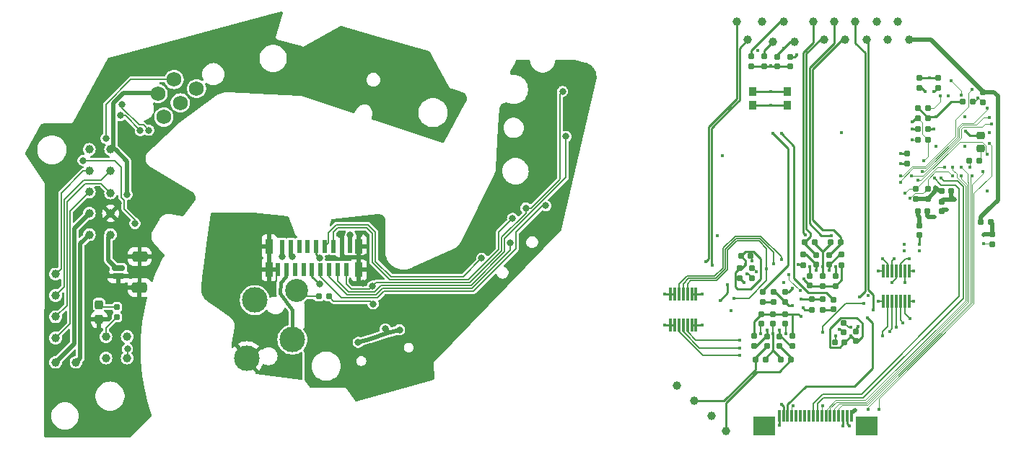
<source format=gbr>
%TF.GenerationSoftware,KiCad,Pcbnew,(7.0.0)*%
%TF.CreationDate,2023-05-27T11:58:37+01:00*%
%TF.ProjectId,all,616c6c2e-6b69-4636-9164-5f7063625858,rev?*%
%TF.SameCoordinates,Original*%
%TF.FileFunction,Copper,L1,Top*%
%TF.FilePolarity,Positive*%
%FSLAX46Y46*%
G04 Gerber Fmt 4.6, Leading zero omitted, Abs format (unit mm)*
G04 Created by KiCad (PCBNEW (7.0.0)) date 2023-05-27 11:58:37*
%MOMM*%
%LPD*%
G01*
G04 APERTURE LIST*
G04 Aperture macros list*
%AMRoundRect*
0 Rectangle with rounded corners*
0 $1 Rounding radius*
0 $2 $3 $4 $5 $6 $7 $8 $9 X,Y pos of 4 corners*
0 Add a 4 corners polygon primitive as box body*
4,1,4,$2,$3,$4,$5,$6,$7,$8,$9,$2,$3,0*
0 Add four circle primitives for the rounded corners*
1,1,$1+$1,$2,$3*
1,1,$1+$1,$4,$5*
1,1,$1+$1,$6,$7*
1,1,$1+$1,$8,$9*
0 Add four rect primitives between the rounded corners*
20,1,$1+$1,$2,$3,$4,$5,0*
20,1,$1+$1,$4,$5,$6,$7,0*
20,1,$1+$1,$6,$7,$8,$9,0*
20,1,$1+$1,$8,$9,$2,$3,0*%
G04 Aperture macros list end*
%TA.AperFunction,SMDPad,CuDef*%
%ADD10RoundRect,0.150000X-0.624737X0.151091X-0.625261X-0.148909X0.624737X-0.151091X0.625261X0.148909X0*%
%TD*%
%TA.AperFunction,SMDPad,CuDef*%
%ADD11RoundRect,0.250000X-0.649388X0.351134X-0.650610X-0.348865X0.649388X-0.351134X0.650610X0.348865X0*%
%TD*%
%TA.AperFunction,SMDPad,CuDef*%
%ADD12C,1.000000*%
%TD*%
%TA.AperFunction,ComponentPad*%
%ADD13C,1.750000*%
%TD*%
%TA.AperFunction,SMDPad,CuDef*%
%ADD14RoundRect,0.160000X0.160000X-0.197500X0.160000X0.197500X-0.160000X0.197500X-0.160000X-0.197500X0*%
%TD*%
%TA.AperFunction,SMDPad,CuDef*%
%ADD15RoundRect,0.237500X0.237500X-0.287500X0.237500X0.287500X-0.237500X0.287500X-0.237500X-0.287500X0*%
%TD*%
%TA.AperFunction,SMDPad,CuDef*%
%ADD16RoundRect,0.155000X-0.212500X-0.155000X0.212500X-0.155000X0.212500X0.155000X-0.212500X0.155000X0*%
%TD*%
%TA.AperFunction,SMDPad,CuDef*%
%ADD17R,0.300000X1.600000*%
%TD*%
%TA.AperFunction,SMDPad,CuDef*%
%ADD18R,0.900000X1.000000*%
%TD*%
%TA.AperFunction,SMDPad,CuDef*%
%ADD19RoundRect,0.155000X0.212500X0.155000X-0.212500X0.155000X-0.212500X-0.155000X0.212500X-0.155000X0*%
%TD*%
%TA.AperFunction,SMDPad,CuDef*%
%ADD20RoundRect,0.160000X0.197500X0.160000X-0.197500X0.160000X-0.197500X-0.160000X0.197500X-0.160000X0*%
%TD*%
%TA.AperFunction,SMDPad,CuDef*%
%ADD21RoundRect,0.155000X-0.155000X0.212500X-0.155000X-0.212500X0.155000X-0.212500X0.155000X0.212500X0*%
%TD*%
%TA.AperFunction,SMDPad,CuDef*%
%ADD22RoundRect,0.155000X0.155000X-0.212500X0.155000X0.212500X-0.155000X0.212500X-0.155000X-0.212500X0*%
%TD*%
%TA.AperFunction,SMDPad,CuDef*%
%ADD23RoundRect,0.160000X-0.160000X0.197500X-0.160000X-0.197500X0.160000X-0.197500X0.160000X0.197500X0*%
%TD*%
%TA.AperFunction,SMDPad,CuDef*%
%ADD24RoundRect,0.160000X-0.197500X-0.160000X0.197500X-0.160000X0.197500X0.160000X-0.197500X0.160000X0*%
%TD*%
%TA.AperFunction,SMDPad,CuDef*%
%ADD25RoundRect,0.218750X-0.256250X0.218750X-0.256250X-0.218750X0.256250X-0.218750X0.256250X0.218750X0*%
%TD*%
%TA.AperFunction,SMDPad,CuDef*%
%ADD26R,0.304800X1.397000*%
%TD*%
%TA.AperFunction,SMDPad,CuDef*%
%ADD27R,2.641600X2.311400*%
%TD*%
%TA.AperFunction,ComponentPad*%
%ADD28C,3.000000*%
%TD*%
%TA.AperFunction,ComponentPad*%
%ADD29C,2.700000*%
%TD*%
%TA.AperFunction,SMDPad,CuDef*%
%ADD30R,0.609600X1.524000*%
%TD*%
%TA.AperFunction,SMDPad,CuDef*%
%ADD31R,0.812800X1.803400*%
%TD*%
%TA.AperFunction,ViaPad*%
%ADD32C,0.800000*%
%TD*%
%TA.AperFunction,ViaPad*%
%ADD33C,0.450000*%
%TD*%
%TA.AperFunction,Conductor*%
%ADD34C,0.150000*%
%TD*%
%TA.AperFunction,Conductor*%
%ADD35C,0.500000*%
%TD*%
%TA.AperFunction,Conductor*%
%ADD36C,0.100000*%
%TD*%
%TA.AperFunction,Conductor*%
%ADD37C,0.200000*%
%TD*%
%TA.AperFunction,Conductor*%
%ADD38C,0.250000*%
%TD*%
%TA.AperFunction,Conductor*%
%ADD39C,0.127000*%
%TD*%
%TA.AperFunction,Conductor*%
%ADD40C,0.400000*%
%TD*%
G04 APERTURE END LIST*
D10*
%TO.P,J6,1,Pin_1*%
%TO.N,N/C*%
X49099638Y-73834107D03*
%TO.P,J6,2,Pin_2*%
X49097892Y-74834106D03*
D11*
%TO.P,J6,MP,MP*%
X51626903Y-72538516D03*
X51620620Y-76138511D03*
%TD*%
D12*
%TO.P,TP12,1,1*%
%TO.N,N/C*%
X45722494Y-59938771D03*
%TD*%
%TO.P,TP15,1,1*%
%TO.N,N/C*%
X45722494Y-62438771D03*
%TD*%
%TO.P,TP9,1,1*%
%TO.N,N/C*%
X48222495Y-69938771D03*
%TD*%
%TO.P,TP6,1,1*%
%TO.N,N/C*%
X41770457Y-84926656D03*
%TD*%
%TO.P,TP7,1,1*%
%TO.N,N/C*%
X48222495Y-67438771D03*
%TD*%
%TO.P,TP3,1,1*%
%TO.N,N/C*%
X41761881Y-77086893D03*
%TD*%
%TO.P,TP18,1,1*%
%TO.N,N/C*%
X47670457Y-84426656D03*
%TD*%
%TO.P,TP17,1,1*%
%TO.N,N/C*%
X47670457Y-81926656D03*
%TD*%
%TO.P,TP13,1,1*%
%TO.N,N/C*%
X48222495Y-65038771D03*
%TD*%
%TO.P,TP16,1,1*%
%TO.N,N/C*%
X45722494Y-64938771D03*
%TD*%
%TO.P,TP8,1,1*%
%TO.N,N/C*%
X48222495Y-59938771D03*
%TD*%
%TO.P,TP11,1,1*%
%TO.N,N/C*%
X45722494Y-67438771D03*
%TD*%
D13*
%TO.P,J5,1,Pin_1*%
%TO.N,N/C*%
X54470457Y-56126656D03*
%TO.P,J5,2,Pin_2*%
X53762548Y-53376498D03*
%TO.P,J5,3,Pin_3*%
X56387419Y-54460266D03*
%TO.P,J5,4,Pin_4*%
X55679511Y-51710108D03*
%TO.P,J5,5,Pin_5*%
X58304382Y-52793876D03*
%TO.P,J5,6,Pin_6*%
X57596473Y-50043718D03*
%TD*%
D12*
%TO.P,TP10,1,1*%
%TO.N,N/C*%
X45722494Y-69938771D03*
%TD*%
D14*
%TO.P,R4,1*%
%TO.N,N/C*%
X48970457Y-79624156D03*
%TO.P,R4,2*%
X48970457Y-78429156D03*
%TD*%
D12*
%TO.P,TP2,1,1*%
%TO.N,N/C*%
X41761881Y-79586893D03*
%TD*%
%TO.P,TP14,1,1*%
%TO.N,N/C*%
X48222495Y-62438771D03*
%TD*%
%TO.P,TP20,1,1*%
%TO.N,N/C*%
X50170457Y-84426656D03*
%TD*%
%TO.P,TP4,1,1*%
%TO.N,N/C*%
X41761881Y-74586892D03*
%TD*%
%TO.P,TP5,1,1*%
%TO.N,N/C*%
X44170457Y-84926656D03*
%TD*%
%TO.P,TP1,1,1*%
%TO.N,N/C*%
X41761881Y-82086892D03*
%TD*%
%TO.P,TP19,1,1*%
%TO.N,N/C*%
X50170457Y-81926656D03*
%TD*%
D15*
%TO.P,D1,1,K*%
%TO.N,N/C*%
X46870457Y-79901656D03*
%TO.P,D1,2,A*%
X46870457Y-78151656D03*
%TD*%
D16*
%TO.P,C16,1*%
%TO.N,N/C*%
X133198500Y-82614000D03*
%TO.P,C16,2*%
X134333500Y-82614000D03*
%TD*%
D12*
%TO.P,J11,1,1*%
%TO.N,N/C*%
X134400000Y-47050000D03*
%TD*%
D17*
%TO.P,J23,1,Pin_1*%
%TO.N,N/C*%
X138899999Y-77799999D03*
%TO.P,J23,2,Pin_2*%
X139399999Y-77799999D03*
%TO.P,J23,3,Pin_3*%
X139899999Y-77799999D03*
%TO.P,J23,4,Pin_4*%
X140399999Y-77799999D03*
%TO.P,J23,5,Pin_5*%
X140899999Y-77799999D03*
%TO.P,J23,6,Pin_6*%
X141399999Y-77799999D03*
%TO.P,J23,7,Pin_7*%
X141899999Y-77799999D03*
%TO.P,J23,8,Pin_8*%
X138899999Y-74199999D03*
%TO.P,J23,9,Pin_9*%
X139399999Y-74199999D03*
%TO.P,J23,10,Pin_10*%
X139899999Y-74199999D03*
%TO.P,J23,11,Pin_11*%
X140399999Y-74199999D03*
%TO.P,J23,12,Pin_12*%
X140899999Y-74199999D03*
%TO.P,J23,13,Pin_13*%
X141399999Y-74199999D03*
%TO.P,J23,14,Pin_14*%
X141899999Y-74199999D03*
%TD*%
D12*
%TO.P,J12,1,1*%
%TO.N,N/C*%
X133105627Y-44890795D03*
%TD*%
%TO.P,J20,1,1*%
%TO.N,N/C*%
X125892000Y-47308000D03*
%TD*%
D18*
%TO.P,SW2,1,A*%
%TO.N,N/C*%
X127649999Y-54749999D03*
X123549999Y-54749999D03*
%TO.P,SW2,2,B*%
X127649999Y-53149999D03*
X123549999Y-53149999D03*
%TD*%
D19*
%TO.P,C77,1*%
%TO.N,N/C*%
X144098000Y-55040500D03*
%TO.P,C77,2*%
X142963000Y-55040500D03*
%TD*%
D20*
%TO.P,R47,1*%
%TO.N,N/C*%
X128047500Y-84650000D03*
%TO.P,R47,2*%
X126852500Y-84650000D03*
%TD*%
D12*
%TO.P,J9,1,1*%
%TO.N,N/C*%
X131900000Y-47050000D03*
%TD*%
D21*
%TO.P,C78,1*%
%TO.N,N/C*%
X126400000Y-49026500D03*
%TO.P,C78,2*%
X126400000Y-50161500D03*
%TD*%
%TO.P,C10,1*%
%TO.N,N/C*%
X132500000Y-72332500D03*
%TO.P,C10,2*%
X132500000Y-73467500D03*
%TD*%
D12*
%TO.P,J21,1,1*%
%TO.N,N/C*%
X127162000Y-44890795D03*
%TD*%
%TO.P,J15,1,1*%
%TO.N,N/C*%
X138105627Y-44890795D03*
%TD*%
D22*
%TO.P,C58,1*%
%TO.N,N/C*%
X122050000Y-75017500D03*
%TO.P,C58,2*%
X122050000Y-73882500D03*
%TD*%
D12*
%TO.P,J6,1,1*%
%TO.N,N/C*%
X114700000Y-87650000D03*
%TD*%
D21*
%TO.P,C79,1*%
%TO.N,N/C*%
X127983500Y-49026500D03*
%TO.P,C79,2*%
X127983500Y-50161500D03*
%TD*%
D19*
%TO.P,C75,1*%
%TO.N,N/C*%
X144067500Y-67150000D03*
%TO.P,C75,2*%
X142932500Y-67150000D03*
%TD*%
D14*
%TO.P,R7,1*%
%TO.N,N/C*%
X131750000Y-78745000D03*
%TO.P,R7,2*%
X131750000Y-77550000D03*
%TD*%
D23*
%TO.P,R2,1*%
%TO.N,N/C*%
X150530500Y-53193000D03*
%TO.P,R2,2*%
X150530500Y-54388000D03*
%TD*%
D21*
%TO.P,C13,1*%
%TO.N,N/C*%
X133252500Y-74815000D03*
%TO.P,C13,2*%
X133252500Y-75950000D03*
%TD*%
D14*
%TO.P,R43,1*%
%TO.N,N/C*%
X128202500Y-83047500D03*
%TO.P,R43,2*%
X128202500Y-81852500D03*
%TD*%
D23*
%TO.P,R73,1*%
%TO.N,N/C*%
X123352000Y-48996500D03*
%TO.P,R73,2*%
X123352000Y-50191500D03*
%TD*%
%TO.P,R72,1*%
%TO.N,N/C*%
X124876000Y-48996500D03*
%TO.P,R72,2*%
X124876000Y-50191500D03*
%TD*%
D21*
%TO.P,C14,1*%
%TO.N,N/C*%
X133000000Y-77580000D03*
%TO.P,C14,2*%
X133000000Y-78715000D03*
%TD*%
D14*
%TO.P,R4,1*%
%TO.N,N/C*%
X151650000Y-71050000D03*
%TO.P,R4,2*%
X151650000Y-69855000D03*
%TD*%
D21*
%TO.P,C4,1*%
%TO.N,N/C*%
X143092500Y-51557000D03*
%TO.P,C4,2*%
X143092500Y-52692000D03*
%TD*%
D12*
%TO.P,J14,1,1*%
%TO.N,N/C*%
X135605627Y-44890795D03*
%TD*%
D20*
%TO.P,R5,1*%
%TO.N,N/C*%
X144128000Y-58790500D03*
%TO.P,R5,2*%
X142933000Y-58790500D03*
%TD*%
D22*
%TO.P,C1,1*%
%TO.N,N/C*%
X141700000Y-61585000D03*
%TO.P,C1,2*%
X141700000Y-60450000D03*
%TD*%
D14*
%TO.P,R74,1*%
%TO.N,N/C*%
X142700000Y-65747500D03*
%TO.P,R74,2*%
X142700000Y-64552500D03*
%TD*%
D16*
%TO.P,C6,1*%
%TO.N,N/C*%
X150332500Y-68452500D03*
%TO.P,C6,2*%
X151467500Y-68452500D03*
%TD*%
D12*
%TO.P,J8,1,1*%
%TO.N,N/C*%
X122971000Y-47054000D03*
%TD*%
D24*
%TO.P,R1,1*%
%TO.N,N/C*%
X148933000Y-61290500D03*
%TO.P,R1,2*%
X150128000Y-61290500D03*
%TD*%
D12*
%TO.P,J7,1,1*%
%TO.N,N/C*%
X121701000Y-44895000D03*
%TD*%
%TO.P,J13,1,1*%
%TO.N,N/C*%
X136900000Y-47050000D03*
%TD*%
D22*
%TO.P,C9,1*%
%TO.N,N/C*%
X131000000Y-73467500D03*
%TO.P,C9,2*%
X131000000Y-72332500D03*
%TD*%
D21*
%TO.P,C54,1*%
%TO.N,N/C*%
X123450000Y-73882500D03*
%TO.P,C54,2*%
X123450000Y-75017500D03*
%TD*%
%TO.P,C49,1*%
%TO.N,N/C*%
X127352500Y-79282500D03*
%TO.P,C49,2*%
X127352500Y-80417500D03*
%TD*%
%TO.P,C15,1*%
%TO.N,N/C*%
X135650000Y-81284500D03*
%TO.P,C15,2*%
X135650000Y-82419500D03*
%TD*%
D19*
%TO.P,C47,1*%
%TO.N,N/C*%
X123305165Y-72450000D03*
%TO.P,C47,2*%
X122170165Y-72450000D03*
%TD*%
D22*
%TO.P,C12,1*%
%TO.N,N/C*%
X130252500Y-75917500D03*
%TO.P,C12,2*%
X130252500Y-74782500D03*
%TD*%
D23*
%TO.P,R6,1*%
%TO.N,N/C*%
X130500000Y-77550000D03*
%TO.P,R6,2*%
X130500000Y-78745000D03*
%TD*%
D12*
%TO.P,J10,1,1*%
%TO.N,N/C*%
X130629627Y-44890795D03*
%TD*%
D17*
%TO.P,J24,1,Pin_1*%
%TO.N,N/C*%
X116899999Y-76949999D03*
%TO.P,J24,2,Pin_2*%
X116399999Y-76949999D03*
%TO.P,J24,3,Pin_3*%
X115899999Y-76949999D03*
%TO.P,J24,4,Pin_4*%
X115399999Y-76949999D03*
%TO.P,J24,5,Pin_5*%
X114899999Y-76949999D03*
%TO.P,J24,6,Pin_6*%
X114399999Y-76949999D03*
%TO.P,J24,7,Pin_7*%
X113899999Y-76949999D03*
%TO.P,J24,8,Pin_8*%
X116899999Y-80549999D03*
%TO.P,J24,9,Pin_9*%
X116399999Y-80549999D03*
%TO.P,J24,10,Pin_10*%
X115899999Y-80549999D03*
%TO.P,J24,11,Pin_11*%
X115399999Y-80549999D03*
%TO.P,J24,12,Pin_12*%
X114899999Y-80549999D03*
%TO.P,J24,13,Pin_13*%
X114399999Y-80549999D03*
%TO.P,J24,14,Pin_14*%
X113899999Y-80549999D03*
%TD*%
D14*
%TO.P,R42,1*%
%TO.N,N/C*%
X126000000Y-77847500D03*
%TO.P,R42,2*%
X126000000Y-76652500D03*
%TD*%
%TO.P,R44,1*%
%TO.N,N/C*%
X127352500Y-77847500D03*
%TO.P,R44,2*%
X127352500Y-76652500D03*
%TD*%
D21*
%TO.P,C5,1*%
%TO.N,N/C*%
X145342500Y-51557000D03*
%TO.P,C5,2*%
X145342500Y-52692000D03*
%TD*%
D23*
%TO.P,R10,1*%
%TO.N,N/C*%
X134000000Y-72302500D03*
%TO.P,R10,2*%
X134000000Y-73497500D03*
%TD*%
D16*
%TO.P,C8,1*%
%TO.N,N/C*%
X145732500Y-64834000D03*
%TO.P,C8,2*%
X146867500Y-64834000D03*
%TD*%
D21*
%TO.P,C43,1*%
%TO.N,N/C*%
X124750000Y-76682500D03*
%TO.P,C43,2*%
X124750000Y-77817500D03*
%TD*%
D12*
%TO.P,J18,1,1*%
%TO.N,N/C*%
X140605627Y-44890795D03*
%TD*%
%TO.P,J17,1,1*%
%TO.N,N/C*%
X139400000Y-47050000D03*
%TD*%
D22*
%TO.P,C17,1*%
%TO.N,N/C*%
X134247500Y-81417500D03*
%TO.P,C17,2*%
X134247500Y-80282500D03*
%TD*%
D14*
%TO.P,R53,1*%
%TO.N,N/C*%
X123702500Y-83047500D03*
%TO.P,R53,2*%
X123702500Y-81852500D03*
%TD*%
D12*
%TO.P,J19,1,1*%
%TO.N,N/C*%
X128432000Y-47308000D03*
%TD*%
D22*
%TO.P,C7,1*%
%TO.N,N/C*%
X145700000Y-67179500D03*
%TO.P,C7,2*%
X145700000Y-66044500D03*
%TD*%
D21*
%TO.P,C11,1*%
%TO.N,N/C*%
X131750000Y-74832500D03*
%TO.P,C11,2*%
X131750000Y-75967500D03*
%TD*%
D24*
%TO.P,R8,1*%
%TO.N,N/C*%
X129652500Y-70850000D03*
%TO.P,R8,2*%
X130847500Y-70850000D03*
%TD*%
D22*
%TO.P,C76,1*%
%TO.N,N/C*%
X143100000Y-70017500D03*
%TO.P,C76,2*%
X143100000Y-68882500D03*
%TD*%
D25*
%TO.P,D1,1,C*%
%TO.N,N/C*%
X150280500Y-58253000D03*
%TO.P,D1,2,A*%
X150280500Y-59828000D03*
%TD*%
D22*
%TO.P,C52,1*%
%TO.N,N/C*%
X124552500Y-80385000D03*
%TO.P,C52,2*%
X124552500Y-79250000D03*
%TD*%
D24*
%TO.P,R9,1*%
%TO.N,N/C*%
X132652500Y-70850000D03*
%TO.P,R9,2*%
X133847500Y-70850000D03*
%TD*%
D12*
%TO.P,J4,1,1*%
%TO.N,N/C*%
X118700000Y-91250000D03*
%TD*%
D23*
%TO.P,R11,1*%
%TO.N,N/C*%
X129500000Y-72302500D03*
%TO.P,R11,2*%
X129500000Y-73497500D03*
%TD*%
D22*
%TO.P,C50,1*%
%TO.N,N/C*%
X125952500Y-80417500D03*
%TO.P,C50,2*%
X125952500Y-79282500D03*
%TD*%
D16*
%TO.P,C3,1*%
%TO.N,N/C*%
X142963000Y-57540500D03*
%TO.P,C3,2*%
X144098000Y-57540500D03*
%TD*%
D20*
%TO.P,R3,1*%
%TO.N,N/C*%
X149378000Y-54290500D03*
%TO.P,R3,2*%
X148183000Y-54290500D03*
%TD*%
%TO.P,R49,1*%
%TO.N,N/C*%
X125047500Y-84650000D03*
%TO.P,R49,2*%
X123852500Y-84650000D03*
%TD*%
D12*
%TO.P,J16,1,1*%
%TO.N,N/C*%
X141900000Y-47050000D03*
%TD*%
%TO.P,J3,1,1*%
%TO.N,N/C*%
X120450000Y-93000000D03*
%TD*%
D21*
%TO.P,C48,1*%
%TO.N,N/C*%
X126702500Y-81882500D03*
%TO.P,C48,2*%
X126702500Y-83017500D03*
%TD*%
D14*
%TO.P,R75,1*%
%TO.N,N/C*%
X144100000Y-65747500D03*
%TO.P,R75,2*%
X144100000Y-64552500D03*
%TD*%
D16*
%TO.P,C2,1*%
%TO.N,N/C*%
X142963000Y-56290500D03*
%TO.P,C2,2*%
X144098000Y-56290500D03*
%TD*%
D26*
%TO.P,J1,1,Pin_1*%
%TO.N,N/C*%
X126650000Y-91204499D03*
%TO.P,J1,2,Pin_2*%
X127149999Y-91204499D03*
%TO.P,J1,3,Pin_3*%
X127650000Y-91204499D03*
%TO.P,J1,4,Pin_4*%
X128149999Y-91204499D03*
%TO.P,J1,5,Pin_5*%
X128650001Y-91204499D03*
%TO.P,J1,6,Pin_6*%
X129150000Y-91204499D03*
%TO.P,J1,7,Pin_7*%
X129649999Y-91204499D03*
%TO.P,J1,8,Pin_8*%
X130150001Y-91204499D03*
%TO.P,J1,9,Pin_9*%
X130649999Y-91204499D03*
%TO.P,J1,10,Pin_10*%
X131150001Y-91204499D03*
%TO.P,J1,11,Pin_11*%
X131650000Y-91204499D03*
%TO.P,J1,12,Pin_12*%
X132149999Y-91204499D03*
%TO.P,J1,13,Pin_13*%
X132650001Y-91204499D03*
%TO.P,J1,14,Pin_14*%
X133150000Y-91204499D03*
%TO.P,J1,15,Pin_15*%
X133650001Y-91204499D03*
%TO.P,J1,16,Pin_16*%
X134150000Y-91204499D03*
%TO.P,J1,17,Pin_17*%
X134649999Y-91204499D03*
%TO.P,J1,18,Pin_18*%
X135150001Y-91204499D03*
D27*
%TO.P,J1,19,Pin_19*%
X136932499Y-92449099D03*
%TO.P,J1,20,Pin_20*%
X124867499Y-92449099D03*
%TD*%
D12*
%TO.P,J22,1,1*%
%TO.N,N/C*%
X124622000Y-44890795D03*
%TD*%
D22*
%TO.P,C56,1*%
%TO.N,N/C*%
X125202500Y-83017500D03*
%TO.P,C56,2*%
X125202500Y-81882500D03*
%TD*%
D12*
%TO.P,J5,1,1*%
%TO.N,N/C*%
X116700000Y-89450000D03*
%TD*%
D28*
%TO.P,J2,R*%
%TO.N,N/C*%
X69538018Y-82279032D03*
%TO.P,J2,S*%
X64187836Y-84466621D03*
%TO.P,J2,T*%
X65133221Y-77631693D03*
D29*
%TO.P,J2,TN*%
X70035519Y-76492626D03*
%TD*%
D20*
%TO.P,R5,1*%
%TO.N,N/C*%
X73843956Y-77214809D03*
%TO.P,R5,2*%
X72648956Y-77214809D03*
%TD*%
D30*
%TO.P,J3,1,Pin_1*%
%TO.N,N/C*%
X67846455Y-74014808D03*
%TO.P,J3,2,Pin_2*%
X68346454Y-71322408D03*
%TO.P,J3,3,Pin_3*%
X68846453Y-74014808D03*
%TO.P,J3,4,Pin_4*%
X69346454Y-71322408D03*
%TO.P,J3,5,Pin_5*%
X69846453Y-74014808D03*
%TO.P,J3,6,Pin_6*%
X70346455Y-71322408D03*
%TO.P,J3,7,Pin_7*%
X70846454Y-74014808D03*
%TO.P,J3,8,Pin_8*%
X71346453Y-71322408D03*
%TO.P,J3,9,Pin_9*%
X71846454Y-74014808D03*
%TO.P,J3,10,Pin_10*%
X72346454Y-71322408D03*
%TO.P,J3,11,Pin_11*%
X72846452Y-74014808D03*
%TO.P,J3,12,Pin_12*%
X73346454Y-71322408D03*
%TO.P,J3,13,Pin_13*%
X73846453Y-74014808D03*
%TO.P,J3,14,Pin_14*%
X74346455Y-71322408D03*
%TO.P,J3,15,Pin_15*%
X74846454Y-74014808D03*
%TO.P,J3,16,Pin_16*%
X75346453Y-71322408D03*
%TO.P,J3,17,Pin_17*%
X75846454Y-74014808D03*
%TO.P,J3,18,Pin_18*%
X76346453Y-71322408D03*
D31*
%TO.P,J3,19,Pin_19*%
X77341554Y-71322408D03*
%TO.P,J3,20,Pin_20*%
X66851354Y-71322408D03*
%TO.P,J3,21,Pin_21*%
X77341554Y-74014808D03*
%TO.P,J3,22,Pin_22*%
X66851354Y-74014808D03*
%TD*%
D32*
%TO.N,*%
X66970457Y-47126656D03*
X75770457Y-54826656D03*
X59070457Y-48526656D03*
X38970457Y-60426656D03*
X52370457Y-49326656D03*
X41070457Y-86826656D03*
X48270457Y-52626656D03*
X53470457Y-63426656D03*
X48470457Y-49926656D03*
X89270457Y-53926656D03*
X45970457Y-54426656D03*
X51570457Y-65226656D03*
X40570457Y-57726656D03*
X43870457Y-57626656D03*
X52070457Y-70226656D03*
X56970457Y-65926656D03*
X51070457Y-68626656D03*
X50198651Y-83354850D03*
X49418627Y-55938409D03*
X52696922Y-57681752D03*
X47670457Y-81926656D03*
X50170457Y-81926656D03*
X62270457Y-46126656D03*
X51699222Y-57741727D03*
X44970457Y-61226656D03*
X80970457Y-52526656D03*
X47670457Y-84426656D03*
X45722494Y-59938771D03*
X49550803Y-54690147D03*
X50144957Y-65226656D03*
X49470457Y-57026656D03*
X47670457Y-58626656D03*
X62970457Y-48426656D03*
X52170457Y-90926656D03*
X70970457Y-48426656D03*
X53870457Y-67026656D03*
X40970457Y-93226656D03*
X45670457Y-74826656D03*
X79970457Y-56026656D03*
X47670457Y-74426656D03*
X49070457Y-76826656D03*
X62070457Y-51426656D03*
X50870457Y-86626656D03*
X48970457Y-81926656D03*
X55770457Y-49026656D03*
X46870457Y-66226656D03*
X53770457Y-72426656D03*
X49170457Y-68626656D03*
X49070457Y-72426656D03*
X41270457Y-64426656D03*
X46870457Y-57126656D03*
X46170457Y-71926656D03*
X65370457Y-50826656D03*
X75270457Y-46226656D03*
X46470457Y-58726656D03*
X57270457Y-47226656D03*
X45670457Y-81426656D03*
X49870457Y-93026656D03*
X41270457Y-72626656D03*
X69870457Y-50926656D03*
X41170457Y-78326656D03*
X76870457Y-51426656D03*
X41170457Y-68926656D03*
X85170457Y-48926656D03*
X50295957Y-58926656D03*
X46870457Y-68826656D03*
X45670457Y-93026656D03*
X42970457Y-82326656D03*
X49141853Y-66218933D03*
X67670457Y-44426656D03*
X73170457Y-50326656D03*
X43670457Y-62226656D03*
X51770457Y-77826656D03*
X45970457Y-86726656D03*
X53970457Y-58226656D03*
X86870457Y-58426656D03*
D33*
X120000000Y-60650000D03*
X151026001Y-64821300D03*
X138300000Y-74200000D03*
X142400000Y-77800000D03*
X129762944Y-69962444D03*
X140900000Y-60450000D03*
X144900000Y-67850000D03*
X128686000Y-48832000D03*
X148447496Y-59577343D03*
X134900000Y-92450000D03*
X138300000Y-77800000D03*
X148463914Y-56129448D03*
X144100000Y-67850000D03*
X139400000Y-47050000D03*
X140900000Y-61585000D03*
X151292000Y-56198000D03*
X143418000Y-62548000D03*
X151038000Y-60516000D03*
X142148000Y-63056000D03*
X148030500Y-53540500D03*
X142910000Y-63564000D03*
X125638000Y-54750000D03*
X151038000Y-55040500D03*
X140878000Y-63010000D03*
X149260000Y-52896000D03*
X146866500Y-51870500D03*
X151546000Y-56960000D03*
X140878000Y-63818000D03*
X124622000Y-44890795D03*
X149006000Y-62040000D03*
X138105627Y-44890795D03*
X120600000Y-75850000D03*
X145648000Y-63310000D03*
X149260000Y-63056000D03*
X147030500Y-62040500D03*
X137068000Y-90488000D03*
X131734000Y-90071000D03*
X119700000Y-77650000D03*
X144848000Y-63310000D03*
X147990000Y-62040000D03*
X127162000Y-44890795D03*
X118018000Y-73104974D03*
X147990000Y-63056000D03*
X128300000Y-90050000D03*
X138338000Y-90488000D03*
X126900000Y-89850000D03*
X151292000Y-59246000D03*
X150530000Y-62548000D03*
X142280500Y-58790500D03*
X150650000Y-70952500D03*
X150008140Y-53902500D03*
X146963188Y-63056000D03*
X129128000Y-76518000D03*
X126900000Y-72850000D03*
X129194000Y-77550000D03*
X142000000Y-65650000D03*
X146030500Y-62040500D03*
X142000000Y-79800000D03*
X129448000Y-78550000D03*
X126025000Y-73350000D03*
X118800000Y-73550000D03*
X128178000Y-78296000D03*
X128178000Y-76264000D03*
X136052000Y-77280000D03*
X141386000Y-65088000D03*
X127162000Y-48070000D03*
X121320000Y-77436405D03*
X145530500Y-53640500D03*
X125200000Y-73950000D03*
X125202500Y-81132500D03*
X137000000Y-79750000D03*
X137700000Y-78750000D03*
X127800000Y-74650000D03*
X136560000Y-78042000D03*
X131777500Y-81427500D03*
X124450000Y-81598000D03*
X122000000Y-84150000D03*
X141900000Y-72800000D03*
X139900000Y-75550000D03*
X138800000Y-72800000D03*
X122000000Y-82350000D03*
X125952500Y-81598000D03*
X127446428Y-81598000D03*
X135036000Y-80836000D03*
X141400000Y-75550000D03*
X122000000Y-83250000D03*
X122896884Y-74567929D03*
X123998041Y-74262687D03*
X141200000Y-80300000D03*
X140150000Y-72800000D03*
X126702500Y-81132500D03*
X140400000Y-80800000D03*
X138800000Y-81800000D03*
X125900000Y-58050000D03*
X139600000Y-81300000D03*
X130255000Y-73724000D03*
X135575900Y-90519900D03*
X143100000Y-71850000D03*
X126900000Y-58050000D03*
X146498000Y-53640500D03*
X133258000Y-73724000D03*
X133706050Y-81050000D03*
X133258000Y-81852000D03*
X123500000Y-73050000D03*
X146300000Y-67050000D03*
X145000000Y-64350000D03*
X132500000Y-74150000D03*
X151292000Y-57976000D03*
X142280500Y-56665500D03*
X143100000Y-71050000D03*
X131000000Y-74150000D03*
X143630500Y-61240500D03*
X131750000Y-73724000D03*
X141300000Y-71850000D03*
X122500000Y-75550000D03*
X141300000Y-71050000D03*
X135925000Y-80709000D03*
X143818500Y-53140500D03*
X119400000Y-70050000D03*
X137900000Y-93250000D03*
X113200000Y-80550000D03*
X145024228Y-56096611D03*
X123900000Y-93250000D03*
X129557894Y-75150000D03*
X124114000Y-48324000D03*
X121000000Y-78850000D03*
X125638000Y-53150000D03*
X137900000Y-91650000D03*
X127162000Y-75550000D03*
X135900000Y-93250000D03*
X145032438Y-59577343D03*
X144834500Y-53140500D03*
X142280500Y-57540500D03*
X135029131Y-81852000D03*
X125638000Y-50102000D03*
X117600000Y-80550000D03*
X134000000Y-57950000D03*
X114750000Y-87700000D03*
X151150000Y-67050000D03*
X113200000Y-76950000D03*
X122715500Y-73470000D03*
X144267000Y-51557000D03*
X143100000Y-67850000D03*
X137100000Y-77050000D03*
X134100000Y-92450000D03*
X144830926Y-57540500D03*
X142400000Y-74200000D03*
X123900000Y-91650000D03*
X126700000Y-92350000D03*
X148530500Y-57790500D03*
X118700000Y-91250000D03*
X125900000Y-93250000D03*
X132800000Y-70050000D03*
X140605627Y-44890795D03*
X117600000Y-76950000D03*
X147228000Y-65850000D03*
X125900000Y-91650000D03*
X150650000Y-69952500D03*
X128900000Y-73450000D03*
X135900000Y-91650000D03*
X129194000Y-79566000D03*
D32*
X62946456Y-79114809D03*
X91753402Y-72707863D03*
X95372025Y-68040378D03*
X65046456Y-74014809D03*
X68046456Y-80114809D03*
X68346456Y-72514809D03*
X95140298Y-70908651D03*
X59946456Y-76514809D03*
X69546456Y-72514809D03*
X68446456Y-68814809D03*
X69846456Y-86114809D03*
X67146456Y-76214809D03*
X65146456Y-71314809D03*
X60946456Y-68514809D03*
X101646456Y-58414809D03*
X92446456Y-71114809D03*
X99273400Y-66541753D03*
X97846456Y-57014809D03*
X80446456Y-79014809D03*
X97646456Y-60114809D03*
X103946456Y-51114809D03*
X100146456Y-54014809D03*
X77263964Y-82596981D03*
X103046456Y-58814809D03*
X89646456Y-72714809D03*
X90046456Y-77514809D03*
X60146456Y-72314809D03*
X64946456Y-68514809D03*
X72746456Y-72653307D03*
X85746456Y-84014809D03*
X93446456Y-64114809D03*
X78546456Y-88514809D03*
X72719512Y-75741753D03*
X82118716Y-81127194D03*
X76346456Y-70014809D03*
X84346456Y-86814809D03*
X80446456Y-81014809D03*
X99646456Y-57714809D03*
X99746456Y-60214809D03*
X71746456Y-82614809D03*
X96346456Y-50314809D03*
X101746456Y-64414809D03*
X96246456Y-64914809D03*
X91846456Y-68114809D03*
X98746456Y-51514809D03*
X77846456Y-75614809D03*
X100846456Y-68214809D03*
X75946456Y-86814809D03*
X99746456Y-63514809D03*
X80046456Y-72514809D03*
X71946456Y-87314809D03*
X91946456Y-77914809D03*
X96646456Y-73314809D03*
X74746456Y-82914809D03*
X85646456Y-77514809D03*
X94146456Y-60314809D03*
X79546456Y-68414809D03*
X77446456Y-69914809D03*
X85546456Y-73514809D03*
X94546456Y-55514809D03*
X79022331Y-78089309D03*
X78946456Y-75990309D03*
X84646456Y-80214809D03*
X75246456Y-70014809D03*
X103546456Y-54514809D03*
X101246456Y-53114809D03*
X79146456Y-74614809D03*
X96946456Y-66814809D03*
X87646456Y-82314809D03*
X75446456Y-78714809D03*
X80946456Y-77414809D03*
X76746456Y-80214809D03*
X78146456Y-72614809D03*
X71646456Y-78414809D03*
%TD*%
D34*
%TO.N,*%
X49470457Y-65592942D02*
X49470457Y-62026656D01*
X49816853Y-65939338D02*
X49470457Y-65592942D01*
X50198651Y-84398462D02*
X50170457Y-84426656D01*
X50198651Y-83354850D02*
X50198651Y-84398462D01*
X51070457Y-68159799D02*
X49816853Y-66906195D01*
X48670457Y-61226656D02*
X44970457Y-61226656D01*
X51557392Y-57066727D02*
X49550803Y-55060138D01*
X47110380Y-63926656D02*
X48222495Y-65038771D01*
X52081897Y-57066727D02*
X51557392Y-57066727D01*
X52696922Y-57681752D02*
X52081897Y-57066727D01*
X42397953Y-73950820D02*
X42397953Y-65056206D01*
D35*
X45722494Y-69938771D02*
X44670457Y-70990808D01*
D34*
X41761881Y-74586892D02*
X42397953Y-73950820D01*
X42397953Y-65056206D02*
X45015388Y-62438771D01*
X49816853Y-66906195D02*
X49816853Y-65939338D01*
X45070457Y-63526656D02*
X47134610Y-63526656D01*
X47134610Y-63526656D02*
X48222495Y-62438771D01*
X51699222Y-57703531D02*
X51699222Y-57741727D01*
X43446456Y-67214809D02*
X45722494Y-64938771D01*
X41761881Y-77086893D02*
X42747453Y-76101321D01*
X43096954Y-66100159D02*
X45270457Y-63926656D01*
D35*
X43970956Y-69190309D02*
X43970956Y-82726157D01*
D34*
X45015388Y-62438771D02*
X45722494Y-62438771D01*
X43096954Y-78251820D02*
X43096954Y-66100159D01*
D35*
X45722494Y-67438771D02*
X43970956Y-69190309D01*
X43970956Y-82726157D02*
X41770457Y-84926656D01*
D34*
X45270457Y-63926656D02*
X47110380Y-63926656D01*
X49550803Y-55060138D02*
X49550803Y-54690147D01*
X49934100Y-55938409D02*
X51699222Y-57703531D01*
D35*
X44670457Y-84426656D02*
X44170457Y-84926656D01*
D34*
X42747453Y-76101321D02*
X42747453Y-65849660D01*
X41761881Y-79586893D02*
X43096954Y-78251820D01*
D35*
X44670457Y-70990808D02*
X44670457Y-84426656D01*
D34*
X42747453Y-65849660D02*
X45070457Y-63526656D01*
X41761881Y-82086892D02*
X43446455Y-80402318D01*
X49418627Y-55938409D02*
X49934100Y-55938409D01*
X43446455Y-80402318D02*
X43446456Y-67214809D01*
D35*
X47970457Y-70190809D02*
X47970457Y-72965775D01*
X48222495Y-69938771D02*
X47970457Y-70190809D01*
X47970457Y-72965775D02*
X48838766Y-73834084D01*
X48838766Y-73834084D02*
X49099646Y-73834084D01*
D34*
X50587005Y-51710108D02*
X55679511Y-51710108D01*
X47670457Y-58626656D02*
X47670457Y-54626656D01*
X47670457Y-54626656D02*
X50587005Y-51710108D01*
D35*
X48077907Y-74834106D02*
X47670457Y-74426656D01*
X48782572Y-59938771D02*
X48222495Y-59938771D01*
X48569127Y-59592139D02*
X48569127Y-54470448D01*
X49097892Y-74834106D02*
X48077907Y-74834106D01*
D34*
X47670457Y-80924156D02*
X47670457Y-81926656D01*
X48970457Y-79624156D02*
X47670457Y-80924156D01*
D35*
X50144957Y-61301156D02*
X48782572Y-59938771D01*
X49707323Y-53332252D02*
X53718302Y-53332252D01*
X53718302Y-53332252D02*
X53762548Y-53376498D01*
X50144957Y-65226656D02*
X50144957Y-61301156D01*
X48222495Y-59938771D02*
X48569127Y-59592139D01*
X48569127Y-54470448D02*
X49707323Y-53332252D01*
D34*
X47197957Y-78429156D02*
X46870457Y-78101656D01*
X51070457Y-68626656D02*
X51070457Y-68159799D01*
X48970457Y-78429156D02*
X47197957Y-78429156D01*
X49470457Y-62026656D02*
X48670457Y-61226656D01*
D36*
X149260000Y-52896000D02*
X148870500Y-53285500D01*
X142247500Y-61940500D02*
X141178000Y-63010000D01*
X147980500Y-57562682D02*
X147980500Y-58590500D01*
X150476334Y-59027343D02*
X150905500Y-59456509D01*
X143864817Y-62140500D02*
X147580500Y-58424816D01*
X142330342Y-62140500D02*
X143864817Y-62140500D01*
X148870500Y-54945044D02*
X147380500Y-56435044D01*
X143781974Y-61940500D02*
X142247500Y-61940500D01*
X148870500Y-53285500D02*
X148870500Y-54945044D01*
X141178000Y-63010000D02*
X140878000Y-63010000D01*
X147980500Y-58590500D02*
X143515000Y-63056000D01*
X150905500Y-60383500D02*
X151038000Y-60516000D01*
X147580500Y-57396998D02*
X148136998Y-56840500D01*
X143289842Y-63564000D02*
X147826499Y-59027343D01*
X147826499Y-59027343D02*
X150476334Y-59027343D01*
X142910000Y-63564000D02*
X143289842Y-63564000D01*
X151038000Y-55283000D02*
X151038000Y-55040500D01*
X149480500Y-56840500D02*
X151038000Y-55283000D01*
X147580500Y-58424816D02*
X147580500Y-57396998D01*
X148136998Y-56840500D02*
X149480500Y-56840500D01*
X140878000Y-63818000D02*
X140878000Y-63592843D01*
X147380500Y-56435044D02*
X147380500Y-58341974D01*
X146866500Y-51870500D02*
X148030500Y-53034500D01*
X148030500Y-53034500D02*
X148030500Y-53540500D01*
X140878000Y-63592843D02*
X142330342Y-62140500D01*
X147380500Y-58341974D02*
X143781974Y-61940500D01*
X150905500Y-59456509D02*
X150905500Y-60383500D01*
D34*
X115400000Y-80550000D02*
X115400000Y-81350000D01*
X115400000Y-81350000D02*
X117300000Y-83250000D01*
X117300000Y-83250000D02*
X122000000Y-83250000D01*
D36*
X149100498Y-77895915D02*
X137016413Y-89980000D01*
X150530000Y-62802000D02*
X150530000Y-62548000D01*
X137068000Y-90488000D02*
X137068000Y-90210550D01*
X149300499Y-64031501D02*
X150530000Y-62802000D01*
D37*
X146001733Y-63663733D02*
X147581733Y-63663733D01*
X131734000Y-88710000D02*
X136306000Y-88710000D01*
X130650000Y-89794000D02*
X131734000Y-88710000D01*
D36*
X149100498Y-63215502D02*
X149100498Y-77895915D01*
X136852138Y-89580000D02*
X133406444Y-89580000D01*
X133150001Y-90357642D02*
X133150001Y-91204500D01*
X147990000Y-63335587D02*
X148701497Y-64047084D01*
X148701497Y-77730641D02*
X136852138Y-89580000D01*
D37*
X147802496Y-64598535D02*
X147340706Y-64136745D01*
X148252496Y-77397504D02*
X136520000Y-89130000D01*
D36*
X134020000Y-89980000D02*
X133650002Y-90349998D01*
D37*
X136306000Y-88710000D02*
X147802496Y-77213504D01*
D36*
X133727643Y-89780000D02*
X133150001Y-90357642D01*
D37*
X147340706Y-64136745D02*
X145674745Y-64136745D01*
D36*
X137016413Y-89980000D02*
X134020000Y-89980000D01*
D37*
X131150002Y-89801998D02*
X131150002Y-91204500D01*
X130650000Y-91204500D02*
X130650000Y-89794000D01*
X147802496Y-77213504D02*
X147802496Y-64598535D01*
D36*
X147990000Y-62040000D02*
X148752000Y-62802000D01*
D37*
X145674745Y-64136745D02*
X144848000Y-63310000D01*
D36*
X148752000Y-62802000D02*
X148752000Y-63702165D01*
X128300000Y-90050000D02*
X128150000Y-90200000D01*
D37*
X136520000Y-89130000D02*
X131822000Y-89130000D01*
D36*
X137068000Y-90210550D02*
X149300499Y-77978051D01*
X149300499Y-77978051D02*
X149300499Y-64031501D01*
X133406444Y-89580000D02*
X132650002Y-90336442D01*
D37*
X147581733Y-63663733D02*
X148252496Y-64334496D01*
D36*
X133650002Y-90349998D02*
X133650002Y-91204500D01*
X149260000Y-63056000D02*
X149100498Y-63215502D01*
X147990000Y-63056000D02*
X147990000Y-63335587D01*
X132650002Y-90336442D02*
X132650002Y-91204500D01*
D37*
X148252496Y-64334496D02*
X148252496Y-77397504D01*
D36*
X148900998Y-63851163D02*
X148900998Y-77813278D01*
D37*
X145648000Y-63310000D02*
X146001733Y-63663733D01*
D36*
X148701497Y-64047084D02*
X148701497Y-77730641D01*
X148752000Y-63702165D02*
X148900998Y-63851163D01*
X148900998Y-77813278D02*
X136934276Y-89780000D01*
D37*
X131822000Y-89130000D02*
X131150002Y-89801998D01*
D36*
X136934276Y-89780000D02*
X133727643Y-89780000D01*
X128150000Y-90200000D02*
X128150000Y-91204500D01*
X151292000Y-59246000D02*
X151546000Y-59500000D01*
X133323602Y-89380000D02*
X132150000Y-90553602D01*
X132150000Y-90553602D02*
X132150000Y-91204500D01*
X138338000Y-89223392D02*
X138338000Y-90488000D01*
X147482000Y-62802000D02*
X147482000Y-63210446D01*
X149500000Y-65102000D02*
X149500000Y-78061392D01*
X136770000Y-89380000D02*
X133323602Y-89380000D01*
X147482000Y-63210446D02*
X148501996Y-64230442D01*
D38*
X118360000Y-72762974D02*
X118018000Y-73104974D01*
X121050000Y-55100000D02*
X122000000Y-54150000D01*
D36*
X148501996Y-64230442D02*
X148501996Y-77648004D01*
D38*
X127801000Y-78296000D02*
X127352500Y-77847500D01*
X121050000Y-55100000D02*
X118710000Y-57440000D01*
D36*
X131734000Y-90071000D02*
X131650001Y-90154999D01*
X151546000Y-59500000D02*
X151546000Y-63056000D01*
X147030500Y-62040500D02*
X147030500Y-62350500D01*
X131650001Y-90154999D02*
X131650001Y-91204500D01*
D38*
X118710000Y-57440000D02*
X118710000Y-73460000D01*
D36*
X147030500Y-62350500D02*
X147482000Y-62802000D01*
D38*
X127150000Y-91204500D02*
X127150000Y-90100000D01*
D36*
X148501996Y-77648004D02*
X136770000Y-89380000D01*
D38*
X121650000Y-54005026D02*
X118360000Y-57295026D01*
X121650000Y-45050000D02*
X121650000Y-54005026D01*
X118360000Y-57295026D02*
X118360000Y-72762974D01*
X120600000Y-76750000D02*
X119700000Y-77650000D01*
X122000000Y-48025000D02*
X122971000Y-47054000D01*
X126157500Y-76652500D02*
X127352500Y-77847500D01*
X128178000Y-78296000D02*
X127801000Y-78296000D01*
X126000000Y-76652500D02*
X126157500Y-76652500D01*
D36*
X151546000Y-63056000D02*
X149500000Y-65102000D01*
D38*
X122000000Y-54150000D02*
X122000000Y-48025000D01*
D36*
X149500000Y-78061392D02*
X138338000Y-89223392D01*
D38*
X127150000Y-90100000D02*
X126900000Y-89850000D01*
X118710000Y-73460000D02*
X118800000Y-73550000D01*
X127789500Y-76652500D02*
X127352500Y-76652500D01*
X120600000Y-75850000D02*
X120600000Y-76750000D01*
X135605627Y-47455627D02*
X135605627Y-44890795D01*
X136052000Y-77280000D02*
X136750000Y-76582000D01*
D36*
X146030500Y-62040500D02*
X145212000Y-62040500D01*
X145212000Y-62040500D02*
X142700000Y-64552500D01*
X141921500Y-64552500D02*
X142700000Y-64552500D01*
D38*
X128178000Y-76264000D02*
X127789500Y-76652500D01*
X129781802Y-87750000D02*
X127650001Y-89881801D01*
X137700000Y-78750000D02*
X137700000Y-77013603D01*
X137600000Y-80350000D02*
X137600000Y-85650000D01*
X137100000Y-76413603D02*
X137100000Y-47250000D01*
X136750000Y-76582000D02*
X136750000Y-48600000D01*
X137600000Y-85650000D02*
X135500000Y-87750000D01*
X137000000Y-79750000D02*
X137600000Y-80350000D01*
X127650001Y-89881801D02*
X127650001Y-91204500D01*
X135500000Y-87750000D02*
X129781802Y-87750000D01*
D36*
X141386000Y-65088000D02*
X141921500Y-64552500D01*
D38*
X136750000Y-48600000D02*
X135605627Y-47455627D01*
X137700000Y-77013603D02*
X137100000Y-76413603D01*
X137100000Y-47250000D02*
X136900000Y-47050000D01*
D34*
X121596446Y-70400000D02*
X124403553Y-70400000D01*
X120350000Y-73946446D02*
X120350000Y-71646446D01*
X115400000Y-76950000D02*
X115400000Y-75750000D01*
X120350000Y-71646446D02*
X121596446Y-70400000D01*
X115807108Y-74842892D02*
X114900000Y-75750000D01*
X116057108Y-75092892D02*
X119203554Y-75092892D01*
D36*
X144100000Y-63435342D02*
X144100000Y-64552500D01*
X142562000Y-65088000D02*
X142000000Y-65650000D01*
D34*
X126900000Y-72850000D02*
X126900000Y-72542894D01*
X124403553Y-70400000D02*
X126025000Y-72021446D01*
X115400000Y-75750000D02*
X116057108Y-75092892D01*
D36*
X146455188Y-62548000D02*
X144987342Y-62548000D01*
X144987342Y-62548000D02*
X144100000Y-63435342D01*
X145530500Y-54340500D02*
X144830500Y-55040500D01*
D38*
X129194000Y-77550000D02*
X130500000Y-77550000D01*
X129448000Y-78550000D02*
X129643000Y-78745000D01*
X126400000Y-48832000D02*
X127162000Y-48070000D01*
D34*
X121492892Y-70150000D02*
X120100000Y-71542892D01*
D38*
X129643000Y-78745000D02*
X130500000Y-78745000D01*
D34*
X126900000Y-72542894D02*
X124507106Y-70150000D01*
X119100000Y-74842892D02*
X115807108Y-74842892D01*
X120100000Y-73842892D02*
X119100000Y-74842892D01*
X124507106Y-70150000D02*
X121492892Y-70150000D01*
D36*
X146963188Y-63056000D02*
X146455188Y-62548000D01*
X143564500Y-65088000D02*
X142562000Y-65088000D01*
X150128000Y-61290500D02*
X150280500Y-61138000D01*
D34*
X119203554Y-75092892D02*
X120350000Y-73946446D01*
X126025000Y-72021446D02*
X126025000Y-73350000D01*
D36*
X144100000Y-64552500D02*
X143564500Y-65088000D01*
X127800000Y-75190000D02*
X129128000Y-76518000D01*
D38*
X130500000Y-77550000D02*
X131750000Y-77550000D01*
D36*
X127800000Y-74650000D02*
X127800000Y-75190000D01*
D34*
X120100000Y-71542892D02*
X120100000Y-73842892D01*
D38*
X127162000Y-48070000D02*
X127924000Y-47308000D01*
D34*
X114900000Y-75750000D02*
X114900000Y-76950000D01*
D38*
X126400000Y-49026500D02*
X126400000Y-48832000D01*
X127924000Y-47308000D02*
X128432000Y-47308000D01*
D36*
X144830500Y-55040500D02*
X144098000Y-55040500D01*
X145530500Y-53640500D02*
X145530500Y-54340500D01*
X150280500Y-61138000D02*
X150280500Y-59828000D01*
D38*
X123852500Y-84650000D02*
X123852500Y-84367500D01*
D34*
X125952500Y-81598000D02*
X125952500Y-80417500D01*
D38*
X123934500Y-83047500D02*
X123702500Y-83047500D01*
X123852500Y-84650000D02*
X123852500Y-85797500D01*
X123852500Y-84367500D02*
X125202500Y-83017500D01*
D34*
X123998041Y-74262687D02*
X123617854Y-73882500D01*
X124450000Y-81598000D02*
X124450000Y-80487500D01*
X142000000Y-79800000D02*
X141400000Y-79200000D01*
D38*
X125047500Y-84452500D02*
X125952500Y-83547500D01*
X126852500Y-84447500D02*
X125952500Y-83547500D01*
D34*
X119307108Y-75342892D02*
X116307108Y-75342892D01*
D38*
X123852500Y-85797500D02*
X120200000Y-89450000D01*
X126852500Y-84650000D02*
X126852500Y-84447500D01*
D34*
X127446428Y-80511428D02*
X127352500Y-80417500D01*
X125200000Y-75350000D02*
X123113595Y-77436405D01*
D38*
X125202500Y-81882500D02*
X125202500Y-81132500D01*
D34*
X120600000Y-74050000D02*
X119307108Y-75342892D01*
D38*
X125047500Y-84650000D02*
X125047500Y-84452500D01*
D34*
X122896884Y-74567929D02*
X123000429Y-74567929D01*
X125200000Y-73950000D02*
X125200000Y-71550000D01*
X123113595Y-77436405D02*
X121320000Y-77436405D01*
D38*
X125099500Y-81882500D02*
X123934500Y-83047500D01*
X125202500Y-81882500D02*
X125099500Y-81882500D01*
X120200000Y-89450000D02*
X116700000Y-89450000D01*
D34*
X123000429Y-74567929D02*
X123450000Y-75017500D01*
X124450000Y-80487500D02*
X124552500Y-80385000D01*
X125200000Y-73950000D02*
X125200000Y-75350000D01*
X141400000Y-79200000D02*
X141400000Y-77800000D01*
D38*
X128047500Y-84650000D02*
X128047500Y-84362500D01*
D34*
X127446428Y-81598000D02*
X127446428Y-80511428D01*
X115900000Y-75750000D02*
X115900000Y-76950000D01*
X116307108Y-75342892D02*
X115900000Y-75750000D01*
X121700000Y-70650000D02*
X120600000Y-71750000D01*
X120600000Y-71750000D02*
X120600000Y-74050000D01*
X125200000Y-71550000D02*
X124300000Y-70650000D01*
X124300000Y-70650000D02*
X121700000Y-70650000D01*
X123617854Y-73882500D02*
X123450000Y-73882500D01*
D38*
X125952500Y-83547500D02*
X125952500Y-81598000D01*
D34*
X141200000Y-80300000D02*
X140900000Y-80000000D01*
D38*
X120450000Y-93000000D02*
X120450000Y-89700000D01*
X126702500Y-81882500D02*
X126702500Y-81132500D01*
D34*
X140900000Y-80000000D02*
X140900000Y-77800000D01*
D38*
X126861000Y-81882500D02*
X128026000Y-83047500D01*
X127700000Y-59850000D02*
X125900000Y-58050000D01*
X125970000Y-77817500D02*
X126000000Y-77847500D01*
X124100000Y-86050000D02*
X126647500Y-86050000D01*
X126647500Y-86050000D02*
X128047500Y-84650000D01*
X126702500Y-81882500D02*
X126861000Y-81882500D01*
X127700000Y-73550000D02*
X127700000Y-59850000D01*
D34*
X139900000Y-81000000D02*
X139900000Y-77800000D01*
X116900000Y-82350000D02*
X122000000Y-82350000D01*
X139600000Y-81300000D02*
X139900000Y-81000000D01*
X138800000Y-81800000D02*
X138800000Y-81342157D01*
D38*
X120450000Y-89700000D02*
X124100000Y-86050000D01*
D34*
X115900000Y-81350000D02*
X116900000Y-82350000D01*
X140400000Y-80800000D02*
X140400000Y-77800000D01*
D38*
X124750000Y-76500000D02*
X127700000Y-73550000D01*
X124750000Y-76682500D02*
X124750000Y-76500000D01*
X128026000Y-83047500D02*
X128202500Y-83047500D01*
X128047500Y-84362500D02*
X126702500Y-83017500D01*
D34*
X139400000Y-80742157D02*
X139400000Y-77800000D01*
X138800000Y-81342157D02*
X139400000Y-80742157D01*
X115900000Y-80550000D02*
X115900000Y-81350000D01*
D38*
X124750000Y-77817500D02*
X125970000Y-77817500D01*
X125638000Y-54750000D02*
X127650000Y-54750000D01*
D36*
X150008140Y-53902500D02*
X149620140Y-54290500D01*
D38*
X124876000Y-48996500D02*
X124876000Y-48324000D01*
D36*
X143740158Y-62548000D02*
X147780500Y-58507658D01*
X150008140Y-53902500D02*
X150045000Y-53902500D01*
X149006000Y-62040000D02*
X149006000Y-61363500D01*
X149006000Y-61363500D02*
X148933000Y-61290500D01*
X149620140Y-54290500D02*
X149378000Y-54290500D01*
D38*
X124876000Y-48324000D02*
X125892000Y-47308000D01*
D36*
X151552500Y-70952500D02*
X150650000Y-70952500D01*
D38*
X123352000Y-48324000D02*
X126785205Y-44890795D01*
X125638000Y-54750000D02*
X123550000Y-54750000D01*
D36*
X151546000Y-56960000D02*
X150784000Y-56960000D01*
X150784000Y-56960000D02*
X150503500Y-57240500D01*
X148302682Y-57240500D02*
X147980500Y-57562682D01*
X150503500Y-57240500D02*
X148302682Y-57240500D01*
X142933000Y-58790500D02*
X142280500Y-58790500D01*
X143418000Y-62548000D02*
X143740158Y-62548000D01*
X147780500Y-58507658D02*
X147780500Y-57479840D01*
X143515000Y-63056000D02*
X142148000Y-63056000D01*
X150045000Y-53902500D02*
X150530500Y-54388000D01*
X150623000Y-56198000D02*
X149780500Y-57040500D01*
D38*
X123352000Y-48996500D02*
X123352000Y-48324000D01*
X126785205Y-44890795D02*
X127162000Y-44890795D01*
D36*
X151292000Y-56198000D02*
X150623000Y-56198000D01*
X147780500Y-57479840D02*
X148219840Y-57040500D01*
X148219840Y-57040500D02*
X149780500Y-57040500D01*
X151650000Y-71050000D02*
X151552500Y-70952500D01*
D38*
X128400000Y-75100000D02*
X130072000Y-76772000D01*
X126900000Y-58050000D02*
X128400000Y-59550000D01*
X129850000Y-69271682D02*
X130312944Y-69734626D01*
X128400000Y-59550000D02*
X128400000Y-75100000D01*
X130255000Y-73724000D02*
X130255000Y-74732500D01*
X134400000Y-47050000D02*
X134024000Y-47050000D01*
X130847500Y-70850000D02*
X130847500Y-70997500D01*
X131000000Y-72332500D02*
X129652500Y-70985000D01*
X134024000Y-47050000D02*
X130560000Y-50514000D01*
X132500000Y-73467500D02*
X132500000Y-74150000D01*
X133747500Y-72302500D02*
X134000000Y-72302500D01*
X132192000Y-76772000D02*
X133000000Y-77580000D01*
X129652500Y-70985000D02*
X129652500Y-70850000D01*
X135650000Y-80984000D02*
X135650000Y-81284500D01*
X130312944Y-69734626D02*
X130312944Y-70189556D01*
X132652500Y-70997500D02*
X131750000Y-71900000D01*
X130312944Y-70189556D02*
X129652500Y-70850000D01*
X129835000Y-72302500D02*
X129500000Y-72302500D01*
X133847500Y-70985000D02*
X133847500Y-70850000D01*
X133252500Y-73729500D02*
X133258000Y-73724000D01*
X130847500Y-70997500D02*
X131750000Y-71900000D01*
X132652500Y-70850000D02*
X132652500Y-70997500D01*
X131000000Y-73467500D02*
X129835000Y-72302500D01*
X130560000Y-50514000D02*
X130560000Y-68232000D01*
X122050000Y-75100000D02*
X122500000Y-75550000D01*
X143100000Y-70017500D02*
X143100000Y-71050000D01*
X129850000Y-48684000D02*
X129850000Y-69271682D01*
X135925000Y-80709000D02*
X135650000Y-80984000D01*
X130072000Y-76772000D02*
X132192000Y-76772000D01*
X132500000Y-73467500D02*
X132582500Y-73467500D01*
X130560000Y-68232000D02*
X131734000Y-69406000D01*
X133252500Y-74815000D02*
X133252500Y-73729500D01*
X131484000Y-47050000D02*
X129850000Y-48684000D01*
X132582500Y-73467500D02*
X133747500Y-72302500D01*
X133847500Y-70228301D02*
X133847500Y-70850000D01*
X131750000Y-78745000D02*
X132970000Y-78745000D01*
X133025199Y-69406000D02*
X133847500Y-70228301D01*
X131734000Y-69406000D02*
X133025199Y-69406000D01*
X131000000Y-73467500D02*
X131000000Y-74150000D01*
X132500000Y-72332500D02*
X133847500Y-70985000D01*
X131900000Y-47050000D02*
X131484000Y-47050000D01*
X131750000Y-71900000D02*
X131750000Y-74832500D01*
X145283000Y-52692000D02*
X144834500Y-53140500D01*
D35*
X150530500Y-53150500D02*
X150530500Y-53193000D01*
D38*
X142655500Y-56290500D02*
X142963000Y-56290500D01*
D35*
X145000000Y-64847500D02*
X144100000Y-65747500D01*
D36*
X144128000Y-58790500D02*
X144128000Y-60743000D01*
D35*
X146300000Y-67050000D02*
X145829500Y-67050000D01*
X141900000Y-47050000D02*
X144430000Y-47050000D01*
D38*
X142280500Y-56665500D02*
X142655500Y-56290500D01*
D35*
X145000000Y-64350000D02*
X145000000Y-64847500D01*
X150332500Y-68452500D02*
X150332500Y-67867500D01*
X150332500Y-67867500D02*
X151150000Y-67050000D01*
X145829500Y-67050000D02*
X145700000Y-67179500D01*
X135575900Y-90519900D02*
X135252400Y-90843400D01*
D38*
X145342500Y-52692000D02*
X145283000Y-52692000D01*
D35*
X145484000Y-64834000D02*
X145000000Y-64350000D01*
X144430000Y-47050000D02*
X150530500Y-53150500D01*
X152308000Y-53658000D02*
X152308000Y-65892000D01*
X150530500Y-53193000D02*
X151843000Y-53193000D01*
D36*
X144128000Y-60743000D02*
X143630500Y-61240500D01*
X143480500Y-56808000D02*
X142963000Y-56290500D01*
X143480500Y-58143000D02*
X143480500Y-56808000D01*
D35*
X144100000Y-65747500D02*
X142700000Y-65747500D01*
D36*
X144128000Y-58790500D02*
X143480500Y-58143000D01*
D35*
X145732500Y-64834000D02*
X145484000Y-64834000D01*
X151843000Y-53193000D02*
X152308000Y-53658000D01*
X152308000Y-65892000D02*
X151150000Y-67050000D01*
D38*
X124500000Y-72739934D02*
X124500000Y-75150000D01*
X122170165Y-72450000D02*
X122705165Y-71915000D01*
X123702500Y-80100000D02*
X124552500Y-79250000D01*
D35*
X150747500Y-69855000D02*
X150650000Y-69952500D01*
D38*
X134333500Y-82614000D02*
X133797500Y-83150000D01*
X143370000Y-52692000D02*
X143818500Y-53140500D01*
X143092500Y-52692000D02*
X143370000Y-52692000D01*
X142280500Y-57540500D02*
X142963000Y-57540500D01*
X130629627Y-47409399D02*
X130629627Y-44890795D01*
X114400000Y-76950000D02*
X113900000Y-76950000D01*
X134150001Y-92399999D02*
X134100000Y-92450000D01*
X136400000Y-80350000D02*
X136400000Y-81950000D01*
D35*
X145894500Y-65850000D02*
X145700000Y-66044500D01*
D38*
X128202500Y-79330000D02*
X128250000Y-79282500D01*
X114400000Y-80550000D02*
X113900000Y-80550000D01*
X123300000Y-76350000D02*
X124500000Y-75150000D01*
X123675066Y-71915000D02*
X124500000Y-72739934D01*
X122303000Y-73882500D02*
X122050000Y-73882500D01*
X150280500Y-58253000D02*
X148993000Y-58253000D01*
X129194000Y-79566000D02*
X128910500Y-79282500D01*
X129500000Y-69699500D02*
X129500000Y-48539026D01*
X113900000Y-76950000D02*
X113200000Y-76950000D01*
X124876000Y-50191500D02*
X125548500Y-50191500D01*
X123702500Y-81852500D02*
X123702500Y-80100000D01*
X135740000Y-79690000D02*
X136400000Y-80350000D01*
X134000000Y-73497500D02*
X134000000Y-75202500D01*
D35*
X147228000Y-65850000D02*
X145894500Y-65850000D01*
D38*
X131616000Y-70050000D02*
X130210000Y-68644000D01*
X132600000Y-80950000D02*
X133860000Y-79690000D01*
X129762944Y-69962444D02*
X129500000Y-69699500D01*
X144098000Y-56175500D02*
X142963000Y-55040500D01*
X133797500Y-83150000D02*
X132600000Y-83150000D01*
D34*
X138900000Y-77800000D02*
X138300000Y-77800000D01*
D38*
X116900000Y-80550000D02*
X117600000Y-80550000D01*
X113900000Y-80550000D02*
X113200000Y-80550000D01*
X127352500Y-79282500D02*
X124585000Y-79282500D01*
X148993000Y-58253000D02*
X148530500Y-57790500D01*
X128202500Y-81852500D02*
X128202500Y-79330000D01*
X124585000Y-79282500D02*
X124552500Y-79250000D01*
X132800000Y-70050000D02*
X131616000Y-70050000D01*
D34*
X141900000Y-74200000D02*
X142400000Y-74200000D01*
D38*
X123352000Y-50191500D02*
X124876000Y-50191500D01*
D35*
X147228000Y-65850000D02*
X146867500Y-65489500D01*
D38*
X135082500Y-81852000D02*
X135650000Y-82419500D01*
X126650001Y-92300001D02*
X126700000Y-92350000D01*
X133252500Y-75950000D02*
X130285000Y-75950000D01*
X125548500Y-50191500D02*
X125638000Y-50102000D01*
X126400000Y-50161500D02*
X125697500Y-50161500D01*
X130210000Y-50340000D02*
X133105627Y-47444373D01*
D35*
X151650000Y-69855000D02*
X150747500Y-69855000D01*
D38*
X129452500Y-73450000D02*
X129500000Y-73497500D01*
X116400000Y-76950000D02*
X116900000Y-76950000D01*
X127983500Y-50161500D02*
X126400000Y-50161500D01*
X122705165Y-71915000D02*
X123675066Y-71915000D01*
X145024228Y-56096611D02*
X144291889Y-56096611D01*
X128910500Y-79282500D02*
X128250000Y-79282500D01*
X125638000Y-53150000D02*
X123550000Y-53150000D01*
X121515000Y-76065000D02*
X121515000Y-74417500D01*
X116900000Y-76950000D02*
X117600000Y-76950000D01*
D35*
X146867500Y-65489500D02*
X146867500Y-64834000D01*
D38*
X133105627Y-47444373D02*
X133105627Y-44890795D01*
X125638000Y-53150000D02*
X127650000Y-53150000D01*
X134150001Y-91204500D02*
X134150001Y-92399999D01*
X126650001Y-91204500D02*
X126650001Y-92300001D01*
D35*
X151650000Y-68635000D02*
X151467500Y-68452500D01*
X143100000Y-68882500D02*
X143100000Y-67850000D01*
D38*
X144098000Y-57540500D02*
X144830926Y-57540500D01*
X130285000Y-75950000D02*
X130252500Y-75917500D01*
X116400000Y-80550000D02*
X116900000Y-80550000D01*
D35*
X142932500Y-67682500D02*
X143100000Y-67850000D01*
D38*
X136400000Y-81950000D02*
X135930500Y-82419500D01*
X133860000Y-79690000D02*
X135740000Y-79690000D01*
X122715500Y-73470000D02*
X122303000Y-73882500D01*
D34*
X141900000Y-77800000D02*
X142400000Y-77800000D01*
D38*
X144067500Y-67817500D02*
X144100000Y-67850000D01*
D35*
X144067500Y-67150000D02*
X144067500Y-67817500D01*
D38*
X135029131Y-81918369D02*
X134333500Y-82614000D01*
X135029131Y-81852000D02*
X135029131Y-81918369D01*
X134000000Y-75202500D02*
X133252500Y-75950000D01*
X128491500Y-49026500D02*
X128686000Y-48832000D01*
X134650000Y-92200000D02*
X134900000Y-92450000D01*
D35*
X151650000Y-69855000D02*
X151650000Y-68635000D01*
D38*
X129557894Y-75222894D02*
X130252500Y-75917500D01*
X122715500Y-72995335D02*
X122170165Y-72450000D01*
X121800000Y-76350000D02*
X123300000Y-76350000D01*
X144267000Y-51557000D02*
X143092500Y-51557000D01*
X128900000Y-73450000D02*
X129452500Y-73450000D01*
X144267000Y-51557000D02*
X145342500Y-51557000D01*
X132600000Y-83150000D02*
X132600000Y-80950000D01*
X148183000Y-54290500D02*
X146830339Y-54290500D01*
X144291889Y-56096611D02*
X144098000Y-56290500D01*
X122715500Y-73470000D02*
X122715500Y-72995335D01*
X129500000Y-48539026D02*
X130629627Y-47409399D01*
X144098000Y-56290500D02*
X144098000Y-56175500D01*
X135029131Y-81852000D02*
X135082500Y-81852000D01*
X141700000Y-60450000D02*
X140900000Y-60450000D01*
X129557894Y-75150000D02*
X129557894Y-75222894D01*
X121515000Y-76065000D02*
X121800000Y-76350000D01*
X127983500Y-49026500D02*
X128491500Y-49026500D01*
X146830339Y-54290500D02*
X145024228Y-56096611D01*
X127352500Y-79282500D02*
X128250000Y-79282500D01*
X121515000Y-74417500D02*
X122050000Y-73882500D01*
X130210000Y-68644000D02*
X130210000Y-50340000D01*
D34*
X138900000Y-74200000D02*
X138300000Y-74200000D01*
D38*
X140900000Y-61585000D02*
X141700000Y-61585000D01*
D35*
X142932500Y-67150000D02*
X142932500Y-67682500D01*
D38*
X125697500Y-50161500D02*
X125638000Y-50102000D01*
X135930500Y-82419500D02*
X135650000Y-82419500D01*
X134650000Y-91204500D02*
X134650000Y-92200000D01*
D35*
X144900000Y-67850000D02*
X144100000Y-67850000D01*
D34*
X139900000Y-75550000D02*
X140400000Y-75050000D01*
X139900000Y-73050000D02*
X139900000Y-74200000D01*
X139400000Y-73400000D02*
X139400000Y-74200000D01*
X133258000Y-81852000D02*
X133258000Y-82554500D01*
X131777500Y-80772500D02*
X134508000Y-78042000D01*
X123500000Y-73050000D02*
X123500000Y-72644835D01*
X141400000Y-75550000D02*
X141400000Y-74200000D01*
D39*
X133880000Y-81050000D02*
X134247500Y-81417500D01*
D34*
X134801000Y-80836000D02*
X134247500Y-80282500D01*
X140400000Y-75050000D02*
X140400000Y-74200000D01*
X114900000Y-81350000D02*
X114900000Y-80550000D01*
X122000000Y-84150000D02*
X117700000Y-84150000D01*
X134508000Y-78042000D02*
X136560000Y-78042000D01*
X131777500Y-81427500D02*
X131777500Y-80772500D01*
X117700000Y-84150000D02*
X114900000Y-81350000D01*
X140150000Y-72800000D02*
X139900000Y-73050000D01*
X135036000Y-80836000D02*
X134801000Y-80836000D01*
X141500000Y-72800000D02*
X140900000Y-73400000D01*
D39*
X133706050Y-81050000D02*
X133880000Y-81050000D01*
D34*
X123500000Y-72644835D02*
X123305165Y-72450000D01*
X133258000Y-82554500D02*
X133198500Y-82614000D01*
X141900000Y-72800000D02*
X141500000Y-72800000D01*
X138800000Y-72800000D02*
X139400000Y-73400000D01*
X140900000Y-73400000D02*
X140900000Y-74200000D01*
X78946456Y-73214809D02*
X78946456Y-69814809D01*
X79976551Y-75914809D02*
X90490999Y-75914809D01*
X94446456Y-70414809D02*
X101646456Y-63214809D01*
X101646456Y-63214809D02*
X101646456Y-58414809D01*
X89596456Y-74864809D02*
X81091430Y-74864809D01*
X74846455Y-75414808D02*
X76096956Y-76665309D01*
X79226051Y-76665309D02*
X79976551Y-75914809D01*
X90635974Y-76264809D02*
X80121525Y-76264809D01*
X73726811Y-70942053D02*
X73346455Y-71322409D01*
X75934954Y-77015309D02*
X73846454Y-74926809D01*
X78946456Y-69814809D02*
X78246456Y-69114809D01*
X93746456Y-71669404D02*
X90201051Y-75214809D01*
X90201051Y-75214809D02*
X80946456Y-75214809D01*
X91753402Y-72707863D02*
X89596456Y-74864809D01*
X74701482Y-68764809D02*
X73726811Y-69739480D01*
X78246456Y-69114809D02*
X74846456Y-69114809D01*
X95140298Y-71760485D02*
X90635974Y-76264809D01*
X81091430Y-74864809D02*
X79296456Y-73069835D01*
X73846454Y-74926809D02*
X73846454Y-74014809D01*
X79296456Y-69669835D02*
X78391430Y-68764809D01*
X80946456Y-75214809D02*
X78946456Y-73214809D01*
X79296456Y-73069835D02*
X79296456Y-69669835D01*
X74346456Y-69614809D02*
X74346456Y-71322409D01*
X76096956Y-76665309D02*
X79226051Y-76665309D01*
X80121525Y-76264809D02*
X79371025Y-77015309D01*
X90490999Y-75914809D02*
X94446456Y-71959352D01*
X94446456Y-71959352D02*
X94446456Y-70414809D01*
X74846456Y-69114809D02*
X74346456Y-69614809D01*
X73726811Y-69739480D02*
X73726811Y-70942053D01*
X78391430Y-68764809D02*
X74701482Y-68764809D01*
X95372025Y-68040378D02*
X93746456Y-69665947D01*
X93746456Y-69665947D02*
X93746456Y-71669404D01*
X74846455Y-74014809D02*
X74846455Y-75414808D01*
X95140298Y-70908651D02*
X95140298Y-71760485D01*
X79371025Y-77015309D02*
X75934954Y-77015309D01*
X67846456Y-74014809D02*
X67646456Y-74214809D01*
D38*
X72346455Y-72253306D02*
X72346455Y-71322409D01*
D34*
X70757702Y-77214809D02*
X70035519Y-76492626D01*
D35*
X69346455Y-72314808D02*
X69546456Y-72514809D01*
D34*
X72648956Y-77214809D02*
X70757702Y-77214809D01*
D40*
X68140179Y-75579914D02*
X68812996Y-74916573D01*
X69523719Y-78768099D02*
X69538018Y-78782398D01*
X69538018Y-78782398D02*
X69538018Y-82279032D01*
D38*
X72746456Y-72653307D02*
X72346455Y-72253306D01*
D40*
X68130702Y-76878168D02*
X68140179Y-75579914D01*
X68130702Y-76878168D02*
X69523719Y-78768099D01*
X68812996Y-74916573D02*
X68846454Y-74014809D01*
D35*
X68346456Y-72514809D02*
X68346455Y-72514808D01*
D34*
X67646456Y-74214809D02*
X67646456Y-75414809D01*
D35*
X76346456Y-70014809D02*
X76346456Y-71322407D01*
D38*
X82094640Y-81113745D02*
X82118716Y-81127194D01*
X72719512Y-75741753D02*
X71846455Y-74868696D01*
D35*
X80746456Y-81495522D02*
X82094640Y-81113745D01*
D34*
X67646456Y-75414809D02*
X67146456Y-75914809D01*
D38*
X71846455Y-74868696D02*
X71846455Y-74014809D01*
D34*
X67146456Y-75914809D02*
X67146456Y-76214809D01*
D35*
X80746456Y-81314809D02*
X80746456Y-81495522D01*
X80446456Y-81014809D02*
X80746456Y-81314809D01*
X76346456Y-71322407D02*
X76346454Y-71322409D01*
X68346455Y-72514808D02*
X68346455Y-71322409D01*
X77263964Y-82596981D02*
X78546456Y-82214809D01*
X78546456Y-82214809D02*
X80746456Y-81495522D01*
X69346455Y-71322409D02*
X69346455Y-72314808D01*
D34*
X75296956Y-77365309D02*
X72846453Y-74914806D01*
X80266499Y-76614809D02*
X79515999Y-77365309D01*
X78697831Y-77764809D02*
X74393956Y-77764809D01*
X79515999Y-77365309D02*
X75296956Y-77365309D01*
X95815298Y-69645967D02*
X95815298Y-71580459D01*
X97551482Y-66814809D02*
X100846456Y-63519835D01*
D35*
X75346454Y-71322409D02*
X75346454Y-72289209D01*
X75346454Y-70114807D02*
X75246456Y-70014809D01*
D34*
X78946456Y-75990309D02*
X78621956Y-76314809D01*
X79022331Y-78089309D02*
X78697831Y-77764809D01*
D35*
X77346456Y-72614809D02*
X78146456Y-72614809D01*
X75672054Y-72614809D02*
X77346456Y-72614809D01*
D34*
X78946456Y-75990309D02*
X79371956Y-75564809D01*
X75846455Y-75714808D02*
X75846455Y-74014809D01*
X79371956Y-75564809D02*
X90346025Y-75564809D01*
X100846456Y-63519835D02*
X100846456Y-63514809D01*
X72846453Y-74914806D02*
X72846453Y-74014809D01*
X98919512Y-66541753D02*
X95815298Y-69645967D01*
D35*
X75659255Y-72602010D02*
X75672054Y-72614809D01*
X75346454Y-72289209D02*
X75659255Y-72602010D01*
D34*
X90346025Y-75564809D02*
X94096456Y-71814378D01*
X74393956Y-77764809D02*
X73843956Y-77214809D01*
X100846456Y-63514809D02*
X100971456Y-63389809D01*
X90780948Y-76614809D02*
X80266499Y-76614809D01*
D35*
X75346454Y-71322409D02*
X75346454Y-70114807D01*
D34*
X95815298Y-71580459D02*
X90780948Y-76614809D01*
X96946456Y-66814809D02*
X97551482Y-66814809D01*
X78621956Y-76314809D02*
X76446456Y-76314809D01*
X99273400Y-66541753D02*
X98919512Y-66541753D01*
X96946456Y-67419835D02*
X96946456Y-66814809D01*
X94096456Y-70269835D02*
X96946456Y-67419835D01*
X100971456Y-53389809D02*
X101246456Y-53114809D01*
X76446456Y-76314809D02*
X75846455Y-75714808D01*
X100971456Y-63389809D02*
X100971456Y-53389809D01*
X94096456Y-71814378D02*
X94096456Y-70269835D01*
%TD*%
%TA.AperFunction,NonConductor*%
G36*
X75780475Y-69458192D02*
G01*
X75826121Y-69506683D01*
X75840099Y-69571796D01*
X75818375Y-69634749D01*
X75770499Y-69704109D01*
X75770496Y-69704112D01*
X75766236Y-69710286D01*
X75763576Y-69717297D01*
X75763574Y-69717303D01*
X75720017Y-69832155D01*
X75710219Y-69857991D01*
X75709315Y-69865429D01*
X75709314Y-69865437D01*
X75698187Y-69957080D01*
X75682892Y-70003411D01*
X75650908Y-70040255D01*
X75607186Y-70061908D01*
X75599904Y-70063859D01*
X75596454Y-70076735D01*
X75596454Y-72568083D01*
X75599904Y-72580958D01*
X75612780Y-72584409D01*
X75695772Y-72584409D01*
X75702368Y-72584055D01*
X75750921Y-72578835D01*
X75765895Y-72575297D01*
X75885031Y-72530861D01*
X75900443Y-72522446D01*
X76001345Y-72446911D01*
X76013754Y-72434501D01*
X76051114Y-72384597D01*
X76094876Y-72348025D01*
X76150380Y-72334909D01*
X76356739Y-72334909D01*
X76405552Y-72344921D01*
X76446482Y-72373339D01*
X76472921Y-72415576D01*
X76488702Y-72457886D01*
X76497117Y-72473298D01*
X76572653Y-72574201D01*
X76579380Y-72580928D01*
X76611474Y-72636515D01*
X76611474Y-72700703D01*
X76579380Y-72756290D01*
X76572653Y-72763016D01*
X76497117Y-72863919D01*
X76488703Y-72879329D01*
X76454591Y-72970787D01*
X76424113Y-73017068D01*
X76376518Y-73045452D01*
X76321312Y-73050269D01*
X76269521Y-73030557D01*
X76259153Y-73023630D01*
X76259152Y-73023629D01*
X76248995Y-73016843D01*
X76237017Y-73014460D01*
X76237014Y-73014459D01*
X76181908Y-73003498D01*
X76181904Y-73003497D01*
X76175929Y-73002309D01*
X75516981Y-73002309D01*
X75511006Y-73003497D01*
X75511001Y-73003498D01*
X75455895Y-73014459D01*
X75455890Y-73014460D01*
X75443915Y-73016843D01*
X75433762Y-73023626D01*
X75433759Y-73023628D01*
X75415344Y-73035933D01*
X75370645Y-73054447D01*
X75322265Y-73054447D01*
X75277566Y-73035933D01*
X75259150Y-73023628D01*
X75259149Y-73023627D01*
X75248995Y-73016843D01*
X75237017Y-73014460D01*
X75237014Y-73014459D01*
X75181908Y-73003498D01*
X75181904Y-73003497D01*
X75175929Y-73002309D01*
X74516981Y-73002309D01*
X74511006Y-73003497D01*
X74511001Y-73003498D01*
X74455895Y-73014459D01*
X74455890Y-73014460D01*
X74443915Y-73016843D01*
X74433761Y-73023626D01*
X74433757Y-73023629D01*
X74415341Y-73035934D01*
X74370643Y-73054447D01*
X74322263Y-73054446D01*
X74277565Y-73035933D01*
X74259149Y-73023628D01*
X74259148Y-73023627D01*
X74248994Y-73016843D01*
X74237016Y-73014460D01*
X74237013Y-73014459D01*
X74181907Y-73003498D01*
X74181903Y-73003497D01*
X74175928Y-73002309D01*
X73516980Y-73002309D01*
X73511000Y-73003498D01*
X73504944Y-73004095D01*
X73504805Y-73002691D01*
X73447306Y-72998666D01*
X73393545Y-72961704D01*
X73365987Y-72902569D01*
X73372261Y-72837631D01*
X73382693Y-72810125D01*
X73401734Y-72653307D01*
X73382693Y-72496489D01*
X73380031Y-72489470D01*
X73379813Y-72488585D01*
X73378972Y-72432885D01*
X73402599Y-72382436D01*
X73445927Y-72347422D01*
X73500210Y-72334909D01*
X73669834Y-72334909D01*
X73675929Y-72334909D01*
X73748995Y-72320375D01*
X73777564Y-72301285D01*
X73822263Y-72282771D01*
X73870645Y-72282770D01*
X73915344Y-72301285D01*
X73933756Y-72313587D01*
X73933758Y-72313587D01*
X73943916Y-72320375D01*
X74016982Y-72334909D01*
X74023077Y-72334909D01*
X74542528Y-72334909D01*
X74598032Y-72348025D01*
X74641794Y-72384597D01*
X74679153Y-72434501D01*
X74691562Y-72446911D01*
X74792464Y-72522446D01*
X74807876Y-72530861D01*
X74927012Y-72575297D01*
X74941986Y-72578835D01*
X74990539Y-72584055D01*
X74997136Y-72584409D01*
X75080128Y-72584409D01*
X75093003Y-72580958D01*
X75096454Y-72568083D01*
X75096454Y-70076735D01*
X75093003Y-70063859D01*
X75080128Y-70060409D01*
X74997136Y-70060409D01*
X74990539Y-70060762D01*
X74941986Y-70065982D01*
X74927012Y-70069520D01*
X74839289Y-70102240D01*
X74780502Y-70109091D01*
X74725236Y-70087914D01*
X74686080Y-70043533D01*
X74671956Y-69986058D01*
X74671956Y-69800997D01*
X74681395Y-69753544D01*
X74708275Y-69713316D01*
X74944963Y-69476628D01*
X74985191Y-69449748D01*
X75032644Y-69440309D01*
X75716325Y-69440309D01*
X75780475Y-69458192D01*
G37*
%TD.AperFunction*%
%TA.AperFunction,NonConductor*%
G36*
X78107721Y-69449748D02*
G01*
X78147949Y-69476628D01*
X78584637Y-69913317D01*
X78611517Y-69953545D01*
X78620956Y-70000998D01*
X78620956Y-73195182D01*
X78620484Y-73205990D01*
X78618137Y-73232809D01*
X78618137Y-73232812D01*
X78617192Y-73243616D01*
X78619999Y-73254092D01*
X78626969Y-73280106D01*
X78629308Y-73290661D01*
X78633983Y-73317170D01*
X78633984Y-73317175D01*
X78635868Y-73327854D01*
X78641287Y-73337241D01*
X78642540Y-73340682D01*
X78644094Y-73344015D01*
X78646902Y-73354493D01*
X78668568Y-73385436D01*
X78674370Y-73394544D01*
X78687837Y-73417869D01*
X78687839Y-73417871D01*
X78693262Y-73427264D01*
X78722213Y-73451556D01*
X78730174Y-73458853D01*
X80298949Y-75027628D01*
X80329199Y-75076991D01*
X80333741Y-75134707D01*
X80311586Y-75188194D01*
X80267563Y-75225794D01*
X80211268Y-75239309D01*
X79391583Y-75239309D01*
X79380775Y-75238837D01*
X79353955Y-75236490D01*
X79353952Y-75236490D01*
X79343149Y-75235545D01*
X79306653Y-75245323D01*
X79296105Y-75247662D01*
X79269591Y-75252337D01*
X79269587Y-75252338D01*
X79258911Y-75254221D01*
X79249522Y-75259640D01*
X79246074Y-75260896D01*
X79242744Y-75262448D01*
X79232272Y-75265255D01*
X79201327Y-75286921D01*
X79192220Y-75292723D01*
X79168896Y-75306189D01*
X79168890Y-75306193D01*
X79159501Y-75311615D01*
X79153052Y-75319300D01*
X79101947Y-75344823D01*
X79044217Y-75344436D01*
X79032727Y-75341604D01*
X79032720Y-75341603D01*
X79025441Y-75339809D01*
X78867471Y-75339809D01*
X78860196Y-75341601D01*
X78860188Y-75341603D01*
X78721371Y-75375818D01*
X78721365Y-75375819D01*
X78714091Y-75377613D01*
X78707456Y-75381095D01*
X78707449Y-75381098D01*
X78580862Y-75447537D01*
X78580856Y-75447540D01*
X78574216Y-75451026D01*
X78568604Y-75455996D01*
X78568599Y-75456001D01*
X78461583Y-75550808D01*
X78461578Y-75550812D01*
X78455973Y-75555779D01*
X78451718Y-75561943D01*
X78451713Y-75561949D01*
X78370499Y-75679609D01*
X78370496Y-75679612D01*
X78366236Y-75685786D01*
X78363576Y-75692797D01*
X78363574Y-75692803D01*
X78312879Y-75826474D01*
X78312876Y-75826482D01*
X78310219Y-75833491D01*
X78309315Y-75840933D01*
X78309314Y-75840939D01*
X78304541Y-75880255D01*
X78283495Y-75935749D01*
X78239071Y-75975105D01*
X78181445Y-75989309D01*
X76632644Y-75989309D01*
X76585191Y-75979870D01*
X76544963Y-75952990D01*
X76208274Y-75616301D01*
X76181394Y-75576073D01*
X76171955Y-75528620D01*
X76171955Y-75124961D01*
X76181394Y-75077507D01*
X76208275Y-75037278D01*
X76243233Y-75013921D01*
X76248995Y-75012775D01*
X76269520Y-74999060D01*
X76321309Y-74979349D01*
X76376516Y-74984165D01*
X76424112Y-75012548D01*
X76454591Y-75058831D01*
X76488702Y-75150286D01*
X76497117Y-75165698D01*
X76572653Y-75266601D01*
X76585062Y-75279010D01*
X76685965Y-75354546D01*
X76701377Y-75362961D01*
X76820513Y-75407397D01*
X76835487Y-75410935D01*
X76884040Y-75416155D01*
X76890637Y-75416509D01*
X77075229Y-75416509D01*
X77088104Y-75413058D01*
X77091555Y-75400183D01*
X77591555Y-75400183D01*
X77595005Y-75413058D01*
X77607881Y-75416509D01*
X77792473Y-75416509D01*
X77799069Y-75416155D01*
X77847622Y-75410935D01*
X77862596Y-75407397D01*
X77981732Y-75362961D01*
X77997144Y-75354546D01*
X78098047Y-75279010D01*
X78110456Y-75266601D01*
X78185992Y-75165698D01*
X78194407Y-75150286D01*
X78238843Y-75031150D01*
X78242381Y-75016176D01*
X78247601Y-74967623D01*
X78247955Y-74961027D01*
X78247955Y-74281135D01*
X78244504Y-74268259D01*
X78231629Y-74264809D01*
X77607881Y-74264809D01*
X77595005Y-74268259D01*
X77591555Y-74281135D01*
X77591555Y-75400183D01*
X77091555Y-75400183D01*
X77091555Y-73748483D01*
X77591555Y-73748483D01*
X77595005Y-73761358D01*
X77607881Y-73764809D01*
X78231629Y-73764809D01*
X78244504Y-73761358D01*
X78247955Y-73748483D01*
X78247955Y-73068591D01*
X78247601Y-73061994D01*
X78242381Y-73013441D01*
X78238843Y-72998467D01*
X78194407Y-72879331D01*
X78185992Y-72863919D01*
X78110456Y-72763016D01*
X78103730Y-72756290D01*
X78071636Y-72700703D01*
X78071636Y-72636515D01*
X78103730Y-72580928D01*
X78110456Y-72574201D01*
X78185992Y-72473298D01*
X78194407Y-72457886D01*
X78238843Y-72338750D01*
X78242381Y-72323776D01*
X78247601Y-72275223D01*
X78247955Y-72268627D01*
X78247955Y-71588735D01*
X78244504Y-71575859D01*
X78231629Y-71572409D01*
X77607881Y-71572409D01*
X77595005Y-71575859D01*
X77591555Y-71588735D01*
X77591555Y-73748483D01*
X77091555Y-73748483D01*
X77091555Y-71056083D01*
X77591555Y-71056083D01*
X77595005Y-71068958D01*
X77607881Y-71072409D01*
X78231629Y-71072409D01*
X78244504Y-71068958D01*
X78247955Y-71056083D01*
X78247955Y-70376191D01*
X78247601Y-70369594D01*
X78242381Y-70321041D01*
X78238843Y-70306067D01*
X78194407Y-70186931D01*
X78185992Y-70171519D01*
X78110456Y-70070616D01*
X78098047Y-70058207D01*
X77997144Y-69982671D01*
X77981732Y-69974256D01*
X77862596Y-69929820D01*
X77847622Y-69926282D01*
X77799069Y-69921062D01*
X77792473Y-69920709D01*
X77607881Y-69920709D01*
X77595005Y-69924159D01*
X77591555Y-69937035D01*
X77591555Y-71056083D01*
X77091555Y-71056083D01*
X77091555Y-69937035D01*
X77088104Y-69924158D01*
X77060033Y-69916636D01*
X77008970Y-69888844D01*
X76976186Y-69840833D01*
X76953416Y-69780793D01*
X76926676Y-69710286D01*
X76874537Y-69634749D01*
X76852813Y-69571796D01*
X76866791Y-69506683D01*
X76912437Y-69458192D01*
X76976587Y-69440309D01*
X78060268Y-69440309D01*
X78107721Y-69449748D01*
G37*
%TD.AperFunction*%
%TA.AperFunction,NonConductor*%
G36*
X97178809Y-49372234D02*
G01*
X97186966Y-49373416D01*
X97237178Y-49380692D01*
X97271273Y-49390785D01*
X97316645Y-49411687D01*
X97346470Y-49431041D01*
X97384043Y-49463961D01*
X97407152Y-49490988D01*
X97433836Y-49533219D01*
X97448324Y-49565694D01*
X97464374Y-49622421D01*
X97464465Y-49622742D01*
X97468080Y-49640263D01*
X97481425Y-49741311D01*
X97481429Y-49741331D01*
X97482080Y-49746258D01*
X97483512Y-49751028D01*
X97483513Y-49751029D01*
X97547511Y-49964094D01*
X97547514Y-49964102D01*
X97548937Y-49968839D01*
X97650375Y-50177938D01*
X97783807Y-50368222D01*
X97945829Y-50534838D01*
X98132310Y-50673535D01*
X98338492Y-50780778D01*
X98559117Y-50853829D01*
X98788558Y-50890827D01*
X99016007Y-50890827D01*
X99020963Y-50890827D01*
X99250405Y-50853829D01*
X99471030Y-50780778D01*
X99677212Y-50673536D01*
X99863693Y-50534838D01*
X100025715Y-50368222D01*
X100159147Y-50177938D01*
X100260585Y-49968839D01*
X100327442Y-49746258D01*
X100341482Y-49639936D01*
X100345093Y-49622438D01*
X100361154Y-49565672D01*
X100375642Y-49533199D01*
X100392364Y-49506735D01*
X100402330Y-49490961D01*
X100425438Y-49463936D01*
X100463022Y-49431007D01*
X100492844Y-49411655D01*
X100538235Y-49390745D01*
X100572324Y-49380655D01*
X100616573Y-49374244D01*
X100630454Y-49372233D01*
X100648233Y-49370952D01*
X102402865Y-49370952D01*
X102440222Y-49370952D01*
X102445289Y-49371056D01*
X102448962Y-49371206D01*
X102503002Y-49373416D01*
X102513093Y-49374243D01*
X102567935Y-49381005D01*
X102577918Y-49382653D01*
X102634409Y-49394367D01*
X102639325Y-49395492D01*
X103883238Y-49707013D01*
X103891644Y-49709436D01*
X103989139Y-49741311D01*
X104120539Y-49784271D01*
X104136738Y-49790866D01*
X104328890Y-49885406D01*
X104348861Y-49895232D01*
X104363978Y-49904045D01*
X104559302Y-50037234D01*
X104573028Y-50048088D01*
X104747657Y-50207445D01*
X104759718Y-50220123D01*
X104829007Y-50304100D01*
X104881913Y-50368222D01*
X104910173Y-50402472D01*
X104920330Y-50416723D01*
X105043621Y-50618444D01*
X105051670Y-50633981D01*
X105145335Y-50851040D01*
X105151117Y-50867556D01*
X105213294Y-51095639D01*
X105216694Y-51112805D01*
X105246145Y-51347377D01*
X105247094Y-51364850D01*
X105243232Y-51601219D01*
X105241713Y-51618652D01*
X105204072Y-51855541D01*
X105202393Y-51864135D01*
X101149112Y-69315722D01*
X101117557Y-69373773D01*
X86192591Y-84840600D01*
X86188516Y-84844441D01*
X86177312Y-84850336D01*
X86168998Y-84861552D01*
X86168994Y-84861557D01*
X86162613Y-84870167D01*
X86160239Y-84872971D01*
X86160259Y-84872986D01*
X86156017Y-84878503D01*
X86151185Y-84883512D01*
X86147589Y-84889466D01*
X86147585Y-84889472D01*
X86147436Y-84889720D01*
X86140924Y-84899433D01*
X86131133Y-84912645D01*
X86131130Y-84912650D01*
X86122817Y-84923869D01*
X86120961Y-84933569D01*
X86115855Y-84942028D01*
X86114539Y-84955931D01*
X86114538Y-84955935D01*
X86112989Y-84972304D01*
X86111337Y-84983892D01*
X86111285Y-84984159D01*
X86111284Y-84984171D01*
X86109977Y-84991007D01*
X86110223Y-84997967D01*
X86109690Y-85004903D01*
X86109665Y-85004901D01*
X86109557Y-85008571D01*
X86108547Y-85019240D01*
X86108547Y-85019243D01*
X86107232Y-85033147D01*
X86111626Y-85045022D01*
X86112088Y-85050592D01*
X86175795Y-86848055D01*
X86165695Y-86901646D01*
X86133579Y-86945721D01*
X86085659Y-86971755D01*
X77026395Y-89537213D01*
X76975268Y-89540686D01*
X76927102Y-89523189D01*
X76890124Y-89487710D01*
X75906108Y-88043021D01*
X75896873Y-88027018D01*
X75887538Y-88007633D01*
X75861306Y-87986713D01*
X75854248Y-87980637D01*
X75829659Y-87957800D01*
X75822136Y-87955476D01*
X75815981Y-87950567D01*
X75802364Y-87947458D01*
X75802358Y-87947456D01*
X75783254Y-87943096D01*
X75774252Y-87940682D01*
X75755559Y-87934907D01*
X75755556Y-87934906D01*
X75742211Y-87930784D01*
X75728399Y-87932859D01*
X75728396Y-87932859D01*
X75720933Y-87933981D01*
X75702509Y-87935357D01*
X71627399Y-87935357D01*
X71567741Y-87920063D01*
X71522800Y-87877953D01*
X71086407Y-87192527D01*
X71082689Y-87184613D01*
X71076003Y-87173352D01*
X71071723Y-87160051D01*
X71053581Y-87140969D01*
X71053580Y-87140968D01*
X71055234Y-87139396D01*
X71052641Y-87137528D01*
X71051880Y-87138299D01*
X71046965Y-87133442D01*
X71046964Y-87133441D01*
X71046929Y-87133407D01*
X71046927Y-87133404D01*
X71039407Y-87125973D01*
X71036702Y-87123215D01*
X71016869Y-87102355D01*
X71016868Y-87102354D01*
X71008659Y-87093720D01*
X71005591Y-87092559D01*
X71003262Y-87090257D01*
X70992003Y-87086392D01*
X70985671Y-87082187D01*
X70941026Y-87029408D01*
X70931577Y-86960929D01*
X70941571Y-86892661D01*
X70946496Y-85385603D01*
X71805220Y-85385603D01*
X71805567Y-85390233D01*
X71810728Y-85459111D01*
X71824266Y-85639760D01*
X71825296Y-85644273D01*
X71825297Y-85644279D01*
X71879946Y-85883711D01*
X71880980Y-85888240D01*
X71882676Y-85892563D01*
X71882677Y-85892564D01*
X71928368Y-86008983D01*
X71974095Y-86125491D01*
X72101529Y-86346215D01*
X72260438Y-86545480D01*
X72447271Y-86718835D01*
X72657854Y-86862408D01*
X72887484Y-86972992D01*
X72891912Y-86974357D01*
X72891915Y-86974359D01*
X72992064Y-87005250D01*
X73131030Y-87048116D01*
X73383053Y-87086103D01*
X73633288Y-87086103D01*
X73637923Y-87086103D01*
X73889946Y-87048116D01*
X74133492Y-86972992D01*
X74363122Y-86862408D01*
X74573705Y-86718835D01*
X74760538Y-86545480D01*
X74919447Y-86346215D01*
X75046881Y-86125491D01*
X75139996Y-85888240D01*
X75196710Y-85639760D01*
X75215756Y-85385603D01*
X75196710Y-85131446D01*
X75139996Y-84882966D01*
X75097551Y-84774820D01*
X77054575Y-84774820D01*
X77055636Y-84782879D01*
X77073292Y-84916996D01*
X77073293Y-84917002D01*
X77074354Y-84925056D01*
X77077463Y-84932562D01*
X77077464Y-84932565D01*
X77119127Y-85033147D01*
X77132343Y-85065053D01*
X77137286Y-85071494D01*
X77137289Y-85071500D01*
X77183288Y-85131446D01*
X77224590Y-85185271D01*
X77231032Y-85190214D01*
X77338360Y-85272571D01*
X77338363Y-85272573D01*
X77344808Y-85277518D01*
X77484805Y-85335507D01*
X77597321Y-85350320D01*
X77668708Y-85350320D01*
X77672761Y-85350320D01*
X77785277Y-85335507D01*
X77925274Y-85277518D01*
X78045492Y-85185271D01*
X78137739Y-85065053D01*
X78195728Y-84925056D01*
X78215507Y-84774820D01*
X78195728Y-84624584D01*
X78137739Y-84484587D01*
X78132794Y-84478142D01*
X78132792Y-84478139D01*
X78050435Y-84370811D01*
X78045492Y-84364369D01*
X78030235Y-84352662D01*
X77931721Y-84277068D01*
X77931715Y-84277065D01*
X77925274Y-84272122D01*
X77917765Y-84269011D01*
X77917764Y-84269011D01*
X77792786Y-84217243D01*
X77792783Y-84217242D01*
X77785277Y-84214133D01*
X77777223Y-84213072D01*
X77777217Y-84213071D01*
X77676780Y-84199849D01*
X77676778Y-84199848D01*
X77672761Y-84199320D01*
X77597321Y-84199320D01*
X77593304Y-84199848D01*
X77593301Y-84199849D01*
X77492864Y-84213071D01*
X77492856Y-84213072D01*
X77484805Y-84214133D01*
X77477300Y-84217241D01*
X77477295Y-84217243D01*
X77352317Y-84269011D01*
X77352313Y-84269013D01*
X77344808Y-84272122D01*
X77338369Y-84277062D01*
X77338360Y-84277068D01*
X77231032Y-84359425D01*
X77231028Y-84359428D01*
X77224590Y-84364369D01*
X77219649Y-84370807D01*
X77219646Y-84370811D01*
X77137289Y-84478139D01*
X77137283Y-84478148D01*
X77132343Y-84484587D01*
X77129234Y-84492092D01*
X77129232Y-84492096D01*
X77077464Y-84617074D01*
X77077462Y-84617079D01*
X77074354Y-84624584D01*
X77073293Y-84632635D01*
X77073292Y-84632643D01*
X77060111Y-84732770D01*
X77054575Y-84774820D01*
X75097551Y-84774820D01*
X75046881Y-84645715D01*
X74919447Y-84424991D01*
X74760538Y-84225726D01*
X74573705Y-84052371D01*
X74363122Y-83908798D01*
X74358936Y-83906782D01*
X74137671Y-83800226D01*
X74137665Y-83800223D01*
X74133492Y-83798214D01*
X74129070Y-83796850D01*
X74129060Y-83796846D01*
X73894379Y-83724457D01*
X73894374Y-83724455D01*
X73889946Y-83723090D01*
X73885366Y-83722399D01*
X73885359Y-83722398D01*
X73642506Y-83685793D01*
X73642495Y-83685792D01*
X73637923Y-83685103D01*
X73383053Y-83685103D01*
X73378481Y-83685792D01*
X73378469Y-83685793D01*
X73135616Y-83722398D01*
X73135606Y-83722400D01*
X73131030Y-83723090D01*
X73126604Y-83724454D01*
X73126596Y-83724457D01*
X72891915Y-83796846D01*
X72891900Y-83796851D01*
X72887484Y-83798214D01*
X72883315Y-83800221D01*
X72883304Y-83800226D01*
X72662039Y-83906782D01*
X72662032Y-83906785D01*
X72657854Y-83908798D01*
X72654021Y-83911411D01*
X72654018Y-83911413D01*
X72451099Y-84049761D01*
X72447271Y-84052371D01*
X72443879Y-84055517D01*
X72443873Y-84055523D01*
X72263839Y-84222570D01*
X72260438Y-84225726D01*
X72257548Y-84229348D01*
X72257545Y-84229353D01*
X72104421Y-84421364D01*
X72101529Y-84424991D01*
X72099210Y-84429006D01*
X72099209Y-84429009D01*
X71976416Y-84641694D01*
X71976413Y-84641699D01*
X71974095Y-84645715D01*
X71972401Y-84650029D01*
X71972399Y-84650035D01*
X71883466Y-84876631D01*
X71880980Y-84882966D01*
X71879947Y-84887487D01*
X71879946Y-84887494D01*
X71825297Y-85126926D01*
X71825295Y-85126934D01*
X71824266Y-85131446D01*
X71823919Y-85136065D01*
X71823919Y-85136071D01*
X71809624Y-85326840D01*
X71805220Y-85385603D01*
X70946496Y-85385603D01*
X70951534Y-83844004D01*
X70942394Y-83775440D01*
X70924760Y-83711298D01*
X70897566Y-83647699D01*
X70854308Y-83593725D01*
X70854307Y-83593724D01*
X70855341Y-83592896D01*
X70830493Y-83548193D01*
X70828457Y-83490218D01*
X70853012Y-83437664D01*
X70988404Y-83267889D01*
X71119586Y-83040675D01*
X71215438Y-82796448D01*
X71260965Y-82596981D01*
X76608686Y-82596981D01*
X76609590Y-82604426D01*
X76626822Y-82746351D01*
X76626823Y-82746356D01*
X76627727Y-82753799D01*
X76630386Y-82760812D01*
X76630387Y-82760813D01*
X76643901Y-82796448D01*
X76683744Y-82901504D01*
X76688007Y-82907680D01*
X76769220Y-83025339D01*
X76773481Y-83031511D01*
X76891724Y-83136264D01*
X77031599Y-83209677D01*
X77184979Y-83247481D01*
X77335449Y-83247481D01*
X77342949Y-83247481D01*
X77496329Y-83209677D01*
X77514820Y-83199972D01*
X82615893Y-83199972D01*
X82616954Y-83208031D01*
X82634610Y-83342148D01*
X82634611Y-83342154D01*
X82635672Y-83350208D01*
X82638781Y-83357714D01*
X82638782Y-83357717D01*
X82690550Y-83482695D01*
X82693661Y-83490205D01*
X82698604Y-83496646D01*
X82698607Y-83496652D01*
X82756731Y-83572399D01*
X82785908Y-83610423D01*
X82792350Y-83615366D01*
X82899678Y-83697723D01*
X82899681Y-83697725D01*
X82906126Y-83702670D01*
X83046123Y-83760659D01*
X83158639Y-83775472D01*
X83230026Y-83775472D01*
X83234079Y-83775472D01*
X83346595Y-83760659D01*
X83486592Y-83702670D01*
X83606810Y-83610423D01*
X83699057Y-83490205D01*
X83757046Y-83350208D01*
X83776825Y-83199972D01*
X83757046Y-83049736D01*
X83699057Y-82909739D01*
X83694112Y-82903294D01*
X83694110Y-82903291D01*
X83611753Y-82795963D01*
X83606810Y-82789521D01*
X83600367Y-82784577D01*
X83493039Y-82702220D01*
X83493033Y-82702217D01*
X83486592Y-82697274D01*
X83479083Y-82694163D01*
X83479082Y-82694163D01*
X83354104Y-82642395D01*
X83354101Y-82642394D01*
X83346595Y-82639285D01*
X83338541Y-82638224D01*
X83338535Y-82638223D01*
X83238098Y-82625001D01*
X83238096Y-82625000D01*
X83234079Y-82624472D01*
X83158639Y-82624472D01*
X83154622Y-82625000D01*
X83154619Y-82625001D01*
X83054182Y-82638223D01*
X83054174Y-82638224D01*
X83046123Y-82639285D01*
X83038618Y-82642393D01*
X83038613Y-82642395D01*
X82913635Y-82694163D01*
X82913631Y-82694165D01*
X82906126Y-82697274D01*
X82899687Y-82702214D01*
X82899678Y-82702220D01*
X82792350Y-82784577D01*
X82792346Y-82784580D01*
X82785908Y-82789521D01*
X82780967Y-82795959D01*
X82780964Y-82795963D01*
X82698607Y-82903291D01*
X82698601Y-82903300D01*
X82693661Y-82909739D01*
X82690552Y-82917244D01*
X82690550Y-82917248D01*
X82638782Y-83042226D01*
X82638780Y-83042231D01*
X82635672Y-83049736D01*
X82634611Y-83057787D01*
X82634610Y-83057795D01*
X82624935Y-83131288D01*
X82615893Y-83199972D01*
X77514820Y-83199972D01*
X77636204Y-83136264D01*
X77754447Y-83031511D01*
X77780431Y-82993865D01*
X77809614Y-82963974D01*
X77847065Y-82945470D01*
X78655451Y-82704577D01*
X78660816Y-82703110D01*
X78663589Y-82702417D01*
X78667965Y-82701653D01*
X78694199Y-82693075D01*
X78697236Y-82692127D01*
X78723698Y-82684242D01*
X78727736Y-82682377D01*
X78730413Y-82681367D01*
X78735645Y-82679524D01*
X80890131Y-81975118D01*
X80894796Y-81973695D01*
X81780605Y-81722852D01*
X81827224Y-81718828D01*
X81872018Y-81732367D01*
X81886351Y-81739890D01*
X82039731Y-81777694D01*
X82190201Y-81777694D01*
X82197701Y-81777694D01*
X82351081Y-81739890D01*
X82490956Y-81666477D01*
X82609199Y-81561724D01*
X82698936Y-81431717D01*
X82754953Y-81284012D01*
X82773994Y-81127194D01*
X82754953Y-80970376D01*
X82698936Y-80822671D01*
X82609199Y-80692664D01*
X82603588Y-80687693D01*
X82496572Y-80592886D01*
X82496570Y-80592884D01*
X82490956Y-80587911D01*
X82484311Y-80584423D01*
X82484309Y-80584422D01*
X82357722Y-80517983D01*
X82357718Y-80517981D01*
X82351081Y-80514498D01*
X82343803Y-80512704D01*
X82343800Y-80512703D01*
X82204983Y-80478488D01*
X82204976Y-80478487D01*
X82197701Y-80476694D01*
X82039731Y-80476694D01*
X82032456Y-80478486D01*
X82032448Y-80478488D01*
X81893631Y-80512703D01*
X81893625Y-80512704D01*
X81886351Y-80514498D01*
X81879716Y-80517980D01*
X81879709Y-80517983D01*
X81753122Y-80584422D01*
X81753116Y-80584425D01*
X81746476Y-80587911D01*
X81740864Y-80592881D01*
X81740859Y-80592886D01*
X81633846Y-80687690D01*
X81633840Y-80687696D01*
X81628233Y-80692664D01*
X81623974Y-80698833D01*
X81618999Y-80704450D01*
X81618411Y-80703929D01*
X81595402Y-80727331D01*
X81557018Y-80745806D01*
X81199679Y-80846997D01*
X81138978Y-80848732D01*
X81084731Y-80821437D01*
X81049951Y-80771658D01*
X81035537Y-80733652D01*
X81026676Y-80710286D01*
X80936939Y-80580279D01*
X80860661Y-80512703D01*
X80824312Y-80480501D01*
X80824310Y-80480499D01*
X80818696Y-80475526D01*
X80812051Y-80472038D01*
X80812049Y-80472037D01*
X80685462Y-80405598D01*
X80685458Y-80405596D01*
X80678821Y-80402113D01*
X80671543Y-80400319D01*
X80671540Y-80400318D01*
X80532723Y-80366103D01*
X80532716Y-80366102D01*
X80525441Y-80364309D01*
X80367471Y-80364309D01*
X80360196Y-80366101D01*
X80360188Y-80366103D01*
X80221371Y-80400318D01*
X80221365Y-80400319D01*
X80214091Y-80402113D01*
X80207456Y-80405595D01*
X80207449Y-80405598D01*
X80080862Y-80472037D01*
X80080856Y-80472040D01*
X80074216Y-80475526D01*
X80068604Y-80480496D01*
X80068599Y-80480501D01*
X79961583Y-80575308D01*
X79961578Y-80575312D01*
X79955973Y-80580279D01*
X79951718Y-80586443D01*
X79951713Y-80586449D01*
X79870499Y-80704109D01*
X79870496Y-80704112D01*
X79866236Y-80710286D01*
X79863576Y-80717297D01*
X79863574Y-80717303D01*
X79814388Y-80846997D01*
X79810219Y-80857991D01*
X79809315Y-80865431D01*
X79809314Y-80865438D01*
X79795669Y-80977823D01*
X79791178Y-81014809D01*
X79792082Y-81022254D01*
X79810016Y-81169957D01*
X79803916Y-81225988D01*
X79773644Y-81273531D01*
X79725454Y-81302764D01*
X78398762Y-81736525D01*
X78395640Y-81737500D01*
X77566389Y-81984610D01*
X77526460Y-81989692D01*
X77496489Y-81983633D01*
X77496329Y-81984285D01*
X77350231Y-81948275D01*
X77350224Y-81948274D01*
X77342949Y-81946481D01*
X77184979Y-81946481D01*
X77177704Y-81948273D01*
X77177696Y-81948275D01*
X77038879Y-81982490D01*
X77038873Y-81982491D01*
X77031599Y-81984285D01*
X77024964Y-81987767D01*
X77024957Y-81987770D01*
X76898370Y-82054209D01*
X76898364Y-82054212D01*
X76891724Y-82057698D01*
X76886112Y-82062668D01*
X76886107Y-82062673D01*
X76779091Y-82157480D01*
X76779086Y-82157484D01*
X76773481Y-82162451D01*
X76769226Y-82168615D01*
X76769221Y-82168621D01*
X76688007Y-82286281D01*
X76688004Y-82286284D01*
X76683744Y-82292458D01*
X76681084Y-82299469D01*
X76681082Y-82299475D01*
X76630387Y-82433148D01*
X76627727Y-82440163D01*
X76626823Y-82447603D01*
X76626822Y-82447610D01*
X76610034Y-82585877D01*
X76608686Y-82596981D01*
X71260965Y-82596981D01*
X71273820Y-82540662D01*
X71293426Y-82279032D01*
X71273820Y-82017402D01*
X71215438Y-81761616D01*
X71119586Y-81517389D01*
X70988404Y-81290175D01*
X70860764Y-81130120D01*
X70836171Y-81077380D01*
X70838346Y-81019227D01*
X70864191Y-80973139D01*
X70863435Y-80972527D01*
X70870849Y-80963361D01*
X70906805Y-80918908D01*
X70934255Y-80855643D01*
X70952202Y-80791791D01*
X70961732Y-80723491D01*
X70970206Y-78130484D01*
X70962726Y-78068275D01*
X70948227Y-78009683D01*
X70925831Y-77951164D01*
X70926894Y-77950757D01*
X70914356Y-77898803D01*
X70930607Y-77839242D01*
X70971327Y-77797210D01*
X70971081Y-77796872D01*
X70973021Y-77795462D01*
X70973563Y-77794902D01*
X70979178Y-77791462D01*
X71170743Y-77627850D01*
X71203929Y-77588993D01*
X71208385Y-77583777D01*
X71250761Y-77551699D01*
X71302675Y-77540309D01*
X71999080Y-77540309D01*
X72063868Y-77558581D01*
X72104707Y-77602759D01*
X72105048Y-77602512D01*
X72107135Y-77605384D01*
X72109563Y-77608011D01*
X72110783Y-77610406D01*
X72110785Y-77610409D01*
X72115215Y-77619103D01*
X72207162Y-77711050D01*
X72323023Y-77770084D01*
X72419149Y-77785309D01*
X72878762Y-77785308D01*
X72974889Y-77770084D01*
X73090750Y-77711050D01*
X73158775Y-77643024D01*
X73214362Y-77610931D01*
X73278550Y-77610931D01*
X73334137Y-77643025D01*
X73402162Y-77711050D01*
X73518023Y-77770084D01*
X73614149Y-77785309D01*
X73902766Y-77785308D01*
X73950219Y-77794747D01*
X73990447Y-77821627D01*
X74149911Y-77981091D01*
X74157220Y-77989066D01*
X74181501Y-78018003D01*
X74190895Y-78023426D01*
X74190897Y-78023428D01*
X74214217Y-78036892D01*
X74223339Y-78042703D01*
X74254272Y-78064362D01*
X74264755Y-78067171D01*
X74268090Y-78068726D01*
X74271515Y-78069972D01*
X74280911Y-78075397D01*
X74318099Y-78081954D01*
X74328661Y-78084294D01*
X74365149Y-78094072D01*
X74402766Y-78090781D01*
X74413574Y-78090309D01*
X78257320Y-78090309D01*
X78314946Y-78104513D01*
X78359370Y-78143869D01*
X78380416Y-78199363D01*
X78385189Y-78238678D01*
X78385190Y-78238682D01*
X78386094Y-78246127D01*
X78388752Y-78253136D01*
X78388754Y-78253143D01*
X78439449Y-78386814D01*
X78442111Y-78393832D01*
X78531848Y-78523839D01*
X78650091Y-78628592D01*
X78789966Y-78702005D01*
X78943346Y-78739809D01*
X79093816Y-78739809D01*
X79101316Y-78739809D01*
X79254696Y-78702005D01*
X79394571Y-78628592D01*
X79512814Y-78523839D01*
X79602551Y-78393832D01*
X79658568Y-78246127D01*
X79677609Y-78089309D01*
X79658568Y-77932491D01*
X79611972Y-77809627D01*
X79604295Y-77755961D01*
X79620251Y-77704143D01*
X79656787Y-77664089D01*
X79686630Y-77643192D01*
X79695732Y-77637394D01*
X79728454Y-77618503D01*
X79752747Y-77589550D01*
X79760034Y-77581598D01*
X80365006Y-76976628D01*
X80405235Y-76949748D01*
X80452688Y-76940309D01*
X90761321Y-76940309D01*
X90772128Y-76940780D01*
X90809755Y-76944073D01*
X90846272Y-76934287D01*
X90856778Y-76931958D01*
X90893993Y-76925397D01*
X90903399Y-76919965D01*
X90906848Y-76918710D01*
X90910147Y-76917171D01*
X90920632Y-76914363D01*
X90951583Y-76892689D01*
X90960681Y-76886894D01*
X90993403Y-76868003D01*
X91017696Y-76839050D01*
X91024984Y-76831097D01*
X93324325Y-74531757D01*
X93380514Y-74499505D01*
X93445302Y-74499994D01*
X93500999Y-74533093D01*
X93532401Y-74589764D01*
X93550711Y-74664050D01*
X93554194Y-74670687D01*
X93554196Y-74670691D01*
X93616630Y-74789648D01*
X93629767Y-74814677D01*
X93742572Y-74942008D01*
X93882571Y-75038643D01*
X93889589Y-75041304D01*
X93889588Y-75041304D01*
X94032571Y-75095530D01*
X94041629Y-75098965D01*
X94168129Y-75114325D01*
X94249124Y-75114325D01*
X94252873Y-75114325D01*
X94379373Y-75098965D01*
X94538431Y-75038643D01*
X94678430Y-74942008D01*
X94791235Y-74814677D01*
X94870291Y-74664050D01*
X94911001Y-74498881D01*
X94911001Y-74328769D01*
X94870291Y-74163600D01*
X94791235Y-74012973D01*
X94678430Y-73885642D01*
X94672261Y-73881383D01*
X94672259Y-73881382D01*
X94544607Y-73793270D01*
X94544606Y-73793269D01*
X94538431Y-73789007D01*
X94531416Y-73786346D01*
X94531413Y-73786345D01*
X94379373Y-73728685D01*
X94380098Y-73726771D01*
X94333257Y-73700805D01*
X94300170Y-73645109D01*
X94299686Y-73580327D01*
X94331936Y-73524145D01*
X96031588Y-71824493D01*
X96039540Y-71817206D01*
X96068492Y-71792914D01*
X96087383Y-71760192D01*
X96093178Y-71751094D01*
X96114852Y-71720143D01*
X96117660Y-71709658D01*
X96119199Y-71706359D01*
X96120454Y-71702910D01*
X96125886Y-71693504D01*
X96132447Y-71656289D01*
X96134776Y-71645783D01*
X96144562Y-71609266D01*
X96141269Y-71571639D01*
X96140798Y-71560832D01*
X96140798Y-70900849D01*
X96981911Y-70900849D01*
X96983704Y-70908125D01*
X96983705Y-70908130D01*
X96994877Y-70953456D01*
X97022621Y-71066018D01*
X97026104Y-71072655D01*
X97026106Y-71072659D01*
X97088540Y-71191616D01*
X97101677Y-71216645D01*
X97214482Y-71343976D01*
X97354481Y-71440611D01*
X97434010Y-71470772D01*
X97466822Y-71483216D01*
X97513539Y-71500933D01*
X97640039Y-71516293D01*
X97721034Y-71516293D01*
X97724783Y-71516293D01*
X97851283Y-71500933D01*
X98010341Y-71440611D01*
X98150340Y-71343976D01*
X98263145Y-71216645D01*
X98342201Y-71066018D01*
X98382911Y-70900849D01*
X98382911Y-70730737D01*
X98342201Y-70565568D01*
X98263145Y-70414941D01*
X98251376Y-70401657D01*
X98214922Y-70360508D01*
X98150340Y-70287610D01*
X98144171Y-70283351D01*
X98144169Y-70283350D01*
X98016517Y-70195238D01*
X98016516Y-70195237D01*
X98010341Y-70190975D01*
X98003326Y-70188314D01*
X98003323Y-70188313D01*
X97858299Y-70133313D01*
X97858293Y-70133311D01*
X97851283Y-70130653D01*
X97843838Y-70129749D01*
X97843834Y-70129748D01*
X97728503Y-70115744D01*
X97728491Y-70115743D01*
X97724783Y-70115293D01*
X97640039Y-70115293D01*
X97636331Y-70115743D01*
X97636318Y-70115744D01*
X97520987Y-70129748D01*
X97520981Y-70129749D01*
X97513539Y-70130653D01*
X97506530Y-70133310D01*
X97506522Y-70133313D01*
X97361498Y-70188313D01*
X97361492Y-70188316D01*
X97354481Y-70190975D01*
X97348308Y-70195235D01*
X97348304Y-70195238D01*
X97220652Y-70283350D01*
X97220646Y-70283355D01*
X97214482Y-70287610D01*
X97209510Y-70293221D01*
X97209509Y-70293223D01*
X97106652Y-70409324D01*
X97106647Y-70409330D01*
X97101677Y-70414941D01*
X97098191Y-70421581D01*
X97098190Y-70421584D01*
X97026106Y-70558926D01*
X97026103Y-70558933D01*
X97022621Y-70565568D01*
X97020827Y-70572843D01*
X97020826Y-70572848D01*
X96983705Y-70723455D01*
X96983704Y-70723461D01*
X96981911Y-70730737D01*
X96981911Y-70900849D01*
X96140798Y-70900849D01*
X96140798Y-69832155D01*
X96150237Y-69784702D01*
X96177117Y-69744474D01*
X96644084Y-69277507D01*
X98796899Y-67124690D01*
X98840607Y-67096431D01*
X98892066Y-67088599D01*
X98942199Y-67102575D01*
X99041035Y-67154449D01*
X99194415Y-67192253D01*
X99344885Y-67192253D01*
X99352385Y-67192253D01*
X99505765Y-67154449D01*
X99645640Y-67081036D01*
X99763883Y-66976283D01*
X99853620Y-66846276D01*
X99909637Y-66698571D01*
X99928678Y-66541753D01*
X99909637Y-66384935D01*
X99853620Y-66237230D01*
X99763883Y-66107223D01*
X99645640Y-66002470D01*
X99580721Y-65968397D01*
X99537374Y-65930574D01*
X99515761Y-65877259D01*
X99520534Y-65819927D01*
X99550666Y-65770923D01*
X101862746Y-63458843D01*
X101870698Y-63451556D01*
X101899650Y-63427264D01*
X101918541Y-63394542D01*
X101924336Y-63385444D01*
X101946010Y-63354493D01*
X101948818Y-63344008D01*
X101950357Y-63340709D01*
X101951612Y-63337260D01*
X101957044Y-63327854D01*
X101963605Y-63290639D01*
X101965934Y-63280133D01*
X101975720Y-63243616D01*
X101972428Y-63205986D01*
X101971956Y-63195179D01*
X101971956Y-59050337D01*
X101986157Y-58992715D01*
X102019533Y-58955037D01*
X102018696Y-58954092D01*
X102018696Y-58954091D01*
X102136939Y-58849339D01*
X102226676Y-58719332D01*
X102282693Y-58571627D01*
X102301734Y-58414809D01*
X102282693Y-58257991D01*
X102226676Y-58110286D01*
X102136939Y-57980279D01*
X102018696Y-57875526D01*
X102012051Y-57872038D01*
X102012049Y-57872037D01*
X101885462Y-57805598D01*
X101885458Y-57805596D01*
X101878821Y-57802113D01*
X101871543Y-57800319D01*
X101871540Y-57800318D01*
X101732723Y-57766103D01*
X101732716Y-57766102D01*
X101725441Y-57764309D01*
X101567471Y-57764309D01*
X101560195Y-57766102D01*
X101560189Y-57766103D01*
X101450631Y-57793107D01*
X101394930Y-57793948D01*
X101344483Y-57770321D01*
X101309469Y-57726993D01*
X101296956Y-57672710D01*
X101296956Y-53869478D01*
X101308928Y-53816320D01*
X101342533Y-53773427D01*
X101391282Y-53749081D01*
X101471538Y-53729300D01*
X101471537Y-53729300D01*
X101478821Y-53727505D01*
X101618696Y-53654092D01*
X101736939Y-53549339D01*
X101826676Y-53419332D01*
X101882693Y-53271627D01*
X101901734Y-53114809D01*
X101882693Y-52957991D01*
X101826676Y-52810286D01*
X101736939Y-52680279D01*
X101618696Y-52575526D01*
X101612051Y-52572038D01*
X101612049Y-52572037D01*
X101485462Y-52505598D01*
X101485458Y-52505596D01*
X101478821Y-52502113D01*
X101471543Y-52500319D01*
X101471540Y-52500318D01*
X101332723Y-52466103D01*
X101332716Y-52466102D01*
X101325441Y-52464309D01*
X101167471Y-52464309D01*
X101160196Y-52466101D01*
X101160188Y-52466103D01*
X101021371Y-52500318D01*
X101021365Y-52500319D01*
X101014091Y-52502113D01*
X101007456Y-52505595D01*
X101007449Y-52505598D01*
X100880862Y-52572037D01*
X100880856Y-52572040D01*
X100874216Y-52575526D01*
X100868604Y-52580496D01*
X100868599Y-52580501D01*
X100761583Y-52675308D01*
X100761578Y-52675312D01*
X100755973Y-52680279D01*
X100751718Y-52686443D01*
X100751713Y-52686449D01*
X100670499Y-52804109D01*
X100670496Y-52804112D01*
X100666236Y-52810286D01*
X100663576Y-52817297D01*
X100663574Y-52817303D01*
X100612879Y-52950976D01*
X100610219Y-52957991D01*
X100609315Y-52965431D01*
X100609314Y-52965438D01*
X100592526Y-53103705D01*
X100591178Y-53114809D01*
X100592082Y-53122254D01*
X100608655Y-53258751D01*
X100610219Y-53271627D01*
X100612879Y-53278641D01*
X100612880Y-53278645D01*
X100635526Y-53338358D01*
X100643112Y-53371519D01*
X100645484Y-53398627D01*
X100645956Y-53409436D01*
X100645956Y-63200317D01*
X100634338Y-63252723D01*
X100608200Y-63286784D01*
X100608544Y-63287072D01*
X100601948Y-63294932D01*
X100601662Y-63295305D01*
X100593262Y-63302354D01*
X100587840Y-63311743D01*
X100587837Y-63311748D01*
X100587283Y-63312709D01*
X100567581Y-63338382D01*
X97566533Y-66339430D01*
X97513351Y-66370853D01*
X97451607Y-66372719D01*
X97396625Y-66344564D01*
X97324316Y-66280504D01*
X97324311Y-66280501D01*
X97318696Y-66275526D01*
X97312051Y-66272038D01*
X97312049Y-66272037D01*
X97185462Y-66205598D01*
X97185458Y-66205596D01*
X97178821Y-66202113D01*
X97171543Y-66200319D01*
X97171540Y-66200318D01*
X97032723Y-66166103D01*
X97032716Y-66166102D01*
X97025441Y-66164309D01*
X96867471Y-66164309D01*
X96860196Y-66166101D01*
X96860188Y-66166103D01*
X96721371Y-66200318D01*
X96721365Y-66200319D01*
X96714091Y-66202113D01*
X96707456Y-66205595D01*
X96707449Y-66205598D01*
X96580862Y-66272037D01*
X96580856Y-66272040D01*
X96574216Y-66275526D01*
X96568604Y-66280496D01*
X96568599Y-66280501D01*
X96461583Y-66375308D01*
X96461578Y-66375312D01*
X96455973Y-66380279D01*
X96451718Y-66386443D01*
X96451713Y-66386449D01*
X96370499Y-66504109D01*
X96370496Y-66504112D01*
X96366236Y-66510286D01*
X96363576Y-66517297D01*
X96363574Y-66517303D01*
X96312879Y-66650976D01*
X96310219Y-66657991D01*
X96309315Y-66665431D01*
X96309314Y-66665438D01*
X96304440Y-66705585D01*
X96291178Y-66814809D01*
X96292082Y-66822254D01*
X96309314Y-66964179D01*
X96309315Y-66964184D01*
X96310219Y-66971627D01*
X96312878Y-66978640D01*
X96312879Y-66978641D01*
X96359881Y-67102577D01*
X96366236Y-67119332D01*
X96370499Y-67125508D01*
X96416569Y-67192253D01*
X96455973Y-67249339D01*
X96461582Y-67254308D01*
X96461583Y-67254309D01*
X96463763Y-67256240D01*
X96465030Y-67258200D01*
X96466562Y-67259929D01*
X96466299Y-67260161D01*
X96499925Y-67312165D01*
X96501938Y-67378733D01*
X96469222Y-67436741D01*
X96145724Y-67760239D01*
X96096714Y-67790374D01*
X96039379Y-67795145D01*
X95986062Y-67773527D01*
X95952840Y-67735444D01*
X95952245Y-67735855D01*
X95947981Y-67729678D01*
X95866767Y-67612018D01*
X95866766Y-67612017D01*
X95862508Y-67605848D01*
X95853976Y-67598289D01*
X95749881Y-67506070D01*
X95749879Y-67506068D01*
X95744265Y-67501095D01*
X95737620Y-67497607D01*
X95737618Y-67497606D01*
X95611031Y-67431167D01*
X95611027Y-67431165D01*
X95604390Y-67427682D01*
X95597112Y-67425888D01*
X95597109Y-67425887D01*
X95458292Y-67391672D01*
X95458285Y-67391671D01*
X95451010Y-67389878D01*
X95293040Y-67389878D01*
X95285765Y-67391670D01*
X95285757Y-67391672D01*
X95146940Y-67425887D01*
X95146934Y-67425888D01*
X95139660Y-67427682D01*
X95133025Y-67431164D01*
X95133018Y-67431167D01*
X95006431Y-67497606D01*
X95006425Y-67497609D01*
X94999785Y-67501095D01*
X94994173Y-67506065D01*
X94994168Y-67506070D01*
X94887152Y-67600877D01*
X94887147Y-67600881D01*
X94881542Y-67605848D01*
X94877287Y-67612012D01*
X94877282Y-67612018D01*
X94796068Y-67729678D01*
X94796067Y-67729680D01*
X94791805Y-67735855D01*
X94789145Y-67742866D01*
X94789143Y-67742872D01*
X94738448Y-67876545D01*
X94735788Y-67883560D01*
X94734884Y-67891000D01*
X94734883Y-67891007D01*
X94730479Y-67927280D01*
X94716747Y-68040378D01*
X94717651Y-68047823D01*
X94717651Y-68047824D01*
X94730577Y-68154286D01*
X94724698Y-68209682D01*
X94695162Y-68256913D01*
X93530170Y-69421905D01*
X93522198Y-69429211D01*
X93501570Y-69446520D01*
X93501568Y-69446521D01*
X93493262Y-69453492D01*
X93487840Y-69462881D01*
X93487836Y-69462887D01*
X93474370Y-69486211D01*
X93468568Y-69495318D01*
X93446902Y-69526263D01*
X93444095Y-69536735D01*
X93442543Y-69540065D01*
X93441287Y-69543513D01*
X93435868Y-69552902D01*
X93433985Y-69563578D01*
X93433984Y-69563582D01*
X93429309Y-69590096D01*
X93426970Y-69600644D01*
X93417192Y-69637140D01*
X93418137Y-69647943D01*
X93418137Y-69647946D01*
X93420484Y-69674766D01*
X93420956Y-69685574D01*
X93420956Y-71483216D01*
X93411517Y-71530669D01*
X93384637Y-71570897D01*
X92527345Y-72428187D01*
X92478338Y-72458321D01*
X92421007Y-72463094D01*
X92367691Y-72441481D01*
X92334115Y-72402999D01*
X92333622Y-72403340D01*
X92330630Y-72399005D01*
X92330628Y-72399003D01*
X92263810Y-72302199D01*
X92248144Y-72279503D01*
X92248143Y-72279502D01*
X92243885Y-72273333D01*
X92226409Y-72257851D01*
X92131258Y-72173555D01*
X92131256Y-72173553D01*
X92125642Y-72168580D01*
X92118997Y-72165092D01*
X92118995Y-72165091D01*
X91992408Y-72098652D01*
X91992404Y-72098650D01*
X91985767Y-72095167D01*
X91978489Y-72093373D01*
X91978486Y-72093372D01*
X91839669Y-72059157D01*
X91839662Y-72059156D01*
X91832387Y-72057363D01*
X91674417Y-72057363D01*
X91667142Y-72059155D01*
X91667134Y-72059157D01*
X91528317Y-72093372D01*
X91528311Y-72093373D01*
X91521037Y-72095167D01*
X91514402Y-72098649D01*
X91514395Y-72098652D01*
X91387808Y-72165091D01*
X91387802Y-72165094D01*
X91381162Y-72168580D01*
X91375550Y-72173550D01*
X91375545Y-72173555D01*
X91268529Y-72268362D01*
X91268524Y-72268366D01*
X91262919Y-72273333D01*
X91258664Y-72279497D01*
X91258659Y-72279503D01*
X91177445Y-72397163D01*
X91177442Y-72397166D01*
X91173182Y-72403340D01*
X91170522Y-72410351D01*
X91170520Y-72410357D01*
X91119825Y-72544030D01*
X91117165Y-72551045D01*
X91116261Y-72558485D01*
X91116260Y-72558492D01*
X91106787Y-72636515D01*
X91098124Y-72707863D01*
X91099028Y-72715308D01*
X91099028Y-72715309D01*
X91111954Y-72821770D01*
X91106075Y-72877166D01*
X91076539Y-72924397D01*
X89497949Y-74502990D01*
X89457721Y-74529870D01*
X89410268Y-74539309D01*
X81277618Y-74539309D01*
X81230165Y-74529870D01*
X81189937Y-74502990D01*
X79658275Y-72971328D01*
X79631395Y-72931100D01*
X79621956Y-72883647D01*
X79621956Y-69689462D01*
X79622428Y-69678654D01*
X79624774Y-69651836D01*
X79625720Y-69641028D01*
X79615937Y-69604520D01*
X79613601Y-69593978D01*
X79608928Y-69567476D01*
X79607044Y-69556790D01*
X79601616Y-69547390D01*
X79600366Y-69543954D01*
X79598819Y-69540636D01*
X79596010Y-69530151D01*
X79574348Y-69499214D01*
X79568536Y-69490092D01*
X79549650Y-69457380D01*
X79541337Y-69450405D01*
X79541336Y-69450403D01*
X79520711Y-69433097D01*
X79512736Y-69425789D01*
X78635473Y-68548526D01*
X78628164Y-68540550D01*
X78610856Y-68519923D01*
X78603885Y-68511615D01*
X78594492Y-68506192D01*
X78594490Y-68506190D01*
X78571165Y-68492723D01*
X78562057Y-68486921D01*
X78531114Y-68465255D01*
X78520636Y-68462447D01*
X78517303Y-68460893D01*
X78513862Y-68459640D01*
X78504475Y-68454221D01*
X78493796Y-68452337D01*
X78493791Y-68452336D01*
X78467282Y-68447661D01*
X78456727Y-68445322D01*
X78430713Y-68438352D01*
X78420237Y-68435545D01*
X78409433Y-68436490D01*
X78409430Y-68436490D01*
X78382611Y-68438837D01*
X78371803Y-68439309D01*
X74721109Y-68439309D01*
X74710301Y-68438837D01*
X74683481Y-68436490D01*
X74683478Y-68436490D01*
X74672675Y-68435545D01*
X74636179Y-68445323D01*
X74625631Y-68447662D01*
X74599117Y-68452337D01*
X74599113Y-68452338D01*
X74588437Y-68454221D01*
X74579048Y-68459640D01*
X74575600Y-68460896D01*
X74572270Y-68462448D01*
X74561798Y-68465255D01*
X74530853Y-68486921D01*
X74521746Y-68492723D01*
X74498422Y-68506189D01*
X74498416Y-68506193D01*
X74489027Y-68511615D01*
X74482056Y-68519921D01*
X74482055Y-68519923D01*
X74464744Y-68540553D01*
X74457438Y-68548525D01*
X74106936Y-68899027D01*
X74049710Y-68931548D01*
X73983902Y-68930199D01*
X73928055Y-68895362D01*
X73897906Y-68836851D01*
X73901949Y-68771155D01*
X74101345Y-68189203D01*
X74141375Y-68132421D01*
X74205664Y-68106081D01*
X79599872Y-67538158D01*
X79611472Y-67537486D01*
X79744120Y-67536050D01*
X79767316Y-67537985D01*
X79863919Y-67555292D01*
X79892101Y-67560341D01*
X79914539Y-67566583D01*
X80032941Y-67611878D01*
X80053818Y-67622207D01*
X80161656Y-67688842D01*
X80180227Y-67702887D01*
X80273714Y-67788522D01*
X80289325Y-67805787D01*
X80365148Y-67907393D01*
X80377254Y-67927269D01*
X80432743Y-68041268D01*
X80440921Y-68063065D01*
X80474108Y-68185408D01*
X80478068Y-68208360D01*
X80488292Y-68341266D01*
X80488638Y-68352911D01*
X80488062Y-68386295D01*
X80488063Y-68386299D01*
X80432342Y-71619741D01*
X80429823Y-71765913D01*
X80429823Y-71765914D01*
X80429400Y-71790487D01*
X80429400Y-71790490D01*
X80428758Y-71827692D01*
X80428758Y-71827706D01*
X80428747Y-71828377D01*
X80428792Y-71828597D01*
X80428809Y-71829015D01*
X80426907Y-71940774D01*
X80426841Y-71944674D01*
X80427263Y-71948540D01*
X80427264Y-71948550D01*
X80456596Y-72216951D01*
X80457021Y-72220837D01*
X80457929Y-72224631D01*
X80457930Y-72224636D01*
X80520777Y-72487210D01*
X80520781Y-72487224D01*
X80521688Y-72491012D01*
X80523066Y-72494662D01*
X80523068Y-72494668D01*
X80600752Y-72700418D01*
X80619816Y-72750911D01*
X80749847Y-72996407D01*
X80769002Y-73023629D01*
X80803185Y-73072208D01*
X80909717Y-73223603D01*
X80927964Y-73243616D01*
X81065570Y-73394544D01*
X81096887Y-73428892D01*
X81099858Y-73431422D01*
X81099863Y-73431427D01*
X81151644Y-73475526D01*
X81308387Y-73609016D01*
X81540858Y-73761113D01*
X81790610Y-73882770D01*
X82053678Y-73972056D01*
X82325885Y-74027552D01*
X82602909Y-74048378D01*
X82880354Y-74034204D01*
X83153814Y-73985253D01*
X83418948Y-73902304D01*
X83524697Y-73853921D01*
X83524723Y-73853916D01*
X83545259Y-73844515D01*
X83581522Y-73827915D01*
X83581523Y-73827913D01*
X88349551Y-71645147D01*
X88349560Y-71645139D01*
X88349643Y-71645095D01*
X88442707Y-71602534D01*
X88656823Y-71473364D01*
X88854930Y-71320772D01*
X89034479Y-71146723D01*
X89193157Y-70953456D01*
X89328923Y-70743459D01*
X89382433Y-70635463D01*
X89384435Y-70631428D01*
X89387110Y-70632755D01*
X89387110Y-70632753D01*
X89384436Y-70631427D01*
X89394602Y-70610929D01*
X89394781Y-70610569D01*
X89394782Y-70610567D01*
X89402155Y-70595699D01*
X89402155Y-70595698D01*
X89511017Y-70376191D01*
X93171827Y-62994599D01*
X93171829Y-62994598D01*
X93189549Y-62958868D01*
X93189556Y-62958872D01*
X93238566Y-62859987D01*
X93316355Y-62653420D01*
X93359723Y-62490351D01*
X94167832Y-62490351D01*
X94168214Y-62495205D01*
X94180665Y-62653420D01*
X94186980Y-62733653D01*
X94188114Y-62738377D01*
X94188115Y-62738382D01*
X94217977Y-62862764D01*
X94243954Y-62970963D01*
X94245819Y-62975467D01*
X94245820Y-62975468D01*
X94335483Y-63191937D01*
X94335487Y-63191945D01*
X94337349Y-63196440D01*
X94395093Y-63290669D01*
X94458753Y-63394554D01*
X94464867Y-63404530D01*
X94468031Y-63408235D01*
X94468035Y-63408240D01*
X94620200Y-63586402D01*
X94623367Y-63590110D01*
X94627074Y-63593276D01*
X94805236Y-63745441D01*
X94805239Y-63745443D01*
X94808947Y-63748610D01*
X95017037Y-63876128D01*
X95021536Y-63877991D01*
X95021539Y-63877993D01*
X95082726Y-63903337D01*
X95242514Y-63969523D01*
X95479824Y-64026497D01*
X95723126Y-64045645D01*
X95966428Y-64026497D01*
X96203738Y-63969523D01*
X96429215Y-63876128D01*
X96637305Y-63748610D01*
X96822885Y-63590110D01*
X96981385Y-63404530D01*
X97108903Y-63196440D01*
X97202298Y-62970963D01*
X97259272Y-62733653D01*
X97278420Y-62490351D01*
X97259272Y-62247049D01*
X97202298Y-62009739D01*
X97108903Y-61784262D01*
X96981385Y-61576172D01*
X96822885Y-61390592D01*
X96770388Y-61345755D01*
X96641015Y-61235260D01*
X96641010Y-61235256D01*
X96637305Y-61232092D01*
X96633149Y-61229545D01*
X96633146Y-61229543D01*
X96541500Y-61173382D01*
X96429215Y-61104574D01*
X96424720Y-61102712D01*
X96424712Y-61102708D01*
X96208243Y-61013045D01*
X96208242Y-61013044D01*
X96203738Y-61011179D01*
X96199001Y-61010041D01*
X96198999Y-61010041D01*
X95971157Y-60955340D01*
X95971152Y-60955339D01*
X95966428Y-60954205D01*
X95961581Y-60953823D01*
X95961578Y-60953823D01*
X95727980Y-60935439D01*
X95723126Y-60935057D01*
X95718272Y-60935439D01*
X95484673Y-60953823D01*
X95484668Y-60953823D01*
X95479824Y-60954205D01*
X95475101Y-60955338D01*
X95475094Y-60955340D01*
X95247252Y-61010041D01*
X95247246Y-61010042D01*
X95242514Y-61011179D01*
X95238012Y-61013043D01*
X95238008Y-61013045D01*
X95021539Y-61102708D01*
X95021526Y-61102714D01*
X95017037Y-61104574D01*
X95012883Y-61107119D01*
X95012882Y-61107120D01*
X94813105Y-61229543D01*
X94813096Y-61229549D01*
X94808947Y-61232092D01*
X94805247Y-61235251D01*
X94805236Y-61235260D01*
X94627074Y-61387425D01*
X94627067Y-61387431D01*
X94623367Y-61390592D01*
X94620206Y-61394292D01*
X94620200Y-61394299D01*
X94468035Y-61572461D01*
X94468026Y-61572472D01*
X94464867Y-61576172D01*
X94462324Y-61580321D01*
X94462318Y-61580330D01*
X94379218Y-61715938D01*
X94337349Y-61784262D01*
X94335489Y-61788751D01*
X94335483Y-61788764D01*
X94245820Y-62005233D01*
X94243954Y-62009739D01*
X94242817Y-62014471D01*
X94242816Y-62014477D01*
X94188115Y-62242319D01*
X94188113Y-62242326D01*
X94186980Y-62247049D01*
X94186598Y-62251893D01*
X94186598Y-62251898D01*
X94184455Y-62279131D01*
X94167832Y-62490351D01*
X93359723Y-62490351D01*
X93373085Y-62440107D01*
X93408187Y-62222188D01*
X93413423Y-62134600D01*
X93413432Y-62134573D01*
X93696290Y-57385603D01*
X94304845Y-57385603D01*
X94325373Y-57607139D01*
X94326942Y-57612653D01*
X94384689Y-57815616D01*
X94384692Y-57815624D01*
X94386259Y-57821131D01*
X94388811Y-57826256D01*
X94388813Y-57826261D01*
X94482875Y-58015162D01*
X94482877Y-58015166D01*
X94485430Y-58020292D01*
X94488879Y-58024859D01*
X94488882Y-58024864D01*
X94616049Y-58193261D01*
X94616054Y-58193266D01*
X94619507Y-58197839D01*
X94623743Y-58201700D01*
X94623747Y-58201705D01*
X94677795Y-58250976D01*
X94783926Y-58347727D01*
X94973087Y-58464850D01*
X95180548Y-58545221D01*
X95399245Y-58586103D01*
X95616002Y-58586103D01*
X95621731Y-58586103D01*
X95840428Y-58545221D01*
X96047889Y-58464850D01*
X96237050Y-58347727D01*
X96401469Y-58197839D01*
X96535546Y-58020292D01*
X96634717Y-57821131D01*
X96695603Y-57607139D01*
X96716131Y-57385603D01*
X96695603Y-57164067D01*
X96634717Y-56950075D01*
X96535546Y-56750914D01*
X96470877Y-56665278D01*
X96404926Y-56577944D01*
X96404922Y-56577940D01*
X96401469Y-56573367D01*
X96397232Y-56569504D01*
X96397228Y-56569500D01*
X96241284Y-56427339D01*
X96241285Y-56427339D01*
X96237050Y-56423479D01*
X96232180Y-56420464D01*
X96232178Y-56420462D01*
X96052763Y-56309374D01*
X96052764Y-56309374D01*
X96047889Y-56306356D01*
X95840428Y-56225985D01*
X95834790Y-56224931D01*
X95627360Y-56186155D01*
X95627357Y-56186154D01*
X95621731Y-56185103D01*
X95399245Y-56185103D01*
X95393619Y-56186154D01*
X95393615Y-56186155D01*
X95186185Y-56224931D01*
X95186182Y-56224931D01*
X95180548Y-56225985D01*
X95175205Y-56228054D01*
X95175201Y-56228056D01*
X94978429Y-56304286D01*
X94978424Y-56304288D01*
X94973087Y-56306356D01*
X94968215Y-56309372D01*
X94968212Y-56309374D01*
X94788797Y-56420462D01*
X94788789Y-56420467D01*
X94783926Y-56423479D01*
X94779695Y-56427335D01*
X94779691Y-56427339D01*
X94623747Y-56569500D01*
X94623737Y-56569510D01*
X94619507Y-56573367D01*
X94616058Y-56577933D01*
X94616049Y-56577944D01*
X94488882Y-56746341D01*
X94488875Y-56746351D01*
X94485430Y-56750914D01*
X94482880Y-56756034D01*
X94482875Y-56756043D01*
X94388813Y-56944944D01*
X94388809Y-56944952D01*
X94386259Y-56950075D01*
X94384693Y-56955578D01*
X94384689Y-56955589D01*
X94361039Y-57038713D01*
X94325373Y-57164067D01*
X94304845Y-57385603D01*
X93696290Y-57385603D01*
X93827493Y-55182798D01*
X93828926Y-55170013D01*
X93852812Y-55025272D01*
X93859620Y-55000442D01*
X93910531Y-54869826D01*
X93922327Y-54846931D01*
X93999121Y-54729658D01*
X94015388Y-54709697D01*
X94114763Y-54610810D01*
X94134802Y-54594642D01*
X94252466Y-54518420D01*
X94275409Y-54506744D01*
X94406276Y-54456479D01*
X94431144Y-54449793D01*
X94569571Y-54427650D01*
X94595281Y-54426246D01*
X94735293Y-54433180D01*
X94760746Y-54437119D01*
X94796889Y-54446640D01*
X94902589Y-54474486D01*
X94914886Y-54478422D01*
X95027414Y-54521035D01*
X95275296Y-54574588D01*
X95528380Y-54590786D01*
X95781068Y-54569271D01*
X96027770Y-54510520D01*
X96263031Y-54415831D01*
X96481648Y-54287299D01*
X96678785Y-54127767D01*
X96850083Y-53940762D01*
X96991753Y-53730421D01*
X97100662Y-53501396D01*
X97174401Y-53258751D01*
X97211340Y-53007854D01*
X97210660Y-52754254D01*
X97172378Y-52503558D01*
X97097341Y-52261312D01*
X96987206Y-52032874D01*
X96844412Y-51823295D01*
X96672114Y-51637210D01*
X96627149Y-51601219D01*
X96477725Y-51481617D01*
X96477720Y-51481614D01*
X96474125Y-51478736D01*
X96470139Y-51476421D01*
X96470136Y-51476419D01*
X96258810Y-51353692D01*
X96258805Y-51353689D01*
X96254823Y-51351377D01*
X96019058Y-51257950D01*
X96014566Y-51256905D01*
X96014561Y-51256904D01*
X95776533Y-51201564D01*
X95776524Y-51201562D01*
X95772044Y-51200521D01*
X95767458Y-51200155D01*
X95767450Y-51200154D01*
X95523848Y-51180728D01*
X95523846Y-51180727D01*
X95519245Y-51180361D01*
X95402254Y-51188521D01*
X95383302Y-51188390D01*
X95321046Y-51183188D01*
X95284393Y-51174375D01*
X95235433Y-51154332D01*
X95203126Y-51134917D01*
X95162449Y-51101090D01*
X95137467Y-51072863D01*
X95108835Y-51028381D01*
X95093488Y-50993954D01*
X95079541Y-50942916D01*
X95075247Y-50905469D01*
X95077280Y-50852600D01*
X95084435Y-50815600D01*
X95105609Y-50756419D01*
X95113305Y-50739178D01*
X95671535Y-49708078D01*
X95818882Y-49435916D01*
X95864462Y-49388424D01*
X95927927Y-49370952D01*
X97161026Y-49370952D01*
X97178809Y-49372234D01*
G37*
%TD.AperFunction*%
%TA.AperFunction,NonConductor*%
G36*
X64948089Y-67387130D02*
G01*
X69035912Y-67801954D01*
X69099822Y-67827675D01*
X69140139Y-67883538D01*
X69769083Y-69641030D01*
X69769137Y-69641115D01*
X69769156Y-69641161D01*
X69792839Y-69707214D01*
X69795121Y-69711411D01*
X69795123Y-69711414D01*
X69879332Y-69866247D01*
X69879336Y-69866253D01*
X69881624Y-69870460D01*
X69884535Y-69874268D01*
X69991563Y-70014293D01*
X69991568Y-70014299D01*
X69994473Y-70018099D01*
X70078669Y-70098714D01*
X70113389Y-70158928D01*
X70110255Y-70228365D01*
X70070251Y-70285206D01*
X70016458Y-70307278D01*
X70016982Y-70309909D01*
X69955896Y-70322059D01*
X69955891Y-70322060D01*
X69943916Y-70324443D01*
X69933762Y-70331226D01*
X69933758Y-70331229D01*
X69915342Y-70343534D01*
X69870644Y-70362047D01*
X69822264Y-70362046D01*
X69777566Y-70343533D01*
X69759150Y-70331228D01*
X69759149Y-70331227D01*
X69748995Y-70324443D01*
X69737017Y-70322060D01*
X69737014Y-70322059D01*
X69681908Y-70311098D01*
X69681904Y-70311097D01*
X69675929Y-70309909D01*
X69016981Y-70309909D01*
X69011006Y-70311097D01*
X69011001Y-70311098D01*
X68955895Y-70322059D01*
X68955890Y-70322060D01*
X68943915Y-70324443D01*
X68933762Y-70331226D01*
X68933759Y-70331228D01*
X68915344Y-70343533D01*
X68870645Y-70362047D01*
X68822265Y-70362047D01*
X68777566Y-70343533D01*
X68759150Y-70331228D01*
X68759149Y-70331227D01*
X68748995Y-70324443D01*
X68737017Y-70322060D01*
X68737014Y-70322059D01*
X68681908Y-70311098D01*
X68681904Y-70311097D01*
X68675929Y-70309909D01*
X68016981Y-70309909D01*
X68011006Y-70311097D01*
X68011001Y-70311098D01*
X67955895Y-70322059D01*
X67955890Y-70322060D01*
X67943915Y-70324443D01*
X67933760Y-70331227D01*
X67933753Y-70331231D01*
X67923386Y-70338158D01*
X67871595Y-70357869D01*
X67816389Y-70353051D01*
X67768795Y-70324667D01*
X67738318Y-70278386D01*
X67704207Y-70186931D01*
X67695792Y-70171519D01*
X67620256Y-70070616D01*
X67607847Y-70058207D01*
X67506944Y-69982671D01*
X67491532Y-69974256D01*
X67372396Y-69929820D01*
X67357422Y-69926282D01*
X67308869Y-69921062D01*
X67302273Y-69920709D01*
X67117681Y-69920709D01*
X67104805Y-69924159D01*
X67101355Y-69937035D01*
X67101355Y-73748483D01*
X67104805Y-73761358D01*
X67117681Y-73764809D01*
X67972456Y-73764809D01*
X68034456Y-73781422D01*
X68079843Y-73826809D01*
X68096456Y-73888809D01*
X68096456Y-74140809D01*
X68079843Y-74202809D01*
X68034456Y-74248196D01*
X67972456Y-74264809D01*
X67117681Y-74264809D01*
X67104805Y-74268259D01*
X67101355Y-74281135D01*
X67101355Y-75400183D01*
X67104805Y-75413058D01*
X67117681Y-75416509D01*
X67302273Y-75416509D01*
X67308869Y-75416155D01*
X67357422Y-75410935D01*
X67372396Y-75407397D01*
X67491532Y-75362961D01*
X67514729Y-75350296D01*
X67516085Y-75352780D01*
X67554788Y-75336307D01*
X67613750Y-75340989D01*
X67663836Y-75372450D01*
X67693649Y-75423534D01*
X67696408Y-75482617D01*
X67696273Y-75483299D01*
X67693145Y-75492042D01*
X67692764Y-75500579D01*
X67690187Y-75508725D01*
X67690119Y-75518010D01*
X67690119Y-75518011D01*
X67689768Y-75565940D01*
X67689648Y-75570545D01*
X67687517Y-75618425D01*
X67687104Y-75627712D01*
X67688843Y-75634391D01*
X67689214Y-75641968D01*
X67680692Y-76809377D01*
X67680109Y-76819058D01*
X67678010Y-76826877D01*
X67678351Y-76836158D01*
X67678351Y-76836161D01*
X67680040Y-76882091D01*
X67680121Y-76887546D01*
X67680001Y-76904009D01*
X67680001Y-76904017D01*
X67679968Y-76908641D01*
X67680623Y-76913216D01*
X67680821Y-76916139D01*
X67681620Y-76925039D01*
X67682660Y-76953300D01*
X67683002Y-76962589D01*
X67686064Y-76971357D01*
X67686066Y-76971367D01*
X67686990Y-76974011D01*
X67692669Y-76997303D01*
X67693066Y-77000076D01*
X67693068Y-77000083D01*
X67694385Y-77009274D01*
X67698352Y-77017669D01*
X67698353Y-77017670D01*
X67710436Y-77043236D01*
X67715394Y-77055343D01*
X67715629Y-77056016D01*
X67721335Y-77114288D01*
X67699667Y-77168682D01*
X67655457Y-77207071D01*
X67598561Y-77220894D01*
X67516932Y-77220894D01*
X67513914Y-77221191D01*
X67513898Y-77221192D01*
X67368670Y-77235496D01*
X67368662Y-77235497D01*
X67362606Y-77236094D01*
X67356782Y-77237860D01*
X67356775Y-77237862D01*
X67170417Y-77294393D01*
X67170415Y-77294393D01*
X67164586Y-77296162D01*
X67159220Y-77299030D01*
X67159206Y-77299036D01*
X67029337Y-77368454D01*
X66974797Y-77383034D01*
X66919445Y-77371923D01*
X66874756Y-77337424D01*
X66849993Y-77286689D01*
X66843831Y-77259690D01*
X66810641Y-77114277D01*
X66714789Y-76870050D01*
X66583607Y-76642836D01*
X66420026Y-76437712D01*
X66227700Y-76259260D01*
X66010925Y-76111465D01*
X66006739Y-76109449D01*
X65778723Y-75999642D01*
X65778717Y-75999639D01*
X65774544Y-75997630D01*
X65770122Y-75996266D01*
X65770112Y-75996262D01*
X65528269Y-75921664D01*
X65528264Y-75921662D01*
X65523836Y-75920297D01*
X65519256Y-75919606D01*
X65519249Y-75919605D01*
X65268986Y-75881883D01*
X65268975Y-75881882D01*
X65264403Y-75881193D01*
X65002039Y-75881193D01*
X64997467Y-75881882D01*
X64997455Y-75881883D01*
X64747192Y-75919605D01*
X64747182Y-75919607D01*
X64742606Y-75920297D01*
X64738180Y-75921661D01*
X64738172Y-75921664D01*
X64496329Y-75996262D01*
X64496314Y-75996267D01*
X64491898Y-75997630D01*
X64487729Y-75999637D01*
X64487718Y-75999642D01*
X64259702Y-76109449D01*
X64259695Y-76109452D01*
X64255517Y-76111465D01*
X64251684Y-76114078D01*
X64251681Y-76114080D01*
X64064823Y-76241478D01*
X64038742Y-76259260D01*
X64035350Y-76262406D01*
X64035344Y-76262412D01*
X63849817Y-76434556D01*
X63846416Y-76437712D01*
X63843527Y-76441334D01*
X63843523Y-76441339D01*
X63685727Y-76639209D01*
X63682835Y-76642836D01*
X63680516Y-76646852D01*
X63680515Y-76646854D01*
X63553974Y-76866028D01*
X63553968Y-76866039D01*
X63551653Y-76870050D01*
X63549960Y-76874363D01*
X63549955Y-76874374D01*
X63457497Y-77109954D01*
X63457494Y-77109961D01*
X63455801Y-77114277D01*
X63454769Y-77118795D01*
X63454768Y-77118801D01*
X63398450Y-77365543D01*
X63398448Y-77365551D01*
X63397419Y-77370063D01*
X63397072Y-77374682D01*
X63397072Y-77374688D01*
X63381886Y-77577339D01*
X63377813Y-77631693D01*
X63378160Y-77636324D01*
X63385060Y-77728407D01*
X63397419Y-77893323D01*
X63398449Y-77897836D01*
X63398450Y-77897842D01*
X63446940Y-78110286D01*
X63455801Y-78149109D01*
X63457496Y-78153427D01*
X63457497Y-78153431D01*
X63549955Y-78389011D01*
X63549958Y-78389017D01*
X63551653Y-78393336D01*
X63553971Y-78397351D01*
X63553974Y-78397357D01*
X63626704Y-78523329D01*
X63682835Y-78620550D01*
X63846416Y-78825674D01*
X64038742Y-79004126D01*
X64255517Y-79151921D01*
X64491898Y-79265756D01*
X64496326Y-79267121D01*
X64496329Y-79267123D01*
X64599758Y-79299026D01*
X64742606Y-79343089D01*
X65002039Y-79382193D01*
X65259768Y-79382193D01*
X65264403Y-79382193D01*
X65523836Y-79343089D01*
X65774544Y-79265756D01*
X66010925Y-79151921D01*
X66227700Y-79004126D01*
X66420026Y-78825674D01*
X66454399Y-78782571D01*
X66502685Y-78745830D01*
X66562629Y-78736400D01*
X66619870Y-78756541D01*
X66660701Y-78801431D01*
X66675344Y-78828826D01*
X66690855Y-78857844D01*
X66822130Y-79017804D01*
X66982090Y-79149079D01*
X67164586Y-79246626D01*
X67362606Y-79306694D01*
X67516932Y-79321894D01*
X67617098Y-79321894D01*
X67620148Y-79321894D01*
X67774474Y-79306694D01*
X67972494Y-79246626D01*
X68154990Y-79149079D01*
X68314950Y-79017804D01*
X68446225Y-78857844D01*
X68543772Y-78675348D01*
X68574607Y-78573696D01*
X68611197Y-78516739D01*
X68672249Y-78487486D01*
X68739567Y-78494660D01*
X68793083Y-78536119D01*
X69003832Y-78822046D01*
X69063334Y-78902773D01*
X69081317Y-78937623D01*
X69087518Y-78976345D01*
X69087518Y-80494592D01*
X69076545Y-80545592D01*
X69045567Y-80587565D01*
X69000067Y-80613083D01*
X68901130Y-80643600D01*
X68901118Y-80643604D01*
X68896695Y-80644969D01*
X68892526Y-80646976D01*
X68892515Y-80646981D01*
X68664499Y-80756788D01*
X68664492Y-80756791D01*
X68660314Y-80758804D01*
X68656481Y-80761417D01*
X68656478Y-80761419D01*
X68532348Y-80846050D01*
X68443539Y-80906599D01*
X68440147Y-80909745D01*
X68440141Y-80909751D01*
X68254614Y-81081895D01*
X68251213Y-81085051D01*
X68248324Y-81088673D01*
X68248320Y-81088678D01*
X68090524Y-81286548D01*
X68087632Y-81290175D01*
X68085313Y-81294191D01*
X68085312Y-81294193D01*
X67958771Y-81513367D01*
X67958765Y-81513378D01*
X67956450Y-81517389D01*
X67954757Y-81521702D01*
X67954752Y-81521713D01*
X67862294Y-81757293D01*
X67862291Y-81757300D01*
X67860598Y-81761616D01*
X67859566Y-81766134D01*
X67859565Y-81766140D01*
X67803247Y-82012882D01*
X67803245Y-82012890D01*
X67802216Y-82017402D01*
X67782610Y-82279032D01*
X67782957Y-82283663D01*
X67797884Y-82482863D01*
X67802216Y-82540662D01*
X67803246Y-82545175D01*
X67803247Y-82545181D01*
X67856316Y-82777689D01*
X67860598Y-82796448D01*
X67862293Y-82800766D01*
X67862294Y-82800770D01*
X67954752Y-83036350D01*
X67954755Y-83036356D01*
X67956450Y-83040675D01*
X67958768Y-83044690D01*
X67958771Y-83044696D01*
X67972890Y-83069150D01*
X68087632Y-83267889D01*
X68251213Y-83473013D01*
X68443539Y-83651465D01*
X68660314Y-83799260D01*
X68896695Y-83913095D01*
X68901123Y-83914460D01*
X68901126Y-83914462D01*
X69004555Y-83946365D01*
X69147403Y-83990428D01*
X69406836Y-84029532D01*
X69664565Y-84029532D01*
X69669200Y-84029532D01*
X69928633Y-83990428D01*
X70179341Y-83913095D01*
X70415722Y-83799260D01*
X70502185Y-83740310D01*
X70565184Y-83718953D01*
X70630156Y-83733228D01*
X70678401Y-83779027D01*
X70696035Y-83843169D01*
X70686072Y-86891826D01*
X70666362Y-86958501D01*
X70613865Y-87004087D01*
X70545085Y-87014252D01*
X65286338Y-86286966D01*
X65229514Y-86263773D01*
X65190773Y-86216171D01*
X65178396Y-86189401D01*
X63911460Y-84515730D01*
X64542887Y-84515730D01*
X64547907Y-84528079D01*
X65574174Y-85883815D01*
X65585305Y-85892071D01*
X65597465Y-85885417D01*
X65700065Y-85782818D01*
X65705849Y-85776143D01*
X65871983Y-85554214D01*
X65876767Y-85546771D01*
X66009624Y-85303459D01*
X66013296Y-85295420D01*
X66051228Y-85193718D01*
X66092804Y-85138005D01*
X66157828Y-85113421D01*
X66225863Y-85127692D01*
X66337132Y-85187167D01*
X66337137Y-85187169D01*
X66342512Y-85190042D01*
X66540532Y-85250110D01*
X66694858Y-85265310D01*
X66795024Y-85265310D01*
X66798074Y-85265310D01*
X66952400Y-85250110D01*
X67150420Y-85190042D01*
X67332916Y-85092495D01*
X67492876Y-84961220D01*
X67624151Y-84801260D01*
X67721698Y-84618764D01*
X67781766Y-84420744D01*
X67802049Y-84214810D01*
X67781766Y-84008876D01*
X67721698Y-83810856D01*
X67624151Y-83628360D01*
X67492876Y-83468400D01*
X67332916Y-83337125D01*
X67327545Y-83334254D01*
X67155794Y-83242450D01*
X67155789Y-83242448D01*
X67150420Y-83239578D01*
X67112812Y-83228170D01*
X66958230Y-83181278D01*
X66958225Y-83181277D01*
X66952400Y-83179510D01*
X66946341Y-83178913D01*
X66946335Y-83178912D01*
X66801107Y-83164608D01*
X66801092Y-83164607D01*
X66798074Y-83164310D01*
X66694858Y-83164310D01*
X66691840Y-83164607D01*
X66691824Y-83164608D01*
X66546596Y-83178912D01*
X66546588Y-83178913D01*
X66540532Y-83179510D01*
X66534708Y-83181276D01*
X66534701Y-83181278D01*
X66348343Y-83237809D01*
X66348341Y-83237809D01*
X66342512Y-83239578D01*
X66337145Y-83242446D01*
X66337137Y-83242450D01*
X66165386Y-83334254D01*
X66165381Y-83334257D01*
X66160016Y-83337125D01*
X66155312Y-83340984D01*
X66155308Y-83340988D01*
X66029523Y-83444216D01*
X65966996Y-83471308D01*
X65947720Y-83468436D01*
X65947728Y-83470751D01*
X65921912Y-83470837D01*
X65910614Y-83476060D01*
X64551071Y-84505208D01*
X64542887Y-84515730D01*
X63911460Y-84515730D01*
X63837618Y-84418182D01*
X63837615Y-84418176D01*
X62801497Y-83049426D01*
X62790364Y-83041169D01*
X62778206Y-83047822D01*
X62675607Y-83150422D01*
X62669814Y-83157108D01*
X62616617Y-83228170D01*
X62565216Y-83268249D01*
X62500589Y-83276721D01*
X62440593Y-83251246D01*
X62401806Y-83198863D01*
X62394944Y-83134050D01*
X62459709Y-82733925D01*
X63192691Y-82733925D01*
X63197275Y-82743841D01*
X64226423Y-84103384D01*
X64236945Y-84111568D01*
X64249294Y-84106548D01*
X65605029Y-83080282D01*
X65613286Y-83069150D01*
X65606631Y-83056989D01*
X65504035Y-82954393D01*
X65497360Y-82948608D01*
X65275429Y-82782473D01*
X65267986Y-82777689D01*
X65024677Y-82644833D01*
X65016639Y-82641162D01*
X64756883Y-82544278D01*
X64748414Y-82541792D01*
X64477526Y-82482863D01*
X64468770Y-82481604D01*
X64192254Y-82461828D01*
X64183418Y-82461828D01*
X63906901Y-82481604D01*
X63898145Y-82482863D01*
X63627257Y-82541792D01*
X63618788Y-82544278D01*
X63359026Y-82641164D01*
X63351002Y-82644829D01*
X63200940Y-82726768D01*
X63192691Y-82733925D01*
X62459709Y-82733925D01*
X62767982Y-80829381D01*
X62767973Y-80829256D01*
X62767993Y-80829074D01*
X62778698Y-80762819D01*
X62779477Y-80758000D01*
X62779997Y-80568192D01*
X62750683Y-80380660D01*
X62692265Y-80200065D01*
X62606194Y-80030893D01*
X62575708Y-79988944D01*
X62497483Y-79881304D01*
X62494609Y-79877349D01*
X62360281Y-79743246D01*
X62356334Y-79740385D01*
X62356331Y-79740383D01*
X62301761Y-79700836D01*
X62301760Y-79700835D01*
X62301735Y-79700806D01*
X60827208Y-78632956D01*
X59578173Y-77728407D01*
X59571616Y-77723315D01*
X59396091Y-77577339D01*
X59384073Y-77565901D01*
X59232414Y-77400854D01*
X59222030Y-77387913D01*
X59093757Y-77204086D01*
X59085208Y-77189897D01*
X58982620Y-76990579D01*
X58976036Y-76975360D01*
X58945458Y-76889309D01*
X58900986Y-76764156D01*
X58896490Y-76748188D01*
X58850308Y-76528854D01*
X58847984Y-76512433D01*
X58831497Y-76288880D01*
X58831387Y-76272311D01*
X58845199Y-76043498D01*
X58845977Y-76035240D01*
X58850394Y-76000712D01*
X58850394Y-76000709D01*
X58850396Y-76000693D01*
X58850394Y-76000688D01*
X58983358Y-74961027D01*
X65944955Y-74961027D01*
X65945308Y-74967623D01*
X65950528Y-75016176D01*
X65954066Y-75031150D01*
X65998502Y-75150286D01*
X66006917Y-75165698D01*
X66082453Y-75266601D01*
X66094862Y-75279010D01*
X66195765Y-75354546D01*
X66211177Y-75362961D01*
X66330313Y-75407397D01*
X66345287Y-75410935D01*
X66393840Y-75416155D01*
X66400437Y-75416509D01*
X66585029Y-75416509D01*
X66597904Y-75413058D01*
X66601355Y-75400183D01*
X66601355Y-74281135D01*
X66597904Y-74268259D01*
X66585029Y-74264809D01*
X65961281Y-74264809D01*
X65948405Y-74268259D01*
X65944955Y-74281135D01*
X65944955Y-74961027D01*
X58983358Y-74961027D01*
X59138433Y-73748483D01*
X65944955Y-73748483D01*
X65948405Y-73761358D01*
X65961281Y-73764809D01*
X66585029Y-73764809D01*
X66597904Y-73761358D01*
X66601355Y-73748483D01*
X66601355Y-71588735D01*
X66597904Y-71575859D01*
X66585029Y-71572409D01*
X65961281Y-71572409D01*
X65948405Y-71575859D01*
X65944955Y-71588735D01*
X65944955Y-72268627D01*
X65945308Y-72275223D01*
X65950528Y-72323776D01*
X65954066Y-72338750D01*
X65998502Y-72457886D01*
X66006917Y-72473298D01*
X66082453Y-72574201D01*
X66089180Y-72580928D01*
X66121274Y-72636515D01*
X66121274Y-72700703D01*
X66089180Y-72756290D01*
X66082453Y-72763016D01*
X66006917Y-72863919D01*
X65998502Y-72879331D01*
X65954066Y-72998467D01*
X65950528Y-73013441D01*
X65945308Y-73061994D01*
X65944955Y-73068591D01*
X65944955Y-73748483D01*
X59138433Y-73748483D01*
X59482770Y-71056083D01*
X65944955Y-71056083D01*
X65948405Y-71068958D01*
X65961281Y-71072409D01*
X66585029Y-71072409D01*
X66597904Y-71068958D01*
X66601355Y-71056083D01*
X66601355Y-69937035D01*
X66597904Y-69924159D01*
X66585029Y-69920709D01*
X66400437Y-69920709D01*
X66393840Y-69921062D01*
X66345287Y-69926282D01*
X66330313Y-69929820D01*
X66211177Y-69974256D01*
X66195765Y-69982671D01*
X66094862Y-70058207D01*
X66082453Y-70070616D01*
X66006917Y-70171519D01*
X65998502Y-70186931D01*
X65954066Y-70306067D01*
X65950528Y-70321041D01*
X65945308Y-70369594D01*
X65944955Y-70376191D01*
X65944955Y-71056083D01*
X59482770Y-71056083D01*
X59938234Y-67494766D01*
X59959482Y-67439624D01*
X60003840Y-67400578D01*
X60061232Y-67386497D01*
X64935571Y-67386497D01*
X64948089Y-67387130D01*
G37*
%TD.AperFunction*%
%TA.AperFunction,NonConductor*%
G36*
X90012097Y-54020106D02*
G01*
X90009470Y-54044711D01*
X89988150Y-54146575D01*
X89981879Y-54176534D01*
X89974419Y-54200127D01*
X89918736Y-54329576D01*
X89913283Y-54340689D01*
X89896951Y-54370150D01*
X89889309Y-54383936D01*
X89889304Y-54383951D01*
X87273475Y-59103030D01*
X87264543Y-59119144D01*
X87226348Y-59161203D01*
X87173405Y-59181813D01*
X87116826Y-59176648D01*
X78942269Y-56447832D01*
X78894569Y-56418604D01*
X78864568Y-56371386D01*
X78858375Y-56315787D01*
X78925153Y-55745640D01*
X78925266Y-55744707D01*
X78936505Y-55654667D01*
X78925266Y-55485618D01*
X78924295Y-55471012D01*
X78877489Y-55293004D01*
X78797786Y-55127097D01*
X78688075Y-54979310D01*
X78688074Y-54979310D01*
X78552331Y-54854999D01*
X78395494Y-54758683D01*
X78223227Y-54693843D01*
X78041799Y-54662839D01*
X77857784Y-54666793D01*
X77677854Y-54705561D01*
X77508536Y-54777738D01*
X77355972Y-54880707D01*
X77225701Y-55010726D01*
X77225699Y-55010729D01*
X77225698Y-55010730D01*
X77122435Y-55163093D01*
X77110214Y-55191596D01*
X77097017Y-55222374D01*
X77087171Y-55240852D01*
X76827320Y-55642618D01*
X76788771Y-55680521D01*
X76737757Y-55698419D01*
X76683976Y-55692909D01*
X70600410Y-53664400D01*
X70587652Y-53657089D01*
X70536673Y-53642972D01*
X70530552Y-53641106D01*
X70513795Y-53635519D01*
X70510224Y-53634856D01*
X70492614Y-53634049D01*
X70486229Y-53633591D01*
X70433544Y-53628441D01*
X70419012Y-53630679D01*
X61968747Y-53243786D01*
X61928907Y-53241962D01*
X61921459Y-53241621D01*
X61921413Y-53241619D01*
X61804006Y-53236199D01*
X61554521Y-53253131D01*
X61308557Y-53298213D01*
X61069279Y-53370866D01*
X60839769Y-53470156D01*
X60622989Y-53594800D01*
X60522499Y-53668949D01*
X60522497Y-53668951D01*
X56302338Y-56780555D01*
X56290799Y-56788110D01*
X56286894Y-56790367D01*
X56283802Y-56793238D01*
X56273015Y-56802175D01*
X56269606Y-56804689D01*
X56266660Y-56808109D01*
X56257092Y-56818042D01*
X53236205Y-59623316D01*
X52749817Y-60074989D01*
X52744189Y-60080215D01*
X52744135Y-60080265D01*
X52654787Y-60163132D01*
X52654784Y-60163136D01*
X52531395Y-60324167D01*
X52436773Y-60503617D01*
X52373601Y-60696400D01*
X52347829Y-60869168D01*
X52343670Y-60897048D01*
X52343671Y-60897048D01*
X52343670Y-60897049D01*
X52347828Y-61099876D01*
X52385957Y-61299129D01*
X52456977Y-61489161D01*
X52558874Y-61664583D01*
X52688759Y-61820422D01*
X52842949Y-61952260D01*
X52928091Y-62003088D01*
X57793313Y-64911809D01*
X57804058Y-64919021D01*
X57922049Y-65007517D01*
X57941013Y-65025117D01*
X58033753Y-65131271D01*
X58048651Y-65152430D01*
X58117317Y-65275522D01*
X58127497Y-65299317D01*
X58169102Y-65433996D01*
X58174116Y-65459384D01*
X58186839Y-65599756D01*
X58186472Y-65625644D01*
X58169764Y-65765593D01*
X58164027Y-65790838D01*
X58118616Y-65924266D01*
X58107760Y-65947772D01*
X58032198Y-66074612D01*
X58024992Y-66085383D01*
X56783437Y-67746247D01*
X56729701Y-67787323D01*
X56662403Y-67794087D01*
X55245468Y-67542029D01*
X55245462Y-67542027D01*
X55245461Y-67542028D01*
X55197285Y-67533459D01*
X55161769Y-67527141D01*
X55161635Y-67527132D01*
X55106103Y-67517276D01*
X54920921Y-67513195D01*
X54737315Y-67537562D01*
X54559610Y-67589803D01*
X54392027Y-67668678D01*
X54392025Y-67668679D01*
X54392024Y-67668680D01*
X54238518Y-67772327D01*
X54238516Y-67772329D01*
X54238513Y-67772331D01*
X54102728Y-67898285D01*
X54102725Y-67898289D01*
X54102724Y-67898290D01*
X54003735Y-68023506D01*
X53987855Y-68043594D01*
X53960560Y-68091786D01*
X53960486Y-68091887D01*
X53953339Y-68104518D01*
X53953338Y-68104519D01*
X53942791Y-68123158D01*
X53942216Y-68124173D01*
X53922573Y-68158883D01*
X53914675Y-68172839D01*
X53914669Y-68172857D01*
X53192451Y-69449169D01*
X53182553Y-69466661D01*
X53182358Y-69466889D01*
X53157242Y-69511339D01*
X53157241Y-69511339D01*
X53111532Y-69592233D01*
X53045992Y-69766123D01*
X53007991Y-69948026D01*
X52998434Y-70133611D01*
X53017548Y-70318456D01*
X53064879Y-70498157D01*
X53111533Y-70604905D01*
X53139297Y-70668432D01*
X53139298Y-70668433D01*
X53139299Y-70668436D01*
X53239035Y-70825234D01*
X53275721Y-70867026D01*
X53275826Y-70867180D01*
X53285412Y-70878087D01*
X53285413Y-70878090D01*
X54501573Y-72261947D01*
X54526474Y-72305840D01*
X54531823Y-72356025D01*
X54516731Y-72404184D01*
X54409807Y-72595962D01*
X54051459Y-73302157D01*
X54003735Y-73396206D01*
X53629206Y-74211693D01*
X53376796Y-74823148D01*
X53286794Y-75041174D01*
X53285411Y-75044934D01*
X53152148Y-75407252D01*
X53111680Y-75462496D01*
X53048058Y-75487836D01*
X52980688Y-75475540D01*
X52930119Y-75429359D01*
X52864363Y-75322334D01*
X52740608Y-75198147D01*
X52591547Y-75105846D01*
X52425217Y-75050408D01*
X52322517Y-75039733D01*
X51872540Y-75038949D01*
X51871057Y-75888948D01*
X51871056Y-75888951D01*
X51868702Y-77238944D01*
X52318675Y-77239729D01*
X52384804Y-77233090D01*
X52443903Y-77241605D01*
X52492172Y-77276753D01*
X52518417Y-77330386D01*
X52516555Y-77390065D01*
X52457218Y-77600877D01*
X52343670Y-78074453D01*
X52247988Y-78473515D01*
X52247988Y-78473518D01*
X52247986Y-78473524D01*
X52072974Y-79353673D01*
X51932450Y-80239982D01*
X51826628Y-81131101D01*
X51755669Y-82025671D01*
X51719681Y-82922329D01*
X51718728Y-83811996D01*
X51718719Y-83819701D01*
X51718720Y-83819701D01*
X51718719Y-83819709D01*
X51752784Y-84716442D01*
X51752785Y-84716447D01*
X51752785Y-84716463D01*
X51813913Y-85508616D01*
X51821825Y-85611162D01*
X51925737Y-86502506D01*
X52064360Y-87389114D01*
X52237484Y-88269636D01*
X52325939Y-88642076D01*
X52444843Y-89142723D01*
X52527619Y-89439248D01*
X52686127Y-90007065D01*
X52686129Y-90007069D01*
X52686130Y-90007075D01*
X52960960Y-90861320D01*
X52977018Y-90905270D01*
X53043767Y-91087956D01*
X53048351Y-91157376D01*
X53014829Y-91218339D01*
X50467251Y-93757196D01*
X50427016Y-93783990D01*
X50379591Y-93793364D01*
X40560826Y-93783082D01*
X40498844Y-93766404D01*
X40453504Y-93720970D01*
X40436956Y-93658952D01*
X40468040Y-63971717D01*
X40468490Y-63961289D01*
X40471223Y-63929315D01*
X40463050Y-63907833D01*
X40458028Y-63891215D01*
X40452936Y-63868799D01*
X40432948Y-63843680D01*
X40426800Y-63835248D01*
X38200515Y-60495298D01*
X38179798Y-60431592D01*
X38195241Y-60366407D01*
X38200515Y-60356892D01*
X39666257Y-57712624D01*
X40081759Y-56963039D01*
X40126642Y-56916690D01*
X40188734Y-56899164D01*
X40429700Y-56896291D01*
X41328768Y-56885572D01*
X41328768Y-58267395D01*
X41074614Y-58286441D01*
X40826132Y-58343156D01*
X40588877Y-58436272D01*
X40368161Y-58563702D01*
X40368158Y-58563704D01*
X40368157Y-58563705D01*
X40169277Y-58722307D01*
X40168892Y-58722614D01*
X39995539Y-58909443D01*
X39995537Y-58909446D01*
X39851963Y-59120030D01*
X39741380Y-59349659D01*
X39666256Y-59593205D01*
X39628269Y-59845228D01*
X39628269Y-60100098D01*
X39666256Y-60352121D01*
X39741380Y-60595667D01*
X39851963Y-60825297D01*
X39995537Y-61035880D01*
X40168892Y-61222712D01*
X40368157Y-61381621D01*
X40588880Y-61509055D01*
X40826132Y-61602170D01*
X41074611Y-61658884D01*
X41328768Y-61677930D01*
X41582925Y-61658884D01*
X41831404Y-61602170D01*
X42068656Y-61509055D01*
X42071981Y-61507135D01*
X42289376Y-61381623D01*
X42324242Y-61353818D01*
X42488644Y-61222712D01*
X42498194Y-61212420D01*
X42661998Y-61035882D01*
X42771454Y-60875340D01*
X42805573Y-60825297D01*
X42805574Y-60825294D01*
X42805576Y-60825292D01*
X42916155Y-60595669D01*
X42916156Y-60595667D01*
X42991280Y-60352121D01*
X43029267Y-60100098D01*
X43029267Y-59845228D01*
X42991280Y-59593205D01*
X42916155Y-59349656D01*
X42805576Y-59120034D01*
X42661998Y-58909443D01*
X42488645Y-58722614D01*
X42289376Y-58563702D01*
X42068660Y-58436272D01*
X41831405Y-58343156D01*
X41582923Y-58286441D01*
X41328768Y-58267395D01*
X41328768Y-56885572D01*
X43590758Y-56858605D01*
X43599337Y-56858800D01*
X43633790Y-56860778D01*
X43652785Y-56852937D01*
X43671054Y-56847008D01*
X43692094Y-56841942D01*
X43717660Y-56826677D01*
X43732099Y-56810560D01*
X43745990Y-56797285D01*
X43761901Y-56784283D01*
X43776506Y-56753007D01*
X43780405Y-56745359D01*
X47974790Y-49178492D01*
X48006919Y-49140880D01*
X48051194Y-49118821D01*
X48699295Y-48945423D01*
X55679511Y-47077877D01*
X55679511Y-50579786D01*
X55471813Y-50599031D01*
X55271192Y-50656113D01*
X55084476Y-50749086D01*
X54918017Y-50874790D01*
X54777497Y-51028934D01*
X54777496Y-51028936D01*
X54777495Y-51028937D01*
X54667688Y-51206280D01*
X54629288Y-51305403D01*
X54602682Y-51346929D01*
X54561994Y-51374800D01*
X54513661Y-51384608D01*
X50606633Y-51384608D01*
X50595825Y-51384136D01*
X50558198Y-51380843D01*
X50521709Y-51390620D01*
X50511153Y-51392961D01*
X50472898Y-51399707D01*
X50448202Y-51409937D01*
X50447321Y-51410554D01*
X50416378Y-51432220D01*
X50407269Y-51438023D01*
X50374550Y-51456914D01*
X50350270Y-51485850D01*
X50342961Y-51493826D01*
X47454181Y-54382606D01*
X47446207Y-54389914D01*
X47417263Y-54414201D01*
X47403378Y-54438250D01*
X47398377Y-54446912D01*
X47392565Y-54456035D01*
X47370903Y-54486972D01*
X47370903Y-54486973D01*
X47370286Y-54487854D01*
X47360057Y-54512547D01*
X47359870Y-54513610D01*
X47359869Y-54513611D01*
X47353312Y-54550799D01*
X47350972Y-54561357D01*
X47341193Y-54597849D01*
X47344486Y-54635479D01*
X47344957Y-54646286D01*
X47344957Y-57995835D01*
X47330754Y-58053461D01*
X47291397Y-58097885D01*
X47235929Y-58136171D01*
X47235928Y-58136172D01*
X47235927Y-58136173D01*
X47131174Y-58254416D01*
X47057761Y-58394291D01*
X47019957Y-58547671D01*
X47019957Y-58705641D01*
X47057761Y-58859021D01*
X47131174Y-58998896D01*
X47235927Y-59117139D01*
X47365934Y-59206876D01*
X47513639Y-59262893D01*
X47549259Y-59267217D01*
X47606718Y-59289649D01*
X47646262Y-59336993D01*
X47658101Y-59397533D01*
X47639305Y-59456285D01*
X47632020Y-59467879D01*
X47632018Y-59467881D01*
X47542039Y-59611081D01*
X47486182Y-59770712D01*
X47467246Y-59938771D01*
X47486182Y-60106830D01*
X47542039Y-60266461D01*
X47632018Y-60409661D01*
X47751605Y-60529248D01*
X47894805Y-60619227D01*
X48011657Y-60660114D01*
X48067648Y-60699843D01*
X48093921Y-60763272D01*
X48082421Y-60830958D01*
X48036673Y-60882150D01*
X47970701Y-60901156D01*
X45974288Y-60901156D01*
X45908316Y-60882150D01*
X45862568Y-60830958D01*
X45851068Y-60763272D01*
X45877341Y-60699843D01*
X45933334Y-60660114D01*
X45960004Y-60650782D01*
X46050184Y-60619227D01*
X46193384Y-60529248D01*
X46312971Y-60409661D01*
X46402950Y-60266461D01*
X46458807Y-60106830D01*
X46458808Y-60106829D01*
X46458808Y-60106827D01*
X46477744Y-59938771D01*
X46458808Y-59770714D01*
X46402950Y-59611081D01*
X46312970Y-59467879D01*
X46193386Y-59348295D01*
X46050184Y-59258315D01*
X45890551Y-59202457D01*
X45722495Y-59183521D01*
X45554438Y-59202457D01*
X45554436Y-59202457D01*
X45554435Y-59202458D01*
X45394804Y-59258315D01*
X45251604Y-59348294D01*
X45132017Y-59467881D01*
X45042038Y-59611081D01*
X44986181Y-59770712D01*
X44967245Y-59938771D01*
X44986181Y-60106830D01*
X45042038Y-60266461D01*
X45116850Y-60385522D01*
X45135856Y-60451759D01*
X45116565Y-60517916D01*
X45064935Y-60563558D01*
X44996912Y-60574589D01*
X44970460Y-60571377D01*
X44813639Y-60590419D01*
X44665934Y-60646436D01*
X44535929Y-60736171D01*
X44535928Y-60736172D01*
X44535927Y-60736173D01*
X44431174Y-60854416D01*
X44357761Y-60994291D01*
X44319957Y-61147671D01*
X44319957Y-61305641D01*
X44357761Y-61459021D01*
X44431174Y-61598896D01*
X44535927Y-61717139D01*
X44665934Y-61806876D01*
X44813639Y-61862893D01*
X44929701Y-61876985D01*
X44993691Y-61904452D01*
X45032787Y-61962079D01*
X45034657Y-62031690D01*
X44998713Y-62091333D01*
X44936289Y-62122197D01*
X44901281Y-62128370D01*
X44876585Y-62138600D01*
X44875704Y-62139217D01*
X44844761Y-62160883D01*
X44835652Y-62166686D01*
X44802933Y-62185577D01*
X44778653Y-62214513D01*
X44771344Y-62222489D01*
X42181677Y-64812156D01*
X42173703Y-64819464D01*
X42144759Y-64843751D01*
X42135198Y-64860311D01*
X42125873Y-64876462D01*
X42120061Y-64885585D01*
X42098399Y-64916522D01*
X42098399Y-64916523D01*
X42097782Y-64917404D01*
X42087553Y-64942097D01*
X42087366Y-64943160D01*
X42087365Y-64943161D01*
X42080808Y-64980349D01*
X42078466Y-64990912D01*
X42068689Y-65027398D01*
X42068690Y-65027398D01*
X42068689Y-65027399D01*
X42071982Y-65065025D01*
X42072453Y-65075833D01*
X42072453Y-73727880D01*
X42053447Y-73793852D01*
X42002254Y-73839600D01*
X41934569Y-73851100D01*
X41761882Y-73831642D01*
X41593825Y-73850578D01*
X41593823Y-73850578D01*
X41593822Y-73850579D01*
X41434191Y-73906436D01*
X41290991Y-73996415D01*
X41171404Y-74116002D01*
X41081425Y-74259202D01*
X41025568Y-74418833D01*
X41006632Y-74586892D01*
X41025568Y-74754951D01*
X41081425Y-74914582D01*
X41171404Y-75057782D01*
X41290991Y-75177369D01*
X41434191Y-75267348D01*
X41593822Y-75323205D01*
X41761881Y-75342141D01*
X41929940Y-75323205D01*
X42089571Y-75267348D01*
X42231983Y-75177864D01*
X42294475Y-75158908D01*
X42357934Y-75174331D01*
X42404756Y-75219858D01*
X42421953Y-75282859D01*
X42421953Y-75915133D01*
X42412514Y-75962586D01*
X42385634Y-76002814D01*
X42064986Y-76323462D01*
X42004899Y-76356672D01*
X41936354Y-76352824D01*
X41929940Y-76350579D01*
X41761882Y-76331643D01*
X41593825Y-76350579D01*
X41593823Y-76350579D01*
X41593822Y-76350580D01*
X41434191Y-76406437D01*
X41290991Y-76496416D01*
X41171404Y-76616003D01*
X41081425Y-76759203D01*
X41025568Y-76918834D01*
X41006632Y-77086893D01*
X41025568Y-77254952D01*
X41081425Y-77414583D01*
X41171404Y-77557783D01*
X41290991Y-77677370D01*
X41434191Y-77767349D01*
X41593822Y-77823206D01*
X41761881Y-77842142D01*
X41929940Y-77823206D01*
X42089571Y-77767349D01*
X42232771Y-77677370D01*
X42352358Y-77557783D01*
X42442337Y-77414583D01*
X42498194Y-77254952D01*
X42498195Y-77254951D01*
X42498195Y-77254949D01*
X42517131Y-77086893D01*
X42498195Y-76918834D01*
X42495950Y-76912420D01*
X42492102Y-76843875D01*
X42525312Y-76783788D01*
X42559773Y-76749327D01*
X42609136Y-76719077D01*
X42666852Y-76714535D01*
X42720339Y-76736690D01*
X42757939Y-76780713D01*
X42771454Y-76837008D01*
X42771454Y-78065632D01*
X42762015Y-78113085D01*
X42735135Y-78153313D01*
X42064986Y-78823462D01*
X42004899Y-78856672D01*
X41936354Y-78852824D01*
X41929940Y-78850579D01*
X41761882Y-78831643D01*
X41593825Y-78850579D01*
X41593823Y-78850579D01*
X41593822Y-78850580D01*
X41434191Y-78906437D01*
X41290991Y-78996416D01*
X41171404Y-79116003D01*
X41081425Y-79259203D01*
X41025568Y-79418834D01*
X41006632Y-79586893D01*
X41025568Y-79754952D01*
X41081425Y-79914583D01*
X41171404Y-80057783D01*
X41290991Y-80177370D01*
X41434191Y-80267349D01*
X41593822Y-80323206D01*
X41761881Y-80342142D01*
X41929940Y-80323206D01*
X42089571Y-80267349D01*
X42232771Y-80177370D01*
X42352358Y-80057783D01*
X42442337Y-79914583D01*
X42498194Y-79754952D01*
X42498195Y-79754951D01*
X42498195Y-79754949D01*
X42517131Y-79586893D01*
X42498195Y-79418834D01*
X42495950Y-79412420D01*
X42492102Y-79343875D01*
X42525312Y-79283788D01*
X42909275Y-78899826D01*
X42958638Y-78869576D01*
X43016354Y-78865034D01*
X43069841Y-78887189D01*
X43107441Y-78931212D01*
X43120956Y-78987507D01*
X43120956Y-80216129D01*
X43111517Y-80263582D01*
X43084637Y-80303810D01*
X42064986Y-81323461D01*
X42004899Y-81356671D01*
X41936354Y-81352823D01*
X41929940Y-81350578D01*
X41761882Y-81331642D01*
X41593825Y-81350578D01*
X41593823Y-81350578D01*
X41593822Y-81350579D01*
X41434191Y-81406436D01*
X41290991Y-81496415D01*
X41171404Y-81616002D01*
X41081425Y-81759202D01*
X41025568Y-81918833D01*
X41006632Y-82086892D01*
X41025568Y-82254951D01*
X41081425Y-82414582D01*
X41171404Y-82557782D01*
X41290991Y-82677369D01*
X41434191Y-82767348D01*
X41593822Y-82823205D01*
X41761881Y-82842141D01*
X41929940Y-82823205D01*
X42089571Y-82767348D01*
X42232771Y-82677369D01*
X42352358Y-82557782D01*
X42442337Y-82414582D01*
X42498194Y-82254951D01*
X42498195Y-82254950D01*
X42498195Y-82254948D01*
X42517131Y-82086892D01*
X42498195Y-81918833D01*
X42495950Y-81912419D01*
X42492102Y-81843874D01*
X42525312Y-81783787D01*
X43258775Y-81050324D01*
X43308138Y-81020074D01*
X43365854Y-81015532D01*
X43419341Y-81037687D01*
X43456941Y-81081710D01*
X43470456Y-81138005D01*
X43470456Y-82467481D01*
X43461017Y-82514934D01*
X43434137Y-82555162D01*
X41854598Y-84134701D01*
X41820719Y-84158740D01*
X41780802Y-84170240D01*
X41602401Y-84190342D01*
X41602399Y-84190342D01*
X41602398Y-84190343D01*
X41442767Y-84246200D01*
X41299567Y-84336179D01*
X41179980Y-84455766D01*
X41090001Y-84598966D01*
X41034144Y-84758597D01*
X41015208Y-84926656D01*
X41034144Y-85094715D01*
X41090001Y-85254346D01*
X41179980Y-85397546D01*
X41299567Y-85517133D01*
X41442767Y-85607112D01*
X41602398Y-85662969D01*
X41770457Y-85681905D01*
X41938516Y-85662969D01*
X42098147Y-85607112D01*
X42241347Y-85517133D01*
X42360934Y-85397546D01*
X42450913Y-85254346D01*
X42506770Y-85094715D01*
X42506771Y-85094714D01*
X42506771Y-85094712D01*
X42526873Y-84916311D01*
X42538373Y-84876394D01*
X42562412Y-84842515D01*
X42864058Y-84540869D01*
X42864058Y-89631457D01*
X42612909Y-89651223D01*
X42367948Y-89710032D01*
X42324242Y-89728136D01*
X42135199Y-89806440D01*
X41920399Y-89938070D01*
X41728834Y-90101682D01*
X41565222Y-90293247D01*
X41433592Y-90508047D01*
X41337185Y-90740795D01*
X41278375Y-90985758D01*
X41258609Y-91236906D01*
X41278375Y-91488054D01*
X41337185Y-91733017D01*
X41433592Y-91965765D01*
X41565222Y-92180565D01*
X41728834Y-92372130D01*
X41920399Y-92535742D01*
X42135199Y-92667372D01*
X42367947Y-92763779D01*
X42612910Y-92822589D01*
X42864058Y-92842355D01*
X43115206Y-92822589D01*
X43360169Y-92763779D01*
X43592917Y-92667372D01*
X43807717Y-92535742D01*
X43999282Y-92372130D01*
X44162894Y-92180565D01*
X44294524Y-91965765D01*
X44357761Y-91813097D01*
X44390932Y-91733016D01*
X44449741Y-91488055D01*
X44469507Y-91236906D01*
X44449741Y-90985756D01*
X44390932Y-90740795D01*
X44294523Y-90508045D01*
X44162895Y-90293248D01*
X43999282Y-90101682D01*
X43807716Y-89938069D01*
X43592919Y-89806441D01*
X43360169Y-89710032D01*
X43115208Y-89651223D01*
X42864058Y-89631457D01*
X42864058Y-84540869D01*
X43958276Y-83446651D01*
X44007639Y-83416401D01*
X44065355Y-83411859D01*
X44118842Y-83434014D01*
X44156442Y-83478037D01*
X44169957Y-83534332D01*
X44169957Y-84060650D01*
X44155587Y-84118591D01*
X44115809Y-84163103D01*
X44059841Y-84183870D01*
X44002401Y-84190342D01*
X44002399Y-84190342D01*
X44002398Y-84190343D01*
X43842767Y-84246200D01*
X43699567Y-84336179D01*
X43579980Y-84455766D01*
X43490001Y-84598966D01*
X43434144Y-84758597D01*
X43415208Y-84926656D01*
X43434144Y-85094715D01*
X43490001Y-85254346D01*
X43579980Y-85397546D01*
X43699567Y-85517133D01*
X43842767Y-85607112D01*
X44002398Y-85662969D01*
X44170457Y-85681905D01*
X44338516Y-85662969D01*
X44498147Y-85607112D01*
X44641347Y-85517133D01*
X44760934Y-85397546D01*
X44850913Y-85254346D01*
X44906770Y-85094715D01*
X44906771Y-85094714D01*
X44906771Y-85094712D01*
X44926873Y-84916311D01*
X44938373Y-84876394D01*
X44962412Y-84842515D01*
X44976886Y-84828041D01*
X44997530Y-84811405D01*
X45001587Y-84808798D01*
X45034103Y-84771271D01*
X45040136Y-84764791D01*
X45049678Y-84755249D01*
X45057768Y-84744442D01*
X45063310Y-84737563D01*
X45095834Y-84700029D01*
X45095835Y-84700028D01*
X45097837Y-84695643D01*
X45111362Y-84672850D01*
X45114253Y-84668987D01*
X45114254Y-84668985D01*
X45131612Y-84622446D01*
X45134996Y-84614278D01*
X45145325Y-84591660D01*
X45155622Y-84569114D01*
X45155745Y-84568259D01*
X45156310Y-84564332D01*
X45162863Y-84538657D01*
X45164548Y-84534139D01*
X45168092Y-84484603D01*
X45169038Y-84475809D01*
X45170957Y-84462459D01*
X45170957Y-84462455D01*
X45170957Y-84448964D01*
X45171273Y-84440117D01*
X45174817Y-84390582D01*
X45173791Y-84385870D01*
X45170957Y-84359512D01*
X45170957Y-71249484D01*
X45180396Y-71202031D01*
X45207276Y-71161803D01*
X45638355Y-70730724D01*
X45672234Y-70706685D01*
X45712153Y-70695185D01*
X45862568Y-70678237D01*
X45890553Y-70675084D01*
X46050184Y-70619227D01*
X46193384Y-70529248D01*
X46312971Y-70409661D01*
X46402950Y-70266461D01*
X46458807Y-70106830D01*
X46458808Y-70106829D01*
X46458808Y-70106827D01*
X46477744Y-69938771D01*
X46458808Y-69770714D01*
X46402950Y-69611081D01*
X46312970Y-69467879D01*
X46193386Y-69348295D01*
X46050184Y-69258315D01*
X45890551Y-69202457D01*
X45722495Y-69183521D01*
X45554438Y-69202457D01*
X45554436Y-69202457D01*
X45554435Y-69202458D01*
X45394804Y-69258315D01*
X45251604Y-69348294D01*
X45132017Y-69467881D01*
X45042038Y-69611081D01*
X44986181Y-69770712D01*
X44967245Y-69938771D01*
X44967246Y-69938771D01*
X44966080Y-69949112D01*
X44954580Y-69989031D01*
X44930541Y-70022910D01*
X44683137Y-70270314D01*
X44633774Y-70300564D01*
X44576058Y-70305106D01*
X44522571Y-70282951D01*
X44484971Y-70238928D01*
X44471456Y-70182633D01*
X44471456Y-69448985D01*
X44480895Y-69401532D01*
X44507775Y-69361304D01*
X45638355Y-68230724D01*
X45672234Y-68206685D01*
X45712153Y-68195185D01*
X45862568Y-68178237D01*
X45890553Y-68175084D01*
X46050184Y-68119227D01*
X46193384Y-68029248D01*
X46312971Y-67909661D01*
X46402950Y-67766461D01*
X46458807Y-67606830D01*
X46458808Y-67606829D01*
X46458808Y-67606827D01*
X46477744Y-67438771D01*
X46458808Y-67270714D01*
X46402950Y-67111081D01*
X46312970Y-66967879D01*
X46193386Y-66848295D01*
X46050184Y-66758315D01*
X45890551Y-66702457D01*
X45722495Y-66683521D01*
X45554438Y-66702457D01*
X45554436Y-66702457D01*
X45554435Y-66702458D01*
X45394804Y-66758315D01*
X45251604Y-66848294D01*
X45132017Y-66967881D01*
X45042038Y-67111081D01*
X44986181Y-67270712D01*
X44967245Y-67438771D01*
X44967246Y-67438771D01*
X44966080Y-67449112D01*
X44954580Y-67489031D01*
X44930541Y-67522910D01*
X43983637Y-68469814D01*
X43934274Y-68500064D01*
X43876558Y-68504606D01*
X43823071Y-68482451D01*
X43785471Y-68438428D01*
X43771956Y-68382133D01*
X43771956Y-67400997D01*
X43781395Y-67353544D01*
X43808275Y-67313316D01*
X45419390Y-65702201D01*
X45479481Y-65668990D01*
X45548028Y-65672841D01*
X45554435Y-65675084D01*
X45722494Y-65694020D01*
X45890553Y-65675084D01*
X46050184Y-65619227D01*
X46193384Y-65529248D01*
X46312971Y-65409661D01*
X46402950Y-65266461D01*
X46458807Y-65106830D01*
X46458808Y-65106829D01*
X46458808Y-65106827D01*
X46477744Y-64938771D01*
X46458808Y-64770714D01*
X46402950Y-64611081D01*
X46312970Y-64467879D01*
X46308927Y-64463837D01*
X46278677Y-64414474D01*
X46274135Y-64356758D01*
X46296290Y-64303271D01*
X46340313Y-64265671D01*
X46396608Y-64252156D01*
X46586283Y-64252156D01*
X46586283Y-77376156D01*
X46528158Y-77382405D01*
X46396679Y-77431444D01*
X46284341Y-77515540D01*
X46200245Y-77627878D01*
X46151206Y-77759357D01*
X46144957Y-77817482D01*
X46144957Y-78485826D01*
X46144957Y-78485830D01*
X46151206Y-78543955D01*
X46200245Y-78675434D01*
X46284341Y-78787772D01*
X46284344Y-78787774D01*
X46292603Y-78798807D01*
X46316845Y-78862092D01*
X46304196Y-78928671D01*
X46258433Y-78978657D01*
X46172417Y-79031712D01*
X46050514Y-79153615D01*
X45960004Y-79300354D01*
X45905776Y-79464004D01*
X45895457Y-79565009D01*
X45895457Y-79651656D01*
X46620457Y-79651656D01*
X46620457Y-80151656D01*
X45895458Y-80151656D01*
X45895458Y-80238303D01*
X45905776Y-80339306D01*
X45960004Y-80502957D01*
X46050514Y-80649696D01*
X46172417Y-80771599D01*
X46319156Y-80862109D01*
X46482806Y-80916337D01*
X46583810Y-80926656D01*
X46620457Y-80926656D01*
X46620457Y-80151656D01*
X46620457Y-79651656D01*
X47845456Y-79651656D01*
X47845456Y-79565009D01*
X47835139Y-79464005D01*
X47780911Y-79300354D01*
X47690401Y-79153615D01*
X47568496Y-79031710D01*
X47491460Y-78984194D01*
X47447756Y-78938140D01*
X47432576Y-78876492D01*
X47449899Y-78815411D01*
X47495183Y-78770910D01*
X47556557Y-78754656D01*
X48338974Y-78754656D01*
X48403764Y-78772929D01*
X48449459Y-78822362D01*
X48474216Y-78870950D01*
X48542240Y-78938975D01*
X48574334Y-78994562D01*
X48574334Y-79058750D01*
X48542240Y-79114337D01*
X48474217Y-79182360D01*
X48474216Y-79182362D01*
X48415182Y-79298223D01*
X48399957Y-79394349D01*
X48399958Y-79682967D01*
X48390519Y-79730420D01*
X48363639Y-79770648D01*
X48001725Y-80132562D01*
X47946138Y-80164656D01*
X47881950Y-80164656D01*
X47859434Y-80151656D01*
X47120457Y-80151656D01*
X47120457Y-80926655D01*
X47157102Y-80926655D01*
X47208355Y-80921419D01*
X47275531Y-80933432D01*
X47326179Y-80979169D01*
X47344957Y-81044777D01*
X47344957Y-81176292D01*
X47329485Y-81236273D01*
X47286931Y-81281284D01*
X47199567Y-81336179D01*
X47079980Y-81455766D01*
X46990001Y-81598966D01*
X46934144Y-81758597D01*
X46915208Y-81926656D01*
X46934144Y-82094715D01*
X46990001Y-82254346D01*
X47079980Y-82397546D01*
X47199567Y-82517133D01*
X47342767Y-82607112D01*
X47502398Y-82662969D01*
X47670457Y-82681905D01*
X47670457Y-83671406D01*
X47502401Y-83690342D01*
X47502399Y-83690342D01*
X47502398Y-83690343D01*
X47342767Y-83746200D01*
X47199567Y-83836179D01*
X47079980Y-83955766D01*
X46990001Y-84098966D01*
X46934144Y-84258597D01*
X46915208Y-84426656D01*
X46934144Y-84594715D01*
X46990001Y-84754346D01*
X47079980Y-84897546D01*
X47199567Y-85017133D01*
X47342767Y-85107112D01*
X47502398Y-85162969D01*
X47670457Y-85181905D01*
X47838516Y-85162969D01*
X47998147Y-85107112D01*
X48141347Y-85017133D01*
X48155352Y-85003128D01*
X48155352Y-87205221D01*
X47901197Y-87224267D01*
X47652715Y-87280982D01*
X47415460Y-87374098D01*
X47194744Y-87501528D01*
X47194741Y-87501530D01*
X47194740Y-87501531D01*
X47154631Y-87533517D01*
X46995475Y-87660440D01*
X46822122Y-87847269D01*
X46822120Y-87847272D01*
X46678546Y-88057856D01*
X46567963Y-88287485D01*
X46492839Y-88531031D01*
X46454852Y-88783054D01*
X46454852Y-89037924D01*
X46492839Y-89289947D01*
X46567963Y-89533493D01*
X46678546Y-89763123D01*
X46822120Y-89973706D01*
X46995475Y-90160538D01*
X47194740Y-90319447D01*
X47415463Y-90446881D01*
X47652715Y-90539996D01*
X47901194Y-90596710D01*
X48155351Y-90615756D01*
X48409508Y-90596710D01*
X48657987Y-90539996D01*
X48895239Y-90446881D01*
X48902951Y-90442428D01*
X49115959Y-90319449D01*
X49144485Y-90296700D01*
X49315227Y-90160538D01*
X49346497Y-90126837D01*
X49488581Y-89973708D01*
X49575446Y-89846301D01*
X49632156Y-89763123D01*
X49632157Y-89763120D01*
X49632159Y-89763118D01*
X49742738Y-89533495D01*
X49742739Y-89533493D01*
X49817863Y-89289947D01*
X49855850Y-89037924D01*
X49855850Y-88783054D01*
X49817863Y-88531031D01*
X49757117Y-88334098D01*
X49742738Y-88287482D01*
X49632159Y-88057860D01*
X49488581Y-87847269D01*
X49315228Y-87660440D01*
X49115959Y-87501528D01*
X48895243Y-87374098D01*
X48657988Y-87280982D01*
X48409506Y-87224267D01*
X48155352Y-87205221D01*
X48155352Y-85003128D01*
X48260934Y-84897546D01*
X48350913Y-84754346D01*
X48406770Y-84594715D01*
X48406771Y-84594714D01*
X48406771Y-84594712D01*
X48425707Y-84426656D01*
X48406771Y-84258599D01*
X48350913Y-84098966D01*
X48260933Y-83955764D01*
X48141349Y-83836180D01*
X47998147Y-83746200D01*
X47838514Y-83690342D01*
X47670457Y-83671406D01*
X47670457Y-82681905D01*
X47838516Y-82662969D01*
X47998147Y-82607112D01*
X48141347Y-82517133D01*
X48260934Y-82397546D01*
X48350913Y-82254346D01*
X48406770Y-82094715D01*
X48406771Y-82094714D01*
X48406771Y-82094712D01*
X48425707Y-81926656D01*
X48406771Y-81758599D01*
X48350913Y-81598966D01*
X48260933Y-81455764D01*
X48141349Y-81336180D01*
X48141347Y-81336178D01*
X48141347Y-81336179D01*
X48073824Y-81293752D01*
X48053985Y-81281286D01*
X48011429Y-81236273D01*
X47995957Y-81176292D01*
X47995957Y-81110344D01*
X48005396Y-81062891D01*
X48032276Y-81022663D01*
X48786465Y-80268474D01*
X48826693Y-80241594D01*
X48874146Y-80232155D01*
X49162759Y-80232155D01*
X49162763Y-80232155D01*
X49258890Y-80216931D01*
X49347457Y-80171804D01*
X49374752Y-80157897D01*
X49466698Y-80065951D01*
X49525733Y-79950087D01*
X49540957Y-79853965D01*
X49540957Y-79394353D01*
X49533345Y-79346286D01*
X49525732Y-79298223D01*
X49525732Y-79298221D01*
X49525731Y-79298220D01*
X49466699Y-79182361D01*
X49398674Y-79114337D01*
X49366580Y-79058750D01*
X49366580Y-78994562D01*
X49398674Y-78938975D01*
X49466698Y-78870951D01*
X49525733Y-78755087D01*
X49540957Y-78658965D01*
X49540957Y-78199353D01*
X49533345Y-78151286D01*
X49525732Y-78103223D01*
X49525732Y-78103221D01*
X49525731Y-78103220D01*
X49466699Y-77987361D01*
X49374753Y-77895415D01*
X49258889Y-77836380D01*
X49162767Y-77821156D01*
X48778148Y-77821156D01*
X48682025Y-77836380D01*
X48566163Y-77895414D01*
X48474216Y-77987361D01*
X48449459Y-78035950D01*
X48403764Y-78085383D01*
X48338974Y-78103656D01*
X47719957Y-78103656D01*
X47657957Y-78087043D01*
X47612570Y-78041656D01*
X47595957Y-77979656D01*
X47595957Y-77817482D01*
X47591236Y-77773570D01*
X47589708Y-77759356D01*
X47540669Y-77627878D01*
X47456573Y-77515540D01*
X47344235Y-77431444D01*
X47294148Y-77412763D01*
X47212756Y-77382405D01*
X47154631Y-77376156D01*
X46586283Y-77376156D01*
X46586283Y-64252156D01*
X46924192Y-64252156D01*
X46971645Y-64261595D01*
X47011873Y-64288475D01*
X47120457Y-64397059D01*
X47360419Y-64637020D01*
X47360419Y-66930247D01*
X47294146Y-67054236D01*
X47236964Y-67242740D01*
X47217657Y-67438771D01*
X47236964Y-67634801D01*
X47294148Y-67823309D01*
X47360418Y-67947293D01*
X47360419Y-67947293D01*
X47868942Y-67438772D01*
X47868942Y-67438771D01*
X47360419Y-66930247D01*
X47360419Y-64637020D01*
X47459067Y-64735667D01*
X47492275Y-64795754D01*
X47488426Y-64864301D01*
X47486182Y-64870712D01*
X47476366Y-64957830D01*
X47467246Y-65038770D01*
X47467247Y-65038770D01*
X47467246Y-65038771D01*
X47486182Y-65206830D01*
X47542039Y-65366461D01*
X47632018Y-65509661D01*
X47751605Y-65629248D01*
X47894805Y-65719227D01*
X48054436Y-65775084D01*
X48222495Y-65794020D01*
X48222496Y-65794020D01*
X48222496Y-66433932D01*
X48026463Y-66453239D01*
X47837958Y-66510421D01*
X47713973Y-66576692D01*
X47713973Y-66576693D01*
X48222496Y-67085217D01*
X48222496Y-67792324D01*
X47713972Y-68300848D01*
X47837957Y-68367118D01*
X48026465Y-68424302D01*
X48222495Y-68443609D01*
X48222495Y-69183521D01*
X48054439Y-69202457D01*
X48054437Y-69202457D01*
X48054436Y-69202458D01*
X47894805Y-69258315D01*
X47751605Y-69348294D01*
X47632018Y-69467881D01*
X47542039Y-69611081D01*
X47486182Y-69770712D01*
X47477638Y-69846541D01*
X47467246Y-69938769D01*
X47467247Y-69938769D01*
X47467246Y-69938771D01*
X47478553Y-70039117D01*
X47475322Y-70065375D01*
X47477638Y-70065541D01*
X47476367Y-70083325D01*
X47476366Y-70083326D01*
X47472824Y-70132858D01*
X47471879Y-70141646D01*
X47469957Y-70155010D01*
X47469957Y-70168501D01*
X47469642Y-70177347D01*
X47466098Y-70226882D01*
X47467123Y-70231595D01*
X47469957Y-70257953D01*
X47469957Y-72898631D01*
X47467123Y-72924989D01*
X47466098Y-72929701D01*
X47466099Y-72929701D01*
X47466098Y-72929702D01*
X47469642Y-72979236D01*
X47469957Y-72988083D01*
X47469957Y-73001572D01*
X47469957Y-73001574D01*
X47471879Y-73014934D01*
X47472824Y-73023726D01*
X47476366Y-73073258D01*
X47478052Y-73077776D01*
X47484606Y-73103456D01*
X47485292Y-73108232D01*
X47505927Y-73153412D01*
X47509304Y-73161566D01*
X47526661Y-73208106D01*
X47529550Y-73211964D01*
X47543082Y-73234772D01*
X47545080Y-73239148D01*
X47577604Y-73276681D01*
X47583144Y-73283557D01*
X47591236Y-73294368D01*
X47600799Y-73303930D01*
X47606803Y-73310378D01*
X47639329Y-73347918D01*
X47643388Y-73350526D01*
X47664027Y-73367157D01*
X47825163Y-73528293D01*
X47825163Y-75081885D01*
X47825354Y-75084373D01*
X47870897Y-75242163D01*
X47954249Y-75383667D01*
X48070171Y-75499995D01*
X48211384Y-75583841D01*
X48369011Y-75629934D01*
X48405855Y-75632898D01*
X48846497Y-75633667D01*
X48847457Y-75083669D01*
X47825163Y-75081885D01*
X47825163Y-73528293D01*
X48037831Y-73740961D01*
X48064749Y-73781286D01*
X48074147Y-73828851D01*
X48073824Y-74013835D01*
X48084297Y-74080720D01*
X48079654Y-74138426D01*
X48049318Y-74187736D01*
X47956174Y-74280554D01*
X47872329Y-74421767D01*
X47826235Y-74579397D01*
X47826035Y-74581885D01*
X48848329Y-74583670D01*
X50370623Y-74586325D01*
X50370432Y-74583837D01*
X50324888Y-74426048D01*
X50241536Y-74284544D01*
X50148718Y-74191402D01*
X50118554Y-74141986D01*
X50114113Y-74084262D01*
X50124820Y-74017418D01*
X50125453Y-73654375D01*
X50110764Y-73560569D01*
X50053363Y-73447427D01*
X49991961Y-73385811D01*
X49963813Y-73357565D01*
X49878318Y-73313814D01*
X49850874Y-73299770D01*
X49757121Y-73284753D01*
X49047157Y-73283514D01*
X48999821Y-73274034D01*
X48959693Y-73247195D01*
X48507276Y-72794780D01*
X48480396Y-72754552D01*
X48470957Y-72707099D01*
X48470957Y-70734933D01*
X48481303Y-70685347D01*
X48510614Y-70644036D01*
X48538656Y-70627138D01*
X48538355Y-70626660D01*
X48576049Y-70602975D01*
X48693385Y-70529248D01*
X48812972Y-70409661D01*
X48902951Y-70266461D01*
X48958808Y-70106830D01*
X48958809Y-70106829D01*
X48958809Y-70106827D01*
X48977745Y-69938771D01*
X48958809Y-69770714D01*
X48902951Y-69611081D01*
X48812971Y-69467879D01*
X48693387Y-69348295D01*
X48550185Y-69258315D01*
X48390552Y-69202457D01*
X48222495Y-69183521D01*
X48222495Y-68443609D01*
X48222496Y-68443609D01*
X48418526Y-68424302D01*
X48607030Y-68367120D01*
X48731019Y-68300847D01*
X48222497Y-67792324D01*
X48222496Y-67792324D01*
X48222496Y-67085217D01*
X48222497Y-67085217D01*
X48731020Y-66576694D01*
X48731019Y-66576693D01*
X48607029Y-66510420D01*
X48418528Y-66453239D01*
X48222496Y-66433932D01*
X48222496Y-65794020D01*
X48390554Y-65775084D01*
X48550185Y-65719227D01*
X48693385Y-65629248D01*
X48812972Y-65509661D01*
X48902951Y-65366461D01*
X48903916Y-65363703D01*
X48943644Y-65307712D01*
X49007073Y-65281439D01*
X49074758Y-65292939D01*
X49084573Y-65301710D01*
X49084573Y-66930247D01*
X48576049Y-67438771D01*
X48576049Y-67438772D01*
X49084573Y-67947293D01*
X49084574Y-67947293D01*
X49150845Y-67823308D01*
X49208027Y-67634803D01*
X49227334Y-67438770D01*
X49208027Y-67242738D01*
X49150846Y-67054237D01*
X49084573Y-66930247D01*
X49084573Y-65301710D01*
X49125951Y-65338687D01*
X49144957Y-65404659D01*
X49144957Y-65573315D01*
X49144486Y-65584122D01*
X49141193Y-65621749D01*
X49150979Y-65658266D01*
X49153308Y-65668772D01*
X49159869Y-65705987D01*
X49159871Y-65705989D01*
X49160058Y-65707054D01*
X49170284Y-65731741D01*
X49170903Y-65732624D01*
X49170903Y-65732626D01*
X49192570Y-65763567D01*
X49198366Y-65772664D01*
X49217263Y-65805397D01*
X49246216Y-65829690D01*
X49254157Y-65836966D01*
X49455037Y-66037847D01*
X49481914Y-66078074D01*
X49491353Y-66125526D01*
X49491353Y-66886568D01*
X49490882Y-66897375D01*
X49487589Y-66935002D01*
X49497375Y-66971519D01*
X49499704Y-66982025D01*
X49506265Y-67019240D01*
X49506267Y-67019242D01*
X49506454Y-67020307D01*
X49516680Y-67044994D01*
X49517299Y-67045877D01*
X49517299Y-67045879D01*
X49538966Y-67076820D01*
X49544762Y-67085917D01*
X49563659Y-67118650D01*
X49592612Y-67142943D01*
X49600565Y-67150231D01*
X50226471Y-67776137D01*
X50226471Y-72786073D01*
X50226209Y-72936049D01*
X50236523Y-73038786D01*
X50291380Y-73205309D01*
X50383160Y-73354690D01*
X50506916Y-73478879D01*
X50655977Y-73571180D01*
X50822307Y-73626618D01*
X50922564Y-73637039D01*
X50922564Y-75037292D01*
X50819827Y-75047606D01*
X50653304Y-75102463D01*
X50561748Y-75158715D01*
X50496884Y-75177063D01*
X50432006Y-75158766D01*
X50386286Y-75109231D01*
X50385043Y-75102929D01*
X50369751Y-75086325D01*
X49347457Y-75084541D01*
X49346497Y-75634539D01*
X49787135Y-75635309D01*
X49823993Y-75632473D01*
X49981778Y-75586931D01*
X50041789Y-75551582D01*
X50107122Y-75534447D01*
X50170458Y-75553705D01*
X50170458Y-81171406D01*
X50002401Y-81190342D01*
X50002399Y-81190342D01*
X50002398Y-81190343D01*
X49842767Y-81246200D01*
X49699567Y-81336179D01*
X49579980Y-81455766D01*
X49490001Y-81598966D01*
X49434144Y-81758597D01*
X49415208Y-81926656D01*
X49434144Y-82094715D01*
X49490001Y-82254346D01*
X49579980Y-82397546D01*
X49699567Y-82517133D01*
X49837343Y-82603703D01*
X49879241Y-82647545D01*
X49895338Y-82706018D01*
X49881779Y-82765132D01*
X49841807Y-82810744D01*
X49764123Y-82864365D01*
X49764122Y-82864366D01*
X49764121Y-82864367D01*
X49659368Y-82982610D01*
X49585955Y-83122485D01*
X49548151Y-83275865D01*
X49548151Y-83433835D01*
X49585955Y-83587215D01*
X49659368Y-83727090D01*
X49659370Y-83727092D01*
X49666365Y-83740420D01*
X49663811Y-83741760D01*
X49680246Y-83773848D01*
X49678385Y-83835598D01*
X49646960Y-83888786D01*
X49579980Y-83955766D01*
X49490001Y-84098966D01*
X49434144Y-84258597D01*
X49415208Y-84426656D01*
X49434144Y-84594715D01*
X49490001Y-84754346D01*
X49579980Y-84897546D01*
X49699567Y-85017133D01*
X49842767Y-85107112D01*
X50002398Y-85162969D01*
X50170457Y-85181905D01*
X50338516Y-85162969D01*
X50498147Y-85107112D01*
X50641347Y-85017133D01*
X50760934Y-84897546D01*
X50850913Y-84754346D01*
X50906770Y-84594715D01*
X50906771Y-84594714D01*
X50906771Y-84594712D01*
X50925707Y-84426656D01*
X50906771Y-84258599D01*
X50850914Y-84098966D01*
X50850913Y-84098966D01*
X50765934Y-83963724D01*
X50760932Y-83955763D01*
X50723854Y-83918685D01*
X50692432Y-83865504D01*
X50690566Y-83803762D01*
X50718719Y-83748780D01*
X50737933Y-83727091D01*
X50737934Y-83727090D01*
X50780559Y-83645876D01*
X50811348Y-83587214D01*
X50849151Y-83433835D01*
X50849151Y-83275865D01*
X50811348Y-83122485D01*
X50737935Y-82982611D01*
X50633181Y-82864367D01*
X50528625Y-82792197D01*
X50488654Y-82746584D01*
X50475095Y-82687472D01*
X50491192Y-82628999D01*
X50533093Y-82585154D01*
X50581256Y-82554891D01*
X50641347Y-82517133D01*
X50760934Y-82397546D01*
X50850913Y-82254346D01*
X50906770Y-82094715D01*
X50906771Y-82094714D01*
X50906771Y-82094712D01*
X50925707Y-81926656D01*
X50906771Y-81758599D01*
X50850913Y-81598966D01*
X50760933Y-81455764D01*
X50641349Y-81336180D01*
X50498147Y-81246200D01*
X50338514Y-81190342D01*
X50170458Y-81171406D01*
X50170458Y-75553705D01*
X50171744Y-75554096D01*
X50216481Y-75604700D01*
X50220188Y-75626004D01*
X50220188Y-76386068D01*
X50219926Y-76536044D01*
X50230240Y-76638781D01*
X50285097Y-76805304D01*
X50376877Y-76954685D01*
X50500633Y-77078874D01*
X50649694Y-77171175D01*
X50816024Y-77226613D01*
X50918725Y-77237288D01*
X51368702Y-77238071D01*
X51370185Y-76388074D01*
X50220188Y-76386068D01*
X50220188Y-75626004D01*
X50228060Y-75671243D01*
X50221321Y-75736091D01*
X50221060Y-75886067D01*
X51371057Y-75888074D01*
X51372540Y-75038076D01*
X50922564Y-75037292D01*
X50922564Y-73637039D01*
X50925008Y-73637293D01*
X51374985Y-73638076D01*
X51376468Y-72788079D01*
X50226471Y-72786073D01*
X50226471Y-67776137D01*
X50530176Y-68079842D01*
X50561597Y-68133021D01*
X50563463Y-68194763D01*
X50535311Y-68249745D01*
X50531174Y-68254415D01*
X50457761Y-68394289D01*
X50419957Y-68547671D01*
X50419957Y-68705641D01*
X50457761Y-68859021D01*
X50531174Y-68998896D01*
X50635927Y-69117139D01*
X50765934Y-69206876D01*
X50913639Y-69262893D01*
X50928849Y-69264740D01*
X50928849Y-71437297D01*
X50826110Y-71447611D01*
X50659587Y-71502468D01*
X50510206Y-71594248D01*
X50386017Y-71718004D01*
X50293716Y-71867065D01*
X50238277Y-72033395D01*
X50227604Y-72136094D01*
X50227343Y-72286072D01*
X51377340Y-72288079D01*
X51378823Y-71438081D01*
X50928849Y-71437297D01*
X50928849Y-69264740D01*
X51070457Y-69281934D01*
X51227275Y-69262893D01*
X51374980Y-69206876D01*
X51504987Y-69117139D01*
X51609740Y-68998896D01*
X51616693Y-68985650D01*
X51683154Y-68859020D01*
X51720957Y-68705641D01*
X51720957Y-68547671D01*
X51683154Y-68394291D01*
X51609739Y-68254414D01*
X51504990Y-68136174D01*
X51415067Y-68074105D01*
X51384180Y-68043530D01*
X51379679Y-68033921D01*
X51348351Y-67989179D01*
X51342543Y-67980063D01*
X51323652Y-67947344D01*
X51294713Y-67923061D01*
X51286741Y-67915755D01*
X50178672Y-66807688D01*
X50151792Y-66767460D01*
X50142353Y-66720007D01*
X50142353Y-65992105D01*
X50156556Y-65934480D01*
X50195913Y-65890055D01*
X50251406Y-65869009D01*
X50291380Y-65864155D01*
X50301775Y-65862893D01*
X50449480Y-65806876D01*
X50561597Y-65729488D01*
X50579486Y-65717140D01*
X50588753Y-65706680D01*
X50684240Y-65598896D01*
X50719599Y-65531526D01*
X50757654Y-65459020D01*
X50795457Y-65305641D01*
X50795457Y-65147671D01*
X50757654Y-64994289D01*
X50684240Y-64854415D01*
X50676642Y-64845839D01*
X50653515Y-64807583D01*
X50645457Y-64763612D01*
X50645457Y-61368300D01*
X50648291Y-61341942D01*
X50649317Y-61337229D01*
X50645773Y-61287695D01*
X50645457Y-61278848D01*
X50645457Y-61265357D01*
X50643537Y-61251993D01*
X50642592Y-61243209D01*
X50639048Y-61193669D01*
X50637361Y-61189146D01*
X50630810Y-61163479D01*
X50630123Y-61158701D01*
X50609491Y-61113521D01*
X50606106Y-61105347D01*
X50588754Y-61058824D01*
X50585859Y-61054958D01*
X50572341Y-61032175D01*
X50570334Y-61027783D01*
X50537808Y-60990244D01*
X50532269Y-60983372D01*
X50524175Y-60972560D01*
X50514634Y-60963018D01*
X50508613Y-60956550D01*
X50476085Y-60919012D01*
X50472022Y-60916401D01*
X50451386Y-60899770D01*
X49183957Y-59632340D01*
X49167328Y-59611707D01*
X49164717Y-59607643D01*
X49127186Y-59575122D01*
X49120719Y-59569101D01*
X49105955Y-59554340D01*
X49079068Y-59514109D01*
X49069627Y-59466650D01*
X49069627Y-56681406D01*
X49083830Y-56623780D01*
X49123187Y-56579356D01*
X49178680Y-56558310D01*
X49237598Y-56565464D01*
X49246202Y-56568727D01*
X49261809Y-56574646D01*
X49418627Y-56593687D01*
X49575445Y-56574646D01*
X49699567Y-56527573D01*
X49723151Y-56518629D01*
X49802730Y-56463699D01*
X49833842Y-56442224D01*
X49886858Y-56421505D01*
X49943547Y-56426656D01*
X49991959Y-56456592D01*
X51028811Y-57493445D01*
X51060574Y-57547826D01*
X51061525Y-57610797D01*
X51048722Y-57662742D01*
X51048722Y-57820712D01*
X51086526Y-57974092D01*
X51159939Y-58113967D01*
X51264692Y-58232210D01*
X51394699Y-58321947D01*
X51542404Y-58377964D01*
X51699222Y-58397005D01*
X51856040Y-58377964D01*
X51876468Y-58370217D01*
X51876468Y-72788951D01*
X51874985Y-73638949D01*
X52324960Y-73639734D01*
X52427697Y-73629420D01*
X52594220Y-73574563D01*
X52743601Y-73482783D01*
X52867790Y-73359027D01*
X52960091Y-73209966D01*
X53015530Y-73043636D01*
X53026204Y-72940936D01*
X53026466Y-72790958D01*
X51876468Y-72788951D01*
X51876468Y-58370217D01*
X51878823Y-58369324D01*
X51878823Y-71438954D01*
X51877340Y-72288951D01*
X53027337Y-72290957D01*
X53027598Y-72140982D01*
X53017284Y-72038245D01*
X52962427Y-71871722D01*
X52870647Y-71722341D01*
X52746891Y-71598152D01*
X52597830Y-71505851D01*
X52431500Y-71450413D01*
X52328800Y-71439738D01*
X51878823Y-71438954D01*
X51878823Y-58369324D01*
X52003745Y-58321947D01*
X52133752Y-58232210D01*
X52142691Y-58222120D01*
X52191535Y-58188405D01*
X52250453Y-58181251D01*
X52305942Y-58202294D01*
X52392399Y-58261972D01*
X52540104Y-58317989D01*
X52696922Y-58337030D01*
X52853740Y-58317989D01*
X53001445Y-58261972D01*
X53124476Y-58177050D01*
X53131451Y-58172236D01*
X53147561Y-58154051D01*
X53236205Y-58053992D01*
X53275721Y-57978702D01*
X53309619Y-57914116D01*
X53347422Y-57760737D01*
X53347422Y-57602767D01*
X53309619Y-57449387D01*
X53236206Y-57309513D01*
X53131451Y-57191267D01*
X53001446Y-57101532D01*
X52853741Y-57045515D01*
X52696922Y-57026473D01*
X52583014Y-57040304D01*
X52527619Y-57034425D01*
X52480387Y-57004889D01*
X52325939Y-56850441D01*
X52318633Y-56842468D01*
X52294353Y-56813533D01*
X52261633Y-56794641D01*
X52252517Y-56788833D01*
X52220704Y-56766558D01*
X52193385Y-56755240D01*
X52188739Y-56752557D01*
X52147690Y-56714129D01*
X52127832Y-56661523D01*
X52133250Y-56605555D01*
X52162829Y-56557735D01*
X52210487Y-56527895D01*
X52221581Y-56524086D01*
X52405113Y-56461080D01*
X52623812Y-56342726D01*
X52623816Y-56342723D01*
X52623818Y-56342722D01*
X52820044Y-56189992D01*
X52820047Y-56189990D01*
X52988467Y-56007037D01*
X53124476Y-55798859D01*
X53124480Y-55798853D01*
X53147561Y-55746235D01*
X53183928Y-55699000D01*
X53238135Y-55674194D01*
X53297653Y-55677551D01*
X53348727Y-55708294D01*
X53379552Y-55759319D01*
X53383005Y-55818823D01*
X53344957Y-56022363D01*
X53344957Y-56230947D01*
X53344957Y-56230949D01*
X53383284Y-56435983D01*
X53458634Y-56630484D01*
X53568441Y-56807827D01*
X53708964Y-56961974D01*
X53875419Y-57087675D01*
X53875421Y-57087675D01*
X53875422Y-57087677D01*
X54062138Y-57180650D01*
X54262759Y-57237732D01*
X54292879Y-57240522D01*
X54470457Y-57256978D01*
X54629445Y-57242245D01*
X54678156Y-57237732D01*
X54878777Y-57180650D01*
X55065493Y-57087677D01*
X55231952Y-56961973D01*
X55372472Y-56807829D01*
X55482281Y-56630483D01*
X55557630Y-56435984D01*
X55570406Y-56367638D01*
X55595957Y-56230949D01*
X55595957Y-56022363D01*
X55576794Y-55919845D01*
X55557630Y-55817327D01*
X55482281Y-55622828D01*
X55372472Y-55445482D01*
X55231952Y-55291338D01*
X55065493Y-55165634D01*
X54878777Y-55072661D01*
X54678156Y-55015579D01*
X54470457Y-54996334D01*
X54262759Y-55015579D01*
X54062138Y-55072661D01*
X53875422Y-55165634D01*
X53708963Y-55291338D01*
X53568440Y-55445486D01*
X53462885Y-55615960D01*
X53411322Y-55662373D01*
X53342899Y-55673824D01*
X53279033Y-55646731D01*
X53239716Y-55589573D01*
X53237254Y-55520243D01*
X53285411Y-55330073D01*
X53285412Y-55330071D01*
X53285412Y-55330068D01*
X53300803Y-55144325D01*
X53300803Y-55144319D01*
X53300803Y-55020185D01*
X53300803Y-55020179D01*
X53285412Y-54834435D01*
X53285412Y-54834431D01*
X53285411Y-54834431D01*
X53224366Y-54593371D01*
X53224366Y-54593370D01*
X53222656Y-54586619D01*
X53223554Y-54522390D01*
X53256469Y-54467228D01*
X53312568Y-54435936D01*
X53376796Y-54436913D01*
X53554850Y-54487574D01*
X53627862Y-54494339D01*
X53762548Y-54506820D01*
X53922573Y-54491991D01*
X53970247Y-54487574D01*
X54170868Y-54430492D01*
X54357584Y-54337519D01*
X54524043Y-54211815D01*
X54664563Y-54057671D01*
X54774372Y-53880325D01*
X54849721Y-53685826D01*
X54862497Y-53617480D01*
X54888048Y-53480791D01*
X54888048Y-53272205D01*
X54868885Y-53169687D01*
X54849721Y-53067169D01*
X54774372Y-52872670D01*
X54664563Y-52695324D01*
X54524043Y-52541180D01*
X54357584Y-52415476D01*
X54170868Y-52322503D01*
X54017525Y-52278874D01*
X53966520Y-52249948D01*
X53934508Y-52200820D01*
X53928648Y-52142477D01*
X53950251Y-52087964D01*
X53994485Y-52049472D01*
X54051459Y-52035608D01*
X54513661Y-52035608D01*
X54561994Y-52045416D01*
X54602682Y-52073287D01*
X54629288Y-52114812D01*
X54667688Y-52213936D01*
X54777495Y-52391279D01*
X54918018Y-52545426D01*
X55084473Y-52671127D01*
X55084475Y-52671127D01*
X55084476Y-52671129D01*
X55271192Y-52764102D01*
X55471813Y-52821184D01*
X55557630Y-52829136D01*
X55679511Y-52840430D01*
X55887207Y-52821184D01*
X55887210Y-52821184D01*
X56087831Y-52764102D01*
X56274547Y-52671129D01*
X56387419Y-52585892D01*
X56387419Y-53329944D01*
X56179721Y-53349189D01*
X55979100Y-53406271D01*
X55792384Y-53499244D01*
X55625925Y-53624948D01*
X55485405Y-53779092D01*
X55485404Y-53779094D01*
X55485403Y-53779095D01*
X55375596Y-53956438D01*
X55300246Y-54150939D01*
X55261919Y-54355973D01*
X55261919Y-54564557D01*
X55261919Y-54564559D01*
X55300246Y-54769593D01*
X55375596Y-54964094D01*
X55485403Y-55141437D01*
X55625926Y-55295584D01*
X55792381Y-55421285D01*
X55792383Y-55421285D01*
X55792384Y-55421287D01*
X55979100Y-55514260D01*
X56179721Y-55571342D01*
X56269609Y-55579671D01*
X56387419Y-55590588D01*
X56595115Y-55571342D01*
X56595118Y-55571342D01*
X56795739Y-55514260D01*
X56982455Y-55421287D01*
X57148914Y-55295583D01*
X57289434Y-55141439D01*
X57399243Y-54964093D01*
X57474592Y-54769594D01*
X57487368Y-54701248D01*
X57512919Y-54564559D01*
X57512919Y-54355973D01*
X57493756Y-54253455D01*
X57474592Y-54150937D01*
X57399243Y-53956438D01*
X57289434Y-53779092D01*
X57148914Y-53624948D01*
X56982455Y-53499244D01*
X56795739Y-53406271D01*
X56595118Y-53349189D01*
X56387419Y-53329944D01*
X56387419Y-52585892D01*
X56441006Y-52545425D01*
X56581526Y-52391281D01*
X56691335Y-52213935D01*
X56766684Y-52019436D01*
X56783437Y-51929813D01*
X56805011Y-51814401D01*
X56805011Y-51605815D01*
X56787462Y-51511935D01*
X56766684Y-51400779D01*
X56691335Y-51206280D01*
X56581526Y-51028934D01*
X56441006Y-50874790D01*
X56274547Y-50749086D01*
X56087831Y-50656113D01*
X55887210Y-50599031D01*
X55679511Y-50579786D01*
X55679511Y-47077877D01*
X60266628Y-45850601D01*
X60266628Y-49782653D01*
X60039938Y-49802486D01*
X59820130Y-49861383D01*
X59613892Y-49957554D01*
X59427487Y-50088075D01*
X59266581Y-50248981D01*
X59136060Y-50435386D01*
X59136060Y-50435387D01*
X59136059Y-50435388D01*
X59039888Y-50641626D01*
X58980992Y-50861430D01*
X58973560Y-50946384D01*
X58966127Y-51031336D01*
X58966127Y-51031338D01*
X58966127Y-51144906D01*
X58966127Y-51144908D01*
X58972073Y-51212869D01*
X58980992Y-51314814D01*
X59039888Y-51534618D01*
X59120258Y-51706969D01*
X59131322Y-51771066D01*
X59108418Y-51831947D01*
X59057846Y-51872857D01*
X58993523Y-51882539D01*
X58933150Y-51858327D01*
X58899421Y-51832856D01*
X58712702Y-51739881D01*
X58512081Y-51682799D01*
X58304382Y-51663554D01*
X58096684Y-51682799D01*
X57896063Y-51739881D01*
X57709347Y-51832854D01*
X57542888Y-51958558D01*
X57402368Y-52112702D01*
X57402367Y-52112704D01*
X57402366Y-52112705D01*
X57292559Y-52290048D01*
X57217209Y-52484549D01*
X57178882Y-52689583D01*
X57178882Y-52898167D01*
X57178882Y-52898169D01*
X57217209Y-53103203D01*
X57292559Y-53297704D01*
X57402366Y-53475047D01*
X57542889Y-53629194D01*
X57709344Y-53754895D01*
X57709346Y-53754895D01*
X57709347Y-53754897D01*
X57896063Y-53847870D01*
X58096684Y-53904952D01*
X58164026Y-53911192D01*
X58304382Y-53924198D01*
X58512078Y-53904952D01*
X58512081Y-53904952D01*
X58712702Y-53847870D01*
X58899418Y-53754897D01*
X59065877Y-53629193D01*
X59206397Y-53475049D01*
X59316206Y-53297703D01*
X59391555Y-53103204D01*
X59404331Y-53034858D01*
X59429882Y-52898169D01*
X59429882Y-52689583D01*
X59391555Y-52484549D01*
X59381028Y-52457376D01*
X59314787Y-52286386D01*
X59307639Y-52224209D01*
X59331768Y-52166460D01*
X59381028Y-52127852D01*
X59442869Y-52118220D01*
X59501537Y-52140018D01*
X59613893Y-52218690D01*
X59820131Y-52314861D01*
X60039935Y-52373757D01*
X60266627Y-52393590D01*
X60493319Y-52373757D01*
X60713123Y-52314861D01*
X60919361Y-52218690D01*
X61069279Y-52113717D01*
X61105768Y-52088168D01*
X61266674Y-51927262D01*
X61397195Y-51740857D01*
X61493366Y-51534619D01*
X61552263Y-51314811D01*
X61567127Y-51144908D01*
X61567127Y-51144906D01*
X61567127Y-51031338D01*
X61567127Y-51031336D01*
X61552263Y-50861432D01*
X61493366Y-50641624D01*
X61397195Y-50435386D01*
X61266674Y-50248981D01*
X61105768Y-50088075D01*
X60919363Y-49957554D01*
X60713125Y-49861383D01*
X60493317Y-49802486D01*
X60266628Y-49782653D01*
X60266628Y-45850601D01*
X67288433Y-43971928D01*
X67288433Y-47631382D01*
X67037284Y-47651148D01*
X66792323Y-47709957D01*
X66675948Y-47758161D01*
X66559574Y-47806365D01*
X66344774Y-47937995D01*
X66153209Y-48101607D01*
X65989597Y-48293172D01*
X65857967Y-48507972D01*
X65761560Y-48740720D01*
X65702750Y-48985683D01*
X65682984Y-49236831D01*
X65702750Y-49487979D01*
X65761560Y-49732942D01*
X65857967Y-49965690D01*
X65989597Y-50180490D01*
X66153209Y-50372055D01*
X66344774Y-50535667D01*
X66559574Y-50667297D01*
X66792322Y-50763704D01*
X67037285Y-50822514D01*
X67288433Y-50842280D01*
X67539581Y-50822514D01*
X67784544Y-50763704D01*
X68017292Y-50667297D01*
X68232092Y-50535667D01*
X68423657Y-50372055D01*
X68587269Y-50180490D01*
X68718899Y-49965690D01*
X68767103Y-49849315D01*
X68815307Y-49732941D01*
X68874116Y-49487980D01*
X68893882Y-49236831D01*
X68874116Y-48985681D01*
X68815307Y-48740720D01*
X68733017Y-48542055D01*
X68722031Y-48515534D01*
X68718898Y-48507970D01*
X68587270Y-48293173D01*
X68423657Y-48101607D01*
X68232091Y-47937994D01*
X68017294Y-47806366D01*
X67784544Y-47709957D01*
X67539583Y-47651148D01*
X67288433Y-47631382D01*
X67288433Y-43971928D01*
X68258116Y-43712491D01*
X68322432Y-43712551D01*
X68378069Y-43744824D01*
X68410053Y-43800627D01*
X68409782Y-43864945D01*
X67622682Y-46747077D01*
X67622370Y-46748194D01*
X67610280Y-46790564D01*
X67612162Y-46801463D01*
X67613857Y-46827786D01*
X67613390Y-46838832D01*
X67616293Y-46845572D01*
X67624597Y-46873527D01*
X67625844Y-46880756D01*
X67632271Y-46889764D01*
X67645212Y-46912731D01*
X67649588Y-46922895D01*
X67655122Y-46927702D01*
X67674737Y-46949292D01*
X67678997Y-46955265D01*
X67688693Y-46960590D01*
X67710328Y-46975676D01*
X67718672Y-46982927D01*
X67718672Y-46982926D01*
X67718674Y-46982929D01*
X67761271Y-46994560D01*
X67762235Y-46994830D01*
X70694743Y-47831528D01*
X70718956Y-47843113D01*
X70724552Y-47844049D01*
X70724553Y-47844050D01*
X70751713Y-47848592D01*
X70765270Y-47851650D01*
X70769478Y-47852852D01*
X70773852Y-47853086D01*
X70787662Y-47854606D01*
X70814824Y-47859151D01*
X70814826Y-47859150D01*
X70820418Y-47860086D01*
X70832500Y-47858694D01*
X70837735Y-47856510D01*
X70863155Y-47845904D01*
X70876265Y-47841279D01*
X70880457Y-47840059D01*
X70880458Y-47840059D01*
X70884273Y-47837937D01*
X70896786Y-47831871D01*
X70922203Y-47821267D01*
X70922204Y-47821265D01*
X70927436Y-47819083D01*
X70948388Y-47802288D01*
X75175583Y-45451817D01*
X75221642Y-45437006D01*
X75269864Y-45440949D01*
X75273833Y-45442082D01*
X79050830Y-46519726D01*
X79050830Y-50942469D01*
X78871579Y-50962666D01*
X78871577Y-50962666D01*
X78871575Y-50962667D01*
X78701308Y-51022246D01*
X78610963Y-51079013D01*
X78548566Y-51118220D01*
X78421016Y-51245770D01*
X78421015Y-51245772D01*
X78421014Y-51245773D01*
X78325041Y-51398513D01*
X78265462Y-51568780D01*
X78257896Y-51635930D01*
X78250330Y-51703078D01*
X78250330Y-51703081D01*
X78250330Y-51792989D01*
X78250330Y-51792992D01*
X78256816Y-51850546D01*
X78265462Y-51927290D01*
X78325041Y-52097557D01*
X78421014Y-52250297D01*
X78548568Y-52377851D01*
X78701308Y-52473824D01*
X78871575Y-52533403D01*
X79050830Y-52553600D01*
X79230085Y-52533403D01*
X79400352Y-52473824D01*
X79553092Y-52377851D01*
X79553093Y-52377850D01*
X79553095Y-52377849D01*
X79680645Y-52250299D01*
X79719851Y-52187902D01*
X79776619Y-52097557D01*
X79836198Y-51927290D01*
X79836199Y-51927288D01*
X79836199Y-51927286D01*
X79851330Y-51792992D01*
X79851330Y-51792989D01*
X79851330Y-51703081D01*
X79851330Y-51703078D01*
X79836199Y-51568783D01*
X79836199Y-51568780D01*
X79836198Y-51568780D01*
X79776619Y-51398513D01*
X79776619Y-51398511D01*
X79776618Y-51398511D01*
X79680645Y-51245770D01*
X79553095Y-51118220D01*
X79400354Y-51022247D01*
X79230082Y-50962666D01*
X79050830Y-50942469D01*
X79050830Y-46519726D01*
X85589229Y-48385246D01*
X85632270Y-48407342D01*
X85663578Y-48444226D01*
X86052343Y-49143399D01*
X86052343Y-53902546D01*
X85798189Y-53921592D01*
X85589228Y-53969286D01*
X85549706Y-53978307D01*
X85312455Y-54071422D01*
X85091731Y-54198857D01*
X84892466Y-54357765D01*
X84892464Y-54357767D01*
X84892463Y-54357768D01*
X84719115Y-54544592D01*
X84719114Y-54544594D01*
X84719110Y-54544598D01*
X84575537Y-54755182D01*
X84464953Y-54984811D01*
X84389829Y-55228358D01*
X84351842Y-55480381D01*
X84351842Y-55735251D01*
X84389829Y-55987274D01*
X84464953Y-56230821D01*
X84575537Y-56460451D01*
X84719110Y-56671034D01*
X84892466Y-56857867D01*
X85091731Y-57016775D01*
X85312455Y-57144210D01*
X85549706Y-57237325D01*
X85798186Y-57294039D01*
X86052343Y-57313085D01*
X86306500Y-57294039D01*
X86554980Y-57237325D01*
X86792231Y-57144210D01*
X87012955Y-57016775D01*
X87212220Y-56857867D01*
X87226348Y-56842641D01*
X87385575Y-56671036D01*
X87455779Y-56568065D01*
X87529149Y-56460451D01*
X87639733Y-56230821D01*
X87714857Y-55987274D01*
X87752844Y-55735251D01*
X87752844Y-55480381D01*
X87714857Y-55228358D01*
X87639733Y-54984811D01*
X87529149Y-54755182D01*
X87414242Y-54586642D01*
X87385572Y-54544592D01*
X87212224Y-54357768D01*
X87012954Y-54198856D01*
X86792232Y-54071422D01*
X86554981Y-53978307D01*
X86306498Y-53921592D01*
X86052343Y-53902546D01*
X86052343Y-49143399D01*
X88014049Y-52671422D01*
X88022981Y-52696743D01*
X88042265Y-52723773D01*
X88049694Y-52735529D01*
X88051818Y-52739350D01*
X88054736Y-52742597D01*
X88063431Y-52753441D01*
X88079429Y-52775869D01*
X88079432Y-52775870D01*
X88082731Y-52780496D01*
X88092244Y-52788042D01*
X88122960Y-52800672D01*
X88135519Y-52806681D01*
X88139338Y-52808779D01*
X88139339Y-52808780D01*
X88143558Y-52809983D01*
X88156676Y-52814535D01*
X88182145Y-52825009D01*
X88182148Y-52825008D01*
X88187396Y-52827167D01*
X88214081Y-52830104D01*
X89382825Y-53163568D01*
X89382839Y-53163574D01*
X89430418Y-53177148D01*
X89442139Y-53181133D01*
X89573126Y-53233126D01*
X89595098Y-53244504D01*
X89707922Y-53318060D01*
X89727186Y-53333565D01*
X89823171Y-53428073D01*
X89838966Y-53447088D01*
X89914267Y-53558763D01*
X89925979Y-53580547D01*
X89977605Y-53704949D01*
X89984759Y-53728625D01*
X90010656Y-53860812D01*
X90012964Y-53885429D01*
X90012097Y-54020106D01*
G37*
%TD.AperFunction*%
M02*

</source>
